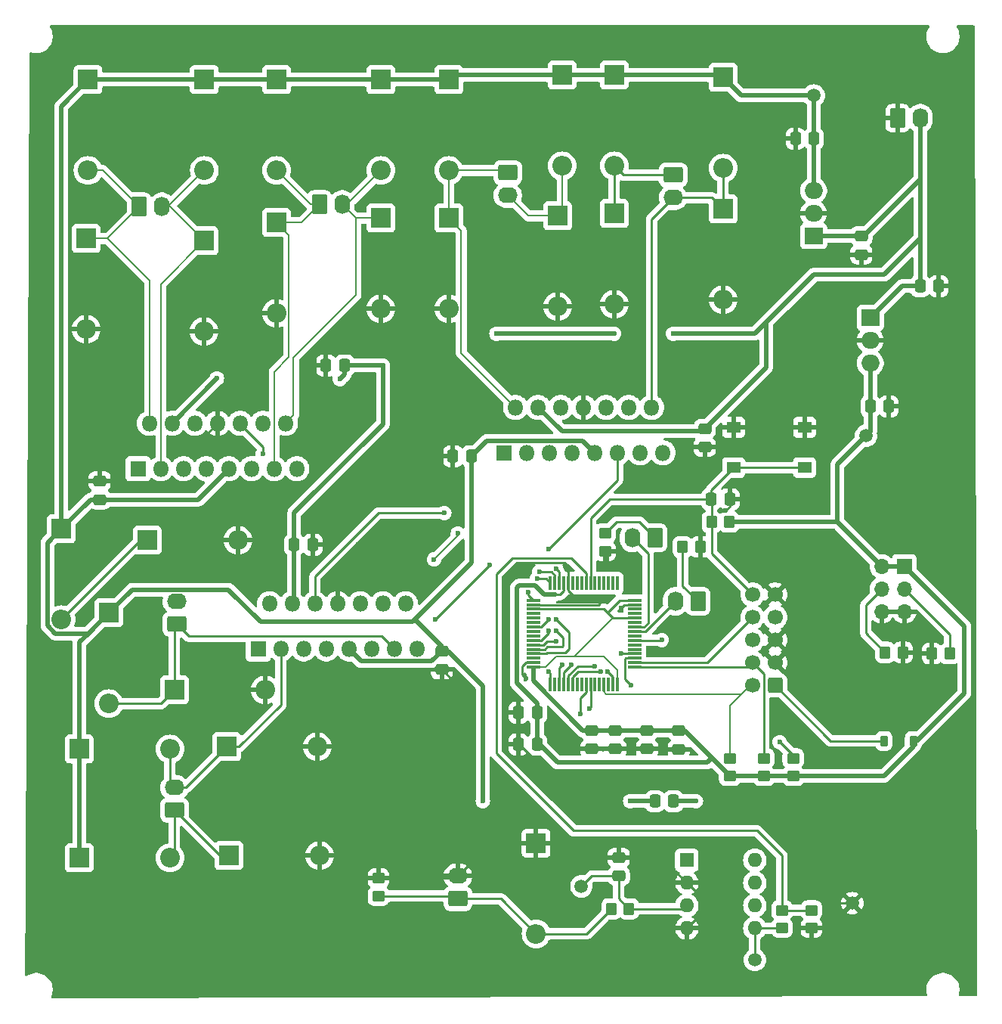
<source format=gbr>
%TF.GenerationSoftware,KiCad,Pcbnew,8.0.8*%
%TF.CreationDate,2025-04-07T19:10:48-05:00*%
%TF.ProjectId,Senior_Design_PCB_ethanl7_nrkim2,53656e69-6f72-45f4-9465-7369676e5f50,rev?*%
%TF.SameCoordinates,Original*%
%TF.FileFunction,Copper,L1,Top*%
%TF.FilePolarity,Positive*%
%FSLAX46Y46*%
G04 Gerber Fmt 4.6, Leading zero omitted, Abs format (unit mm)*
G04 Created by KiCad (PCBNEW 8.0.8) date 2025-04-07 19:10:48*
%MOMM*%
%LPD*%
G01*
G04 APERTURE LIST*
G04 Aperture macros list*
%AMRoundRect*
0 Rectangle with rounded corners*
0 $1 Rounding radius*
0 $2 $3 $4 $5 $6 $7 $8 $9 X,Y pos of 4 corners*
0 Add a 4 corners polygon primitive as box body*
4,1,4,$2,$3,$4,$5,$6,$7,$8,$9,$2,$3,0*
0 Add four circle primitives for the rounded corners*
1,1,$1+$1,$2,$3*
1,1,$1+$1,$4,$5*
1,1,$1+$1,$6,$7*
1,1,$1+$1,$8,$9*
0 Add four rect primitives between the rounded corners*
20,1,$1+$1,$2,$3,$4,$5,0*
20,1,$1+$1,$4,$5,$6,$7,0*
20,1,$1+$1,$6,$7,$8,$9,0*
20,1,$1+$1,$8,$9,$2,$3,0*%
G04 Aperture macros list end*
%TA.AperFunction,SMDPad,CuDef*%
%ADD10RoundRect,0.225000X0.225000X0.375000X-0.225000X0.375000X-0.225000X-0.375000X0.225000X-0.375000X0*%
%TD*%
%TA.AperFunction,ComponentPad*%
%ADD11R,2.200000X2.200000*%
%TD*%
%TA.AperFunction,ComponentPad*%
%ADD12O,2.200000X2.200000*%
%TD*%
%TA.AperFunction,ComponentPad*%
%ADD13R,1.800000X1.800000*%
%TD*%
%TA.AperFunction,ComponentPad*%
%ADD14O,1.800000X1.800000*%
%TD*%
%TA.AperFunction,SMDPad,CuDef*%
%ADD15C,1.500000*%
%TD*%
%TA.AperFunction,SMDPad,CuDef*%
%ADD16RoundRect,0.250000X-0.450000X0.350000X-0.450000X-0.350000X0.450000X-0.350000X0.450000X0.350000X0*%
%TD*%
%TA.AperFunction,ComponentPad*%
%ADD17RoundRect,0.250000X0.620000X0.845000X-0.620000X0.845000X-0.620000X-0.845000X0.620000X-0.845000X0*%
%TD*%
%TA.AperFunction,ComponentPad*%
%ADD18O,1.740000X2.190000*%
%TD*%
%TA.AperFunction,SMDPad,CuDef*%
%ADD19RoundRect,0.250000X-0.337500X-0.475000X0.337500X-0.475000X0.337500X0.475000X-0.337500X0.475000X0*%
%TD*%
%TA.AperFunction,SMDPad,CuDef*%
%ADD20RoundRect,0.250000X0.450000X-0.350000X0.450000X0.350000X-0.450000X0.350000X-0.450000X-0.350000X0*%
%TD*%
%TA.AperFunction,SMDPad,CuDef*%
%ADD21RoundRect,0.250000X-0.475000X0.337500X-0.475000X-0.337500X0.475000X-0.337500X0.475000X0.337500X0*%
%TD*%
%TA.AperFunction,ComponentPad*%
%ADD22R,1.600000X1.600000*%
%TD*%
%TA.AperFunction,ComponentPad*%
%ADD23O,1.600000X1.600000*%
%TD*%
%TA.AperFunction,ComponentPad*%
%ADD24R,2.000000X1.905000*%
%TD*%
%TA.AperFunction,ComponentPad*%
%ADD25O,2.000000X1.905000*%
%TD*%
%TA.AperFunction,ComponentPad*%
%ADD26RoundRect,0.250000X-0.620000X-0.845000X0.620000X-0.845000X0.620000X0.845000X-0.620000X0.845000X0*%
%TD*%
%TA.AperFunction,ComponentPad*%
%ADD27RoundRect,0.250000X-0.845000X0.620000X-0.845000X-0.620000X0.845000X-0.620000X0.845000X0.620000X0*%
%TD*%
%TA.AperFunction,ComponentPad*%
%ADD28O,2.190000X1.740000*%
%TD*%
%TA.AperFunction,SMDPad,CuDef*%
%ADD29RoundRect,0.250000X0.337500X0.475000X-0.337500X0.475000X-0.337500X-0.475000X0.337500X-0.475000X0*%
%TD*%
%TA.AperFunction,ComponentPad*%
%ADD30RoundRect,0.250000X0.845000X-0.620000X0.845000X0.620000X-0.845000X0.620000X-0.845000X-0.620000X0*%
%TD*%
%TA.AperFunction,SMDPad,CuDef*%
%ADD31RoundRect,0.250000X0.350000X0.450000X-0.350000X0.450000X-0.350000X-0.450000X0.350000X-0.450000X0*%
%TD*%
%TA.AperFunction,SMDPad,CuDef*%
%ADD32RoundRect,0.250000X-0.350000X-0.450000X0.350000X-0.450000X0.350000X0.450000X-0.350000X0.450000X0*%
%TD*%
%TA.AperFunction,SMDPad,CuDef*%
%ADD33R,1.550000X1.300000*%
%TD*%
%TA.AperFunction,SMDPad,CuDef*%
%ADD34RoundRect,0.075000X-0.075000X0.700000X-0.075000X-0.700000X0.075000X-0.700000X0.075000X0.700000X0*%
%TD*%
%TA.AperFunction,SMDPad,CuDef*%
%ADD35RoundRect,0.075000X-0.700000X0.075000X-0.700000X-0.075000X0.700000X-0.075000X0.700000X0.075000X0*%
%TD*%
%TA.AperFunction,SMDPad,CuDef*%
%ADD36RoundRect,0.250000X0.475000X-0.337500X0.475000X0.337500X-0.475000X0.337500X-0.475000X-0.337500X0*%
%TD*%
%TA.AperFunction,ComponentPad*%
%ADD37R,1.700000X1.700000*%
%TD*%
%TA.AperFunction,ComponentPad*%
%ADD38O,1.700000X1.700000*%
%TD*%
%TA.AperFunction,ComponentPad*%
%ADD39RoundRect,0.250000X0.600000X0.600000X-0.600000X0.600000X-0.600000X-0.600000X0.600000X-0.600000X0*%
%TD*%
%TA.AperFunction,ComponentPad*%
%ADD40C,1.700000*%
%TD*%
%TA.AperFunction,ViaPad*%
%ADD41C,0.600000*%
%TD*%
%TA.AperFunction,Conductor*%
%ADD42C,0.508000*%
%TD*%
%TA.AperFunction,Conductor*%
%ADD43C,0.254000*%
%TD*%
%TA.AperFunction,Conductor*%
%ADD44C,0.200000*%
%TD*%
G04 APERTURE END LIST*
D10*
%TO.P,D4,1,K*%
%TO.N,+3.3V*%
X199119361Y-114415469D03*
%TO.P,D4,2,A*%
%TO.N,Net-(D4-A)*%
X195819361Y-114415469D03*
%TD*%
D11*
%TO.P,D12,1,K*%
%TO.N,Net-(D11-A)*%
X177800000Y-54864000D03*
D12*
%TO.P,D12,2,A*%
%TO.N,GND*%
X177800000Y-65024000D03*
%TD*%
D11*
%TO.P,D13,1,K*%
%TO.N,+5V*%
X105664000Y-127508000D03*
D12*
%TO.P,D13,2,A*%
%TO.N,Net-(D13-A)*%
X115824000Y-127508000D03*
%TD*%
D13*
%TO.P,U5,1,SENSE_A*%
%TO.N,unconnected-(U5-SENSE_A-Pad1)*%
X112251361Y-83935469D03*
D14*
%TO.P,U5,2,OUT1*%
%TO.N,Net-(D21-A)*%
X113521361Y-78855469D03*
%TO.P,U5,3,OUT2*%
%TO.N,Net-(D23-A)*%
X114791361Y-83935469D03*
%TO.P,U5,4,Vs*%
%TO.N,+9V*%
X116061361Y-78855469D03*
%TO.P,U5,5,IN1*%
%TO.N,/M5P*%
X117331361Y-83935469D03*
%TO.P,U5,6,EnA*%
%TO.N,/M5En*%
X118601361Y-78855469D03*
%TO.P,U5,7,IN2*%
%TO.N,/M5N*%
X119871361Y-83935469D03*
%TO.P,U5,8,GND*%
%TO.N,GND*%
X121141361Y-78855469D03*
%TO.P,U5,9,Vss*%
%TO.N,+5V*%
X122411361Y-83935469D03*
%TO.P,U5,10,IN3*%
%TO.N,/M6P*%
X123681361Y-78855469D03*
%TO.P,U5,11,EnB*%
%TO.N,/M6En*%
X124951361Y-83935469D03*
%TO.P,U5,12,IN4*%
%TO.N,/M6N*%
X126221361Y-78855469D03*
%TO.P,U5,13,OUT3*%
%TO.N,Net-(D25-A)*%
X127491361Y-83935469D03*
%TO.P,U5,14,OUT4*%
%TO.N,Net-(D27-A)*%
X128761361Y-78855469D03*
%TO.P,U5,15,SENSE_B*%
%TO.N,unconnected-(U5-SENSE_B-Pad15)*%
X130031361Y-83935469D03*
%TD*%
D11*
%TO.P,D11,1,K*%
%TO.N,+5V*%
X177800000Y-40132000D03*
D12*
%TO.P,D11,2,A*%
%TO.N,Net-(D11-A)*%
X177800000Y-50292000D03*
%TD*%
D11*
%TO.P,D15,1,K*%
%TO.N,+5V*%
X105664000Y-115316000D03*
D12*
%TO.P,D15,2,A*%
%TO.N,Net-(D15-A)*%
X115824000Y-115316000D03*
%TD*%
D11*
%TO.P,D8,1,K*%
%TO.N,+5V*%
X159766000Y-39878000D03*
D12*
%TO.P,D8,2,A*%
%TO.N,Net-(D6-K)*%
X159766000Y-50038000D03*
%TD*%
D13*
%TO.P,U3,1,SENSE_A*%
%TO.N,unconnected-(U3-SENSE_A-Pad1)*%
X153272361Y-82157469D03*
D14*
%TO.P,U3,2,OUT1*%
%TO.N,Net-(D5-K)*%
X154542361Y-77077469D03*
%TO.P,U3,3,OUT2*%
%TO.N,Net-(D6-K)*%
X155812361Y-82157469D03*
%TO.P,U3,4,Vs*%
%TO.N,+9V*%
X157082361Y-77077469D03*
%TO.P,U3,5,IN1*%
%TO.N,/M1P*%
X158352361Y-82157469D03*
%TO.P,U3,6,EnA*%
%TO.N,/M1En*%
X159622361Y-77077469D03*
%TO.P,U3,7,IN2*%
%TO.N,/M1N*%
X160892361Y-82157469D03*
%TO.P,U3,8,GND*%
%TO.N,GND*%
X162162361Y-77077469D03*
%TO.P,U3,9,Vss*%
%TO.N,+5V*%
X163432361Y-82157469D03*
%TO.P,U3,10,IN3*%
%TO.N,/M2P*%
X164702361Y-77077469D03*
%TO.P,U3,11,EnB*%
%TO.N,/M2En*%
X165972361Y-82157469D03*
%TO.P,U3,12,IN4*%
%TO.N,/M2N*%
X167242361Y-77077469D03*
%TO.P,U3,13,OUT3*%
%TO.N,Net-(D10-K)*%
X168512361Y-82157469D03*
%TO.P,U3,14,OUT4*%
%TO.N,Net-(D11-A)*%
X169782361Y-77077469D03*
%TO.P,U3,15,SENSE_B*%
%TO.N,unconnected-(U3-SENSE_B-Pad15)*%
X171052361Y-82157469D03*
%TD*%
D15*
%TO.P,TP2,1,1*%
%TO.N,Net-(R11-Pad1)*%
X181356000Y-138938000D03*
%TD*%
D16*
%TO.P,R1,1*%
%TO.N,Net-(D1-K)*%
X164575361Y-91190469D03*
%TO.P,R1,2*%
%TO.N,GND*%
X164575361Y-93190469D03*
%TD*%
D17*
%TO.P,D1,1,K*%
%TO.N,Net-(D1-K)*%
X170163361Y-91682469D03*
D18*
%TO.P,D1,2,A*%
%TO.N,Net-(D1-A)*%
X167623361Y-91682469D03*
%TD*%
D16*
%TO.P,R8,1*%
%TO.N,/JTCK{slash}SWCLK*%
X182355361Y-116352469D03*
%TO.P,R8,2*%
%TO.N,+3.3V*%
X182355361Y-118352469D03*
%TD*%
D11*
%TO.P,D19,1,K*%
%TO.N,+5V*%
X103632000Y-90678000D03*
D12*
%TO.P,D19,2,A*%
%TO.N,Net-(D19-A)*%
X103632000Y-100838000D03*
%TD*%
D11*
%TO.P,D28,1,K*%
%TO.N,Net-(D27-A)*%
X139446000Y-55880000D03*
D12*
%TO.P,D28,2,A*%
%TO.N,GND*%
X139446000Y-66040000D03*
%TD*%
D19*
%TO.P,C16,1*%
%TO.N,+9V*%
X129734361Y-92444469D03*
%TO.P,C16,2*%
%TO.N,GND*%
X131809361Y-92444469D03*
%TD*%
D11*
%TO.P,D9,1,K*%
%TO.N,+5V*%
X165608000Y-39878000D03*
D12*
%TO.P,D9,2,A*%
%TO.N,Net-(D10-K)*%
X165608000Y-50038000D03*
%TD*%
D15*
%TO.P,TP3,1,1*%
%TO.N,Net-(U2-+)*%
X161925000Y-130683000D03*
%TD*%
D19*
%TO.P,C13,1*%
%TO.N,GND*%
X147535861Y-82538469D03*
%TO.P,C13,2*%
%TO.N,+5V*%
X149610861Y-82538469D03*
%TD*%
D20*
%TO.P,R11,1*%
%TO.N,Net-(R11-Pad1)*%
X184404000Y-135366000D03*
%TO.P,R11,2*%
%TO.N,/Amp_Sig*%
X184404000Y-133366000D03*
%TD*%
D16*
%TO.P,R3,1*%
%TO.N,GND*%
X139192000Y-129794000D03*
%TO.P,R3,2*%
%TO.N,Net-(D3-A)*%
X139192000Y-131794000D03*
%TD*%
D11*
%TO.P,D26,1,K*%
%TO.N,Net-(D25-A)*%
X127762000Y-56388000D03*
D12*
%TO.P,D26,2,A*%
%TO.N,GND*%
X127762000Y-66548000D03*
%TD*%
D21*
%TO.P,C14,1*%
%TO.N,+9V*%
X175751361Y-79447469D03*
%TO.P,C14,2*%
%TO.N,GND*%
X175751361Y-81522469D03*
%TD*%
D15*
%TO.P,TP1,1,1*%
%TO.N,GND*%
X192278000Y-132588000D03*
%TD*%
D21*
%TO.P,C7,1*%
%TO.N,+3.3V*%
X172830361Y-113272469D03*
%TO.P,C7,2*%
%TO.N,GND*%
X172830361Y-115347469D03*
%TD*%
D22*
%TO.P,U2,1,GAIN*%
%TO.N,unconnected-(U2-GAIN-Pad1)*%
X173736000Y-127762000D03*
D23*
%TO.P,U2,2,-*%
%TO.N,GND*%
X173736000Y-130302000D03*
%TO.P,U2,3,+*%
%TO.N,Net-(U2-+)*%
X173736000Y-132842000D03*
%TO.P,U2,4,GND*%
%TO.N,GND*%
X173736000Y-135382000D03*
%TO.P,U2,5*%
%TO.N,Net-(R11-Pad1)*%
X181356000Y-135382000D03*
%TO.P,U2,6,V+*%
%TO.N,Net-(U2-V+)*%
X181356000Y-132842000D03*
%TO.P,U2,7,BYPASS*%
%TO.N,unconnected-(U2-BYPASS-Pad7)*%
X181356000Y-130302000D03*
%TO.P,U2,8,GAIN*%
%TO.N,unconnected-(U2-GAIN-Pad8)*%
X181356000Y-127762000D03*
%TD*%
D11*
%TO.P,D5,1,K*%
%TO.N,Net-(D5-K)*%
X147066000Y-55880000D03*
D12*
%TO.P,D5,2,A*%
%TO.N,GND*%
X147066000Y-66040000D03*
%TD*%
D24*
%TO.P,U1,1,IN*%
%TO.N,+9V*%
X187943361Y-57900469D03*
D25*
%TO.P,U1,2,GND*%
%TO.N,GND*%
X187943361Y-55360469D03*
%TO.P,U1,3,OUT*%
%TO.N,+5V*%
X187943361Y-52820469D03*
%TD*%
D13*
%TO.P,U4,1,SENSE_A*%
%TO.N,unconnected-(U4-SENSE_A-Pad1)*%
X125713361Y-104128469D03*
D14*
%TO.P,U4,2,OUT1*%
%TO.N,Net-(D13-A)*%
X126983361Y-99048469D03*
%TO.P,U4,3,OUT2*%
%TO.N,Net-(D15-A)*%
X128253361Y-104128469D03*
%TO.P,U4,4,Vs*%
%TO.N,+9V*%
X129523361Y-99048469D03*
%TO.P,U4,5,IN1*%
%TO.N,/M3P*%
X130793361Y-104128469D03*
%TO.P,U4,6,EnA*%
%TO.N,/M3En*%
X132063361Y-99048469D03*
%TO.P,U4,7,IN2*%
%TO.N,/M3N*%
X133333361Y-104128469D03*
%TO.P,U4,8,GND*%
%TO.N,GND*%
X134603361Y-99048469D03*
%TO.P,U4,9,Vss*%
%TO.N,+5V*%
X135873361Y-104128469D03*
%TO.P,U4,10,IN3*%
%TO.N,/M4P*%
X137143361Y-99048469D03*
%TO.P,U4,11,EnB*%
%TO.N,/M4En*%
X138413361Y-104128469D03*
%TO.P,U4,12,IN4*%
%TO.N,/M4N*%
X139683361Y-99048469D03*
%TO.P,U4,13,OUT3*%
%TO.N,Net-(D17-A)*%
X140953361Y-104128469D03*
%TO.P,U4,14,OUT4*%
%TO.N,Net-(D19-A)*%
X142223361Y-99048469D03*
%TO.P,U4,15,SENSE_B*%
%TO.N,unconnected-(U4-SENSE_B-Pad15)*%
X143493361Y-104128469D03*
%TD*%
D26*
%TO.P,J10,1,Pin_1*%
%TO.N,Net-(D25-A)*%
X132588000Y-54356000D03*
D18*
%TO.P,J10,2,Pin_2*%
%TO.N,Net-(D27-A)*%
X135128000Y-54356000D03*
%TD*%
D11*
%TO.P,D23,1,K*%
%TO.N,+5V*%
X119675000Y-40386000D03*
D12*
%TO.P,D23,2,A*%
%TO.N,Net-(D23-A)*%
X119675000Y-50546000D03*
%TD*%
D27*
%TO.P,J5,1,Pin_1*%
%TO.N,Net-(D5-K)*%
X153670000Y-50800000D03*
D28*
%TO.P,J5,2,Pin_2*%
%TO.N,Net-(D6-K)*%
X153670000Y-53340000D03*
%TD*%
D29*
%TO.P,C10,1*%
%TO.N,+3.3V*%
X156955361Y-114796469D03*
%TO.P,C10,2*%
%TO.N,GND*%
X154880361Y-114796469D03*
%TD*%
D21*
%TO.P,C17,1*%
%TO.N,GND*%
X107950000Y-85322500D03*
%TO.P,C17,2*%
%TO.N,+5V*%
X107950000Y-87397500D03*
%TD*%
D24*
%TO.P,U7,1,VI*%
%TO.N,+9V*%
X194293361Y-67044469D03*
D25*
%TO.P,U7,2,GND*%
%TO.N,GND*%
X194293361Y-69584469D03*
%TO.P,U7,3,VO*%
%TO.N,+3.3V*%
X194293361Y-72124469D03*
%TD*%
D17*
%TO.P,D2,1,K*%
%TO.N,Net-(D2-K)*%
X174989361Y-98794469D03*
D18*
%TO.P,D2,2,A*%
%TO.N,Net-(D2-A)*%
X172449361Y-98794469D03*
%TD*%
D11*
%TO.P,D3,1,K*%
%TO.N,GND*%
X156845000Y-125857000D03*
D12*
%TO.P,D3,2,A*%
%TO.N,Net-(D3-A)*%
X156845000Y-136017000D03*
%TD*%
D11*
%TO.P,D18,1,K*%
%TO.N,Net-(D17-A)*%
X116332000Y-108700469D03*
D12*
%TO.P,D18,2,A*%
%TO.N,GND*%
X126492000Y-108700469D03*
%TD*%
D11*
%TO.P,D25,1,K*%
%TO.N,+5V*%
X127762000Y-40386000D03*
D12*
%TO.P,D25,2,A*%
%TO.N,Net-(D25-A)*%
X127762000Y-50546000D03*
%TD*%
D15*
%TO.P,TP4,1,1*%
%TO.N,+5V*%
X187960000Y-42164000D03*
%TD*%
D29*
%TO.P,C2,1*%
%TO.N,+5V*%
X187981500Y-46990000D03*
%TO.P,C2,2*%
%TO.N,GND*%
X185906500Y-46990000D03*
%TD*%
D30*
%TO.P,J7,1,Pin_1*%
%TO.N,Net-(D13-A)*%
X116332000Y-122174000D03*
D28*
%TO.P,J7,2,Pin_2*%
%TO.N,Net-(D15-A)*%
X116332000Y-119634000D03*
%TD*%
D11*
%TO.P,D20,1,K*%
%TO.N,Net-(D19-A)*%
X113284000Y-91948000D03*
D12*
%TO.P,D20,2,A*%
%TO.N,GND*%
X123444000Y-91948000D03*
%TD*%
D11*
%TO.P,D14,1,K*%
%TO.N,Net-(D13-A)*%
X122428000Y-127254000D03*
D12*
%TO.P,D14,2,A*%
%TO.N,GND*%
X132588000Y-127254000D03*
%TD*%
D20*
%TO.P,R12,1*%
%TO.N,GND*%
X187706000Y-135366000D03*
%TO.P,R12,2*%
%TO.N,/Amp_Sig*%
X187706000Y-133366000D03*
%TD*%
D21*
%TO.P,C6,1*%
%TO.N,GND*%
X166116000Y-127465000D03*
%TO.P,C6,2*%
%TO.N,Net-(U2-+)*%
X166116000Y-129540000D03*
%TD*%
D11*
%TO.P,D6,1,K*%
%TO.N,Net-(D6-K)*%
X159258000Y-55626000D03*
D12*
%TO.P,D6,2,A*%
%TO.N,GND*%
X159258000Y-65786000D03*
%TD*%
D31*
%TO.P,R5,1*%
%TO.N,+3.3V*%
X178502361Y-89904469D03*
%TO.P,R5,2*%
%TO.N,/NRST*%
X176502361Y-89904469D03*
%TD*%
D19*
%TO.P,C4,1*%
%TO.N,+3.3V*%
X194288500Y-76962000D03*
%TO.P,C4,2*%
%TO.N,GND*%
X196363500Y-76962000D03*
%TD*%
D16*
%TO.P,R9,1*%
%TO.N,/JTMS{slash}SWDIO*%
X178545361Y-116352469D03*
%TO.P,R9,2*%
%TO.N,+3.3V*%
X178545361Y-118352469D03*
%TD*%
D11*
%TO.P,D7,1,K*%
%TO.N,+5V*%
X147066000Y-40386000D03*
D12*
%TO.P,D7,2,A*%
%TO.N,Net-(D5-K)*%
X147066000Y-50546000D03*
%TD*%
D11*
%TO.P,D27,1,K*%
%TO.N,+5V*%
X139446000Y-40386000D03*
D12*
%TO.P,D27,2,A*%
%TO.N,Net-(D27-A)*%
X139446000Y-50546000D03*
%TD*%
D30*
%TO.P,J8,1,Pin_1*%
%TO.N,Net-(D17-A)*%
X116586000Y-101346000D03*
D28*
%TO.P,J8,2,Pin_2*%
%TO.N,Net-(D19-A)*%
X116586000Y-98806000D03*
%TD*%
D29*
%TO.P,C18,1*%
%TO.N,+9V*%
X135386861Y-72378469D03*
%TO.P,C18,2*%
%TO.N,GND*%
X133311861Y-72378469D03*
%TD*%
D11*
%TO.P,D16,1,K*%
%TO.N,Net-(D15-A)*%
X122174000Y-115062000D03*
D12*
%TO.P,D16,2,A*%
%TO.N,GND*%
X132334000Y-115062000D03*
%TD*%
D32*
%TO.P,R6,1*%
%TO.N,GND*%
X201167361Y-104636469D03*
%TO.P,R6,2*%
%TO.N,Net-(J3-Pin_3)*%
X203167361Y-104636469D03*
%TD*%
D11*
%TO.P,D21,1,K*%
%TO.N,+5V*%
X106639000Y-40386000D03*
D12*
%TO.P,D21,2,A*%
%TO.N,Net-(D21-A)*%
X106639000Y-50546000D03*
%TD*%
D26*
%TO.P,J2,1,Pin_1*%
%TO.N,GND*%
X197358000Y-44704000D03*
D18*
%TO.P,J2,2,Pin_2*%
%TO.N,+9V*%
X199898000Y-44704000D03*
%TD*%
D33*
%TO.P,SW1,1,1*%
%TO.N,GND*%
X178977361Y-79308469D03*
X186927361Y-79308469D03*
%TO.P,SW1,2,2*%
%TO.N,/NRST*%
X178977361Y-83808469D03*
X186927361Y-83808469D03*
%TD*%
D29*
%TO.P,C19,1*%
%TO.N,Net-(U2-V+)*%
X172233500Y-121158000D03*
%TO.P,C19,2*%
%TO.N,+5V*%
X170158500Y-121158000D03*
%TD*%
D32*
%TO.P,R4,1*%
%TO.N,Net-(D3-A)*%
X165259000Y-133223000D03*
%TO.P,R4,2*%
%TO.N,Net-(U2-+)*%
X167259000Y-133223000D03*
%TD*%
D29*
%TO.P,C11,1*%
%TO.N,+3.3V*%
X156955361Y-111240469D03*
%TO.P,C11,2*%
%TO.N,GND*%
X154880361Y-111240469D03*
%TD*%
D34*
%TO.P,U6,1,VBAT*%
%TO.N,unconnected-(U6-VBAT-Pad1)*%
X165952361Y-96735469D03*
%TO.P,U6,2,PC13*%
%TO.N,unconnected-(U6-PC13-Pad2)*%
X165452361Y-96735469D03*
%TO.P,U6,3,PC14*%
%TO.N,unconnected-(U6-PC14-Pad3)*%
X164952361Y-96735469D03*
%TO.P,U6,4,PC15*%
%TO.N,unconnected-(U6-PC15-Pad4)*%
X164452361Y-96735469D03*
%TO.P,U6,5,PH0*%
%TO.N,unconnected-(U6-PH0-Pad5)*%
X163952361Y-96735469D03*
%TO.P,U6,6,PH1*%
%TO.N,unconnected-(U6-PH1-Pad6)*%
X163452361Y-96735469D03*
%TO.P,U6,7,NRST*%
%TO.N,/NRST*%
X162952361Y-96735469D03*
%TO.P,U6,8,PC0*%
%TO.N,/Amp_Sig*%
X162452361Y-96735469D03*
%TO.P,U6,9,PC1*%
%TO.N,unconnected-(U6-PC1-Pad9)*%
X161952361Y-96735469D03*
%TO.P,U6,10,PC2*%
%TO.N,unconnected-(U6-PC2-Pad10)*%
X161452361Y-96735469D03*
%TO.P,U6,11,PC3*%
%TO.N,unconnected-(U6-PC3-Pad11)*%
X160952361Y-96735469D03*
%TO.P,U6,12,VSSA*%
%TO.N,GND*%
X160452361Y-96735469D03*
%TO.P,U6,13,VDDA*%
%TO.N,+3.3V*%
X159952361Y-96735469D03*
%TO.P,U6,14,PA0*%
%TO.N,/M1En*%
X159452361Y-96735469D03*
%TO.P,U6,15,PA1*%
%TO.N,/M2En*%
X158952361Y-96735469D03*
%TO.P,U6,16,PA2*%
%TO.N,/M3En*%
X158452361Y-96735469D03*
D35*
%TO.P,U6,17,PA3*%
%TO.N,/M4En*%
X156527361Y-98660469D03*
%TO.P,U6,18,VSS*%
%TO.N,GND*%
X156527361Y-99160469D03*
%TO.P,U6,19,VDD*%
%TO.N,+3.3V*%
X156527361Y-99660469D03*
%TO.P,U6,20,PA4*%
%TO.N,unconnected-(U6-PA4-Pad20)*%
X156527361Y-100160469D03*
%TO.P,U6,21,PA5*%
%TO.N,unconnected-(U6-PA5-Pad21)*%
X156527361Y-100660469D03*
%TO.P,U6,22,PA6*%
%TO.N,unconnected-(U6-PA6-Pad22)*%
X156527361Y-101160469D03*
%TO.P,U6,23,PA7*%
%TO.N,/M5En*%
X156527361Y-101660469D03*
%TO.P,U6,24,PC4*%
%TO.N,unconnected-(U6-PC4-Pad24)*%
X156527361Y-102160469D03*
%TO.P,U6,25,PC5*%
%TO.N,unconnected-(U6-PC5-Pad25)*%
X156527361Y-102660469D03*
%TO.P,U6,26,PB0*%
%TO.N,/M6En*%
X156527361Y-103160469D03*
%TO.P,U6,27,PB1*%
%TO.N,/M5P*%
X156527361Y-103660469D03*
%TO.P,U6,28,PB2*%
%TO.N,/M5N*%
X156527361Y-104160469D03*
%TO.P,U6,29,PB10*%
%TO.N,/M6P*%
X156527361Y-104660469D03*
%TO.P,U6,30,VCAP*%
%TO.N,unconnected-(U6-VCAP-Pad30)*%
X156527361Y-105160469D03*
%TO.P,U6,31,VSS*%
%TO.N,GND*%
X156527361Y-105660469D03*
%TO.P,U6,32,VDD*%
%TO.N,+3.3V*%
X156527361Y-106160469D03*
D34*
%TO.P,U6,33,PB12*%
%TO.N,/M6N*%
X158452361Y-108085469D03*
%TO.P,U6,34,PB13*%
%TO.N,unconnected-(U6-PB13-Pad34)*%
X158952361Y-108085469D03*
%TO.P,U6,35,PB14*%
%TO.N,/M1P*%
X159452361Y-108085469D03*
%TO.P,U6,36,PB15*%
%TO.N,/M1N*%
X159952361Y-108085469D03*
%TO.P,U6,37,PC6*%
%TO.N,/M2P*%
X160452361Y-108085469D03*
%TO.P,U6,38,PC7*%
%TO.N,/M2N*%
X160952361Y-108085469D03*
%TO.P,U6,39,PC9*%
%TO.N,unconnected-(U6-PC9-Pad39)*%
X161452361Y-108085469D03*
%TO.P,U6,40,PA8*%
%TO.N,unconnected-(U6-PA8-Pad40)*%
X161952361Y-108085469D03*
%TO.P,U6,41,PA9*%
%TO.N,/M3P*%
X162452361Y-108085469D03*
%TO.P,U6,42,PA10*%
%TO.N,/M3N*%
X162952361Y-108085469D03*
%TO.P,U6,43,PA11*%
%TO.N,unconnected-(U6-PA11-Pad43)*%
X163452361Y-108085469D03*
%TO.P,U6,44,PA12*%
%TO.N,unconnected-(U6-PA12-Pad44)*%
X163952361Y-108085469D03*
%TO.P,U6,45,PA13*%
%TO.N,/JTMS{slash}SWDIO*%
X164452361Y-108085469D03*
%TO.P,U6,46,VCAP*%
%TO.N,unconnected-(U6-VCAP-Pad46)*%
X164952361Y-108085469D03*
%TO.P,U6,47,VSS*%
%TO.N,GND*%
X165452361Y-108085469D03*
%TO.P,U6,48,VDD*%
%TO.N,+3.3V*%
X165952361Y-108085469D03*
D35*
%TO.P,U6,49,PA14*%
%TO.N,/JTCK{slash}SWCLK*%
X167877361Y-106160469D03*
%TO.P,U6,50,PA15*%
%TO.N,/JTDI*%
X167877361Y-105660469D03*
%TO.P,U6,51,PC10*%
%TO.N,/M4P*%
X167877361Y-105160469D03*
%TO.P,U6,52,PC11*%
%TO.N,/M4N*%
X167877361Y-104660469D03*
%TO.P,U6,53,PC12*%
%TO.N,unconnected-(U6-PC12-Pad53)*%
X167877361Y-104160469D03*
%TO.P,U6,54,PD2*%
%TO.N,unconnected-(U6-PD2-Pad54)*%
X167877361Y-103660469D03*
%TO.P,U6,55,PB3*%
%TO.N,/JTDO{slash}TRACESWO*%
X167877361Y-103160469D03*
%TO.P,U6,56,PB4*%
%TO.N,unconnected-(U6-PB4-Pad56)*%
X167877361Y-102660469D03*
%TO.P,U6,57,PB5*%
%TO.N,Net-(D2-A)*%
X167877361Y-102160469D03*
%TO.P,U6,58,PB6*%
%TO.N,Net-(D1-A)*%
X167877361Y-101660469D03*
%TO.P,U6,59,PB7*%
%TO.N,unconnected-(U6-PB7-Pad59)*%
X167877361Y-101160469D03*
%TO.P,U6,60,BOOT0*%
%TO.N,+3.3V*%
X167877361Y-100660469D03*
%TO.P,U6,61,PB8*%
%TO.N,unconnected-(U6-PB8-Pad61)*%
X167877361Y-100160469D03*
%TO.P,U6,62,PB9*%
%TO.N,unconnected-(U6-PB9-Pad62)*%
X167877361Y-99660469D03*
%TO.P,U6,63,VSS*%
%TO.N,GND*%
X167877361Y-99160469D03*
%TO.P,U6,64,VDD*%
%TO.N,+3.3V*%
X167877361Y-98660469D03*
%TD*%
D27*
%TO.P,J6,1,Pin_1*%
%TO.N,Net-(D10-K)*%
X172192000Y-51054000D03*
D28*
%TO.P,J6,2,Pin_2*%
%TO.N,Net-(D11-A)*%
X172192000Y-53594000D03*
%TD*%
D21*
%TO.P,C9,1*%
%TO.N,+3.3V*%
X165718361Y-113229469D03*
%TO.P,C9,2*%
%TO.N,GND*%
X165718361Y-115304469D03*
%TD*%
D26*
%TO.P,J9,1,Pin_1*%
%TO.N,Net-(D21-A)*%
X112377000Y-54610000D03*
D18*
%TO.P,J9,2,Pin_2*%
%TO.N,Net-(D23-A)*%
X114917000Y-54610000D03*
%TD*%
D11*
%TO.P,D22,1,K*%
%TO.N,Net-(D21-A)*%
X106444000Y-58166000D03*
D12*
%TO.P,D22,2,A*%
%TO.N,GND*%
X106444000Y-68326000D03*
%TD*%
D36*
%TO.P,C15,1*%
%TO.N,GND*%
X146287361Y-106435969D03*
%TO.P,C15,2*%
%TO.N,+5V*%
X146287361Y-104360969D03*
%TD*%
D16*
%TO.P,R10,1*%
%TO.N,/JTDO{slash}TRACESWO*%
X185657361Y-116352469D03*
%TO.P,R10,2*%
%TO.N,+3.3V*%
X185657361Y-118352469D03*
%TD*%
D19*
%TO.P,C3,1*%
%TO.N,+9V*%
X199876500Y-63500000D03*
%TO.P,C3,2*%
%TO.N,GND*%
X201951500Y-63500000D03*
%TD*%
D11*
%TO.P,D10,1,K*%
%TO.N,Net-(D10-K)*%
X165608000Y-55372000D03*
D12*
%TO.P,D10,2,A*%
%TO.N,GND*%
X165608000Y-65532000D03*
%TD*%
D32*
%TO.P,R2,1*%
%TO.N,Net-(D2-K)*%
X173243361Y-92698469D03*
%TO.P,R2,2*%
%TO.N,GND*%
X175243361Y-92698469D03*
%TD*%
D37*
%TO.P,J3,1,Pin_1*%
%TO.N,+3.3V*%
X198103361Y-94857469D03*
D38*
%TO.P,J3,2,Pin_2*%
X195563361Y-94857469D03*
%TO.P,J3,3,Pin_3*%
%TO.N,Net-(J3-Pin_3)*%
X198103361Y-97397469D03*
%TO.P,J3,4,Pin_4*%
%TO.N,Net-(J3-Pin_4)*%
X195563361Y-97397469D03*
%TO.P,J3,5,Pin_5*%
%TO.N,GND*%
X198103361Y-99937469D03*
%TO.P,J3,6,Pin_6*%
X195563361Y-99937469D03*
%TD*%
D11*
%TO.P,D17,1,K*%
%TO.N,+5V*%
X108966000Y-100076000D03*
D12*
%TO.P,D17,2,A*%
%TO.N,Net-(D17-A)*%
X108966000Y-110236000D03*
%TD*%
D21*
%TO.P,C1,1*%
%TO.N,+9V*%
X193294000Y-57890500D03*
%TO.P,C1,2*%
%TO.N,GND*%
X193294000Y-59965500D03*
%TD*%
%TO.P,C8,1*%
%TO.N,+3.3V*%
X169274361Y-113229469D03*
%TO.P,C8,2*%
%TO.N,GND*%
X169274361Y-115304469D03*
%TD*%
D15*
%TO.P,TP5,1,1*%
%TO.N,+3.3V*%
X193802000Y-80264000D03*
%TD*%
D21*
%TO.P,C5,1*%
%TO.N,+3.3V*%
X163051361Y-113250969D03*
%TO.P,C5,2*%
%TO.N,GND*%
X163051361Y-115325969D03*
%TD*%
D32*
%TO.P,R7,1*%
%TO.N,Net-(J3-Pin_4)*%
X195960361Y-104509469D03*
%TO.P,R7,2*%
%TO.N,GND*%
X197960361Y-104509469D03*
%TD*%
D11*
%TO.P,D24,1,K*%
%TO.N,Net-(D23-A)*%
X119634000Y-58420000D03*
D12*
%TO.P,D24,2,A*%
%TO.N,GND*%
X119634000Y-68580000D03*
%TD*%
D39*
%TO.P,J4,1,VTref*%
%TO.N,Net-(D4-A)*%
X183625361Y-108192469D03*
D40*
%TO.P,J4,2,SWDIO/TMS*%
%TO.N,/JTMS{slash}SWDIO*%
X181085361Y-108192469D03*
%TO.P,J4,3,GND*%
%TO.N,GND*%
X183625361Y-105652469D03*
%TO.P,J4,4,SWCLK/TCK*%
%TO.N,/JTCK{slash}SWCLK*%
X181085361Y-105652469D03*
%TO.P,J4,5,GND*%
%TO.N,GND*%
X183625361Y-103112469D03*
%TO.P,J4,6,SWO/TDO*%
%TO.N,/JTDO{slash}TRACESWO*%
X181085361Y-103112469D03*
%TO.P,J4,7,KEY*%
%TO.N,unconnected-(J4-KEY-Pad7)*%
X183625361Y-100572469D03*
%TO.P,J4,8,NC/TDI*%
%TO.N,/JTDI*%
X181085361Y-100572469D03*
%TO.P,J4,9,GNDDetect*%
%TO.N,GND*%
X183625361Y-98032469D03*
%TO.P,J4,10,~{RESET}*%
%TO.N,/NRST*%
X181085361Y-98032469D03*
%TD*%
D30*
%TO.P,J1,1,Pin_1*%
%TO.N,Net-(D3-A)*%
X148082000Y-132080000D03*
D28*
%TO.P,J1,2,Pin_2*%
%TO.N,GND*%
X148082000Y-129540000D03*
%TD*%
D19*
%TO.P,C12,1*%
%TO.N,/NRST*%
X176470361Y-87364469D03*
%TO.P,C12,2*%
%TO.N,GND*%
X178545361Y-87364469D03*
%TD*%
D41*
%TO.N,GND*%
X133604000Y-92456000D03*
X136906000Y-92456000D03*
%TO.N,Net-(U2-V+)*%
X174752000Y-121158000D03*
%TO.N,+5V*%
X150876000Y-121158000D03*
X167386000Y-121158000D03*
%TO.N,/M6N*%
X145417116Y-94104883D03*
X148082000Y-91186000D03*
%TO.N,GND*%
X109965361Y-81268469D03*
X148319361Y-107430469D03*
X167623361Y-115304469D03*
X164829361Y-94730469D03*
X166353361Y-99556469D03*
X164867364Y-106668469D03*
X178054000Y-88646000D03*
X156701361Y-116574469D03*
X116078000Y-81268469D03*
X175260000Y-90932000D03*
X164694361Y-98286469D03*
X155685361Y-107430469D03*
%TO.N,+9V*%
X134857361Y-73902469D03*
X139683361Y-72378469D03*
X121077861Y-73838969D03*
X165591361Y-68822469D03*
X172195361Y-68822469D03*
X152400000Y-68822469D03*
%TO.N,/JTDO{slash}TRACESWO*%
X184133361Y-114542469D03*
X170925361Y-103112469D03*
%TO.N,/M2En*%
X158225361Y-92952469D03*
X157209361Y-95492469D03*
%TO.N,/M1N*%
X160765006Y-105898468D03*
%TO.N,/M1P*%
X159749361Y-105906469D03*
%TO.N,/M1En*%
X159087513Y-95138317D03*
%TO.N,/M2P*%
X163440361Y-106041469D03*
%TO.N,/M2N*%
X164067361Y-106668469D03*
%TO.N,/M3P*%
X161781361Y-111424469D03*
%TO.N,/M4P*%
X167488361Y-108192469D03*
%TO.N,/M4En*%
X155939361Y-97778469D03*
X151621361Y-94730469D03*
X145525361Y-100826469D03*
%TO.N,/M3N*%
X162797361Y-110797469D03*
%TO.N,/M4N*%
X166353361Y-104636469D03*
%TO.N,/M3En*%
X156955361Y-96254469D03*
X146558000Y-88888469D03*
%TO.N,/M6N*%
X158225361Y-106668469D03*
%TO.N,/M5En*%
X158225361Y-100826469D03*
%TO.N,/M5N*%
X159122361Y-102096469D03*
%TO.N,/M6En*%
X158225361Y-102096469D03*
%TO.N,/M6P*%
X126221361Y-82284469D03*
X159122361Y-100826469D03*
%TO.N,/M5P*%
X159122361Y-103247469D03*
%TD*%
D42*
%TO.N,+9V*%
X199876500Y-58187500D02*
X199898000Y-58166000D01*
X199876500Y-63500000D02*
X199876500Y-58187500D01*
X195834000Y-62230000D02*
X199898000Y-58166000D01*
X199898000Y-58166000D02*
X199898000Y-51562000D01*
D43*
%TO.N,GND*%
X134603361Y-96028639D02*
X134603361Y-99048469D01*
X136906000Y-93726000D02*
X134603361Y-96028639D01*
X136906000Y-92456000D02*
X136906000Y-93726000D01*
X131820892Y-92456000D02*
X131809361Y-92444469D01*
X133604000Y-92456000D02*
X131820892Y-92456000D01*
D42*
%TO.N,Net-(U2-V+)*%
X174752000Y-121158000D02*
X172233500Y-121158000D01*
%TO.N,+5V*%
X167386000Y-121158000D02*
X170158500Y-121158000D01*
X150876000Y-108224608D02*
X150876000Y-121158000D01*
X147012361Y-104360969D02*
X150876000Y-108224608D01*
X146287361Y-104360969D02*
X147012361Y-104360969D01*
D43*
%TO.N,/Amp_Sig*%
X162452361Y-95655469D02*
X162452361Y-96735469D01*
X154161361Y-93968469D02*
X160765361Y-93968469D01*
X152383361Y-115812469D02*
X152383361Y-95746469D01*
X160765361Y-93968469D02*
X162452361Y-95655469D01*
X181610000Y-124460000D02*
X161030892Y-124460000D01*
X161030892Y-124460000D02*
X152383361Y-115812469D01*
X184404000Y-127254000D02*
X181610000Y-124460000D01*
X152383361Y-95746469D02*
X154161361Y-93968469D01*
X184404000Y-133366000D02*
X184404000Y-127254000D01*
%TO.N,GND*%
X189992000Y-131318000D02*
X189992000Y-132588000D01*
X161538892Y-123698000D02*
X182372000Y-123698000D01*
X153399361Y-95746469D02*
X153399361Y-115558469D01*
X153399361Y-115558469D02*
X161538892Y-123698000D01*
X160003361Y-94422469D02*
X154723361Y-94422469D01*
X160452361Y-94871469D02*
X160003361Y-94422469D01*
X182372000Y-123698000D02*
X189992000Y-131318000D01*
X160452361Y-96735469D02*
X160452361Y-94871469D01*
X154723361Y-94422469D02*
X153399361Y-95746469D01*
X189214000Y-135366000D02*
X189992000Y-136144000D01*
X187706000Y-135366000D02*
X189214000Y-135366000D01*
X189992000Y-136144000D02*
X189992000Y-140208000D01*
X189992000Y-132588000D02*
X189992000Y-136144000D01*
%TO.N,/Amp_Sig*%
X184404000Y-133366000D02*
X187706000Y-133366000D01*
%TO.N,Net-(R11-Pad1)*%
X184404000Y-135366000D02*
X181372000Y-135366000D01*
X181372000Y-135366000D02*
X181356000Y-135382000D01*
D42*
%TO.N,+5V*%
X142973830Y-101092000D02*
X143239361Y-100826469D01*
X125984000Y-101092000D02*
X142973830Y-101092000D01*
X122374000Y-97482000D02*
X125984000Y-101092000D01*
X111560000Y-97482000D02*
X122374000Y-97482000D01*
X108966000Y-100076000D02*
X111560000Y-97482000D01*
D43*
%TO.N,Net-(D17-A)*%
X139502361Y-102677469D02*
X140953361Y-104128469D01*
X117917469Y-102677469D02*
X139502361Y-102677469D01*
X116586000Y-101346000D02*
X117917469Y-102677469D01*
%TO.N,Net-(D15-A)*%
X128253361Y-110336639D02*
X128253361Y-104128469D01*
X123528000Y-115062000D02*
X128253361Y-110336639D01*
X122174000Y-115062000D02*
X123528000Y-115062000D01*
%TO.N,Net-(D13-A)*%
X121412000Y-127254000D02*
X116332000Y-122174000D01*
X122428000Y-127254000D02*
X121412000Y-127254000D01*
X116332000Y-127000000D02*
X115824000Y-127508000D01*
X116332000Y-122174000D02*
X116332000Y-127000000D01*
%TO.N,Net-(D15-A)*%
X117602000Y-119634000D02*
X122174000Y-115062000D01*
X116332000Y-119634000D02*
X117602000Y-119634000D01*
X115824000Y-119126000D02*
X116332000Y-119634000D01*
X115824000Y-115316000D02*
X115824000Y-119126000D01*
%TO.N,Net-(D17-A)*%
X116332000Y-101600000D02*
X116586000Y-101346000D01*
X116332000Y-108700469D02*
X116332000Y-101600000D01*
X114796469Y-110236000D02*
X116332000Y-108700469D01*
X108966000Y-110236000D02*
X114796469Y-110236000D01*
D42*
%TO.N,+5V*%
X105664000Y-115316000D02*
X105664000Y-127508000D01*
X105664000Y-103378000D02*
X106650000Y-102392000D01*
X105664000Y-115316000D02*
X105664000Y-103378000D01*
X102078000Y-101481688D02*
X102988312Y-102392000D01*
X102988312Y-102392000D02*
X106650000Y-102392000D01*
X102078000Y-92232000D02*
X102078000Y-101481688D01*
X106650000Y-102392000D02*
X108966000Y-100076000D01*
X103632000Y-90678000D02*
X102078000Y-92232000D01*
D43*
%TO.N,Net-(D19-A)*%
X112522000Y-91948000D02*
X113284000Y-91948000D01*
X103632000Y-100838000D02*
X112522000Y-91948000D01*
D42*
%TO.N,+5V*%
X118949330Y-87397500D02*
X107950000Y-87397500D01*
X122411361Y-83935469D02*
X118949330Y-87397500D01*
X106912500Y-87397500D02*
X107950000Y-87397500D01*
X103632000Y-90678000D02*
X106912500Y-87397500D01*
X103632000Y-43393000D02*
X103632000Y-90678000D01*
X106639000Y-40386000D02*
X103632000Y-43393000D01*
D44*
%TO.N,/M6N*%
X148082000Y-91440000D02*
X148082000Y-91186000D01*
X145417117Y-94104883D02*
X148082000Y-91440000D01*
X145417116Y-94104883D02*
X145417117Y-94104883D01*
D43*
%TO.N,/M3En*%
X132063361Y-96000469D02*
X132063361Y-99048469D01*
X146558000Y-88888469D02*
X139175361Y-88888469D01*
X139175361Y-88888469D02*
X132063361Y-96000469D01*
%TO.N,GND*%
X118728361Y-81268469D02*
X121141361Y-78855469D01*
X116078000Y-81268469D02*
X118728361Y-81268469D01*
D44*
X107950000Y-83283830D02*
X109965361Y-81268469D01*
X107950000Y-85322500D02*
X107950000Y-83283830D01*
D42*
%TO.N,+5V*%
X119675000Y-40386000D02*
X127762000Y-40386000D01*
X106639000Y-40386000D02*
X119675000Y-40386000D01*
X147066000Y-40386000D02*
X127762000Y-40386000D01*
D44*
%TO.N,Net-(D21-A)*%
X113521361Y-62866361D02*
X108821000Y-58166000D01*
X113521361Y-78855469D02*
X113521361Y-62866361D01*
%TO.N,Net-(D23-A)*%
X114791361Y-63262639D02*
X119634000Y-58420000D01*
X114791361Y-83935469D02*
X114791361Y-63262639D01*
%TO.N,Net-(D25-A)*%
X129162000Y-71440314D02*
X127491361Y-73110953D01*
X127491361Y-73110953D02*
X127491361Y-83935469D01*
X129162000Y-57788000D02*
X129162000Y-71440314D01*
X127762000Y-56388000D02*
X129162000Y-57788000D01*
%TO.N,Net-(D27-A)*%
X136652000Y-64516000D02*
X136652000Y-55880000D01*
X129661361Y-71506639D02*
X136652000Y-64516000D01*
X129661361Y-77955469D02*
X129661361Y-71506639D01*
X128761361Y-78855469D02*
X129661361Y-77955469D01*
%TO.N,Net-(D21-A)*%
X106444000Y-58166000D02*
X108821000Y-58166000D01*
X108821000Y-58166000D02*
X112377000Y-54610000D01*
X108313000Y-50546000D02*
X112377000Y-54610000D01*
X106639000Y-50546000D02*
X108313000Y-50546000D01*
%TO.N,Net-(D23-A)*%
X115824000Y-54610000D02*
X114917000Y-54610000D01*
X119634000Y-58420000D02*
X115824000Y-54610000D01*
X115611000Y-54610000D02*
X114917000Y-54610000D01*
X119675000Y-50546000D02*
X115611000Y-54610000D01*
%TO.N,Net-(D25-A)*%
X130556000Y-56388000D02*
X132588000Y-54356000D01*
X127762000Y-56388000D02*
X130556000Y-56388000D01*
X131572000Y-54356000D02*
X132588000Y-54356000D01*
X127762000Y-50546000D02*
X131572000Y-54356000D01*
%TO.N,Net-(D27-A)*%
X136652000Y-55880000D02*
X135128000Y-54356000D01*
X139446000Y-55880000D02*
X136652000Y-55880000D01*
X135636000Y-54356000D02*
X135128000Y-54356000D01*
X139446000Y-50546000D02*
X135636000Y-54356000D01*
D42*
%TO.N,+5V*%
X147574000Y-39878000D02*
X147066000Y-40386000D01*
X159766000Y-39878000D02*
X147574000Y-39878000D01*
D44*
%TO.N,Net-(D5-K)*%
X148466000Y-71001108D02*
X154542361Y-77077469D01*
X148466000Y-57280000D02*
X148466000Y-71001108D01*
X147066000Y-55880000D02*
X148466000Y-57280000D01*
D42*
%TO.N,+9V*%
X165591361Y-68822469D02*
X152400000Y-68822469D01*
D44*
%TO.N,Net-(D5-K)*%
X147066000Y-55880000D02*
X147066000Y-50546000D01*
X153416000Y-50546000D02*
X153670000Y-50800000D01*
X147066000Y-50546000D02*
X153416000Y-50546000D01*
%TO.N,Net-(D6-K)*%
X155956000Y-55626000D02*
X153670000Y-53340000D01*
X159258000Y-55626000D02*
X155956000Y-55626000D01*
X159766000Y-55118000D02*
X159258000Y-55626000D01*
X159766000Y-50038000D02*
X159766000Y-55118000D01*
D42*
%TO.N,+9V*%
X199898000Y-44704000D02*
X199898000Y-51562000D01*
%TO.N,+5V*%
X179832000Y-42164000D02*
X177800000Y-40132000D01*
X187960000Y-42164000D02*
X179832000Y-42164000D01*
X177546000Y-39878000D02*
X177800000Y-40132000D01*
X165608000Y-39878000D02*
X177546000Y-39878000D01*
D43*
%TO.N,Net-(D11-A)*%
X176530000Y-53594000D02*
X177800000Y-54864000D01*
X172192000Y-53594000D02*
X176530000Y-53594000D01*
X177800000Y-54864000D02*
X177800000Y-50292000D01*
D42*
%TO.N,+5V*%
X165608000Y-39878000D02*
X159766000Y-39878000D01*
D43*
%TO.N,Net-(D10-K)*%
X165608000Y-55372000D02*
X165608000Y-50038000D01*
X166624000Y-51054000D02*
X165608000Y-50038000D01*
X172192000Y-51054000D02*
X166624000Y-51054000D01*
%TO.N,Net-(D11-A)*%
X169782361Y-56003639D02*
X169782361Y-77077469D01*
X172192000Y-53594000D02*
X169782361Y-56003639D01*
%TO.N,GND*%
X147828000Y-129794000D02*
X148082000Y-129540000D01*
X178816000Y-142240000D02*
X175260000Y-138684000D01*
X174836000Y-134282000D02*
X174863000Y-134255000D01*
X175260000Y-131826000D02*
X175260000Y-134255000D01*
X139192000Y-129794000D02*
X147828000Y-129794000D01*
X175260000Y-138684000D02*
X175260000Y-134255000D01*
X161649500Y-125857000D02*
X156845000Y-125857000D01*
X174836000Y-134282000D02*
X173736000Y-135382000D01*
X169274361Y-115304469D02*
X167623361Y-115304469D01*
X187960000Y-142240000D02*
X178816000Y-142240000D01*
X155250361Y-106995469D02*
X155685361Y-107430469D01*
X164829361Y-94730469D02*
X164829361Y-93444469D01*
X160452361Y-97581061D02*
X161157769Y-98286469D01*
X178545361Y-87364469D02*
X178545361Y-88154639D01*
X167877361Y-99160469D02*
X166749361Y-99160469D01*
X165452361Y-108085469D02*
X165452361Y-107239877D01*
X178545361Y-88154639D02*
X178054000Y-88646000D01*
X163820361Y-99160469D02*
X164694361Y-98286469D01*
X156527361Y-105660469D02*
X155677361Y-105660469D01*
X164829361Y-93444469D02*
X164575361Y-93190469D01*
X165452361Y-107239877D02*
X164880953Y-106668469D01*
X166116000Y-127465000D02*
X170899000Y-127465000D01*
X147281861Y-107430469D02*
X146287361Y-106435969D01*
X151765000Y-125857000D02*
X148082000Y-129540000D01*
X166749361Y-99160469D02*
X166353361Y-99556469D01*
X155250361Y-106087469D02*
X155250361Y-106995469D01*
X154923361Y-114796469D02*
X154880361Y-114796469D01*
X155677361Y-105660469D02*
X155250361Y-106087469D01*
X192278000Y-132588000D02*
X189992000Y-132588000D01*
X189992000Y-140208000D02*
X187960000Y-142240000D01*
X170899000Y-127465000D02*
X173736000Y-130302000D01*
X164880953Y-106668469D02*
X164867364Y-106668469D01*
X161649500Y-125857000D02*
X163257500Y-127465000D01*
X156845000Y-125857000D02*
X151765000Y-125857000D01*
X163257500Y-127465000D02*
X166116000Y-127465000D01*
X173736000Y-130302000D02*
X175260000Y-131826000D01*
X156527361Y-99160469D02*
X163820361Y-99160469D01*
X174863000Y-134255000D02*
X175260000Y-134255000D01*
X160452361Y-96735469D02*
X160452361Y-97581061D01*
X175260000Y-90932000D02*
X175260000Y-92681830D01*
X175260000Y-92681830D02*
X175243361Y-92698469D01*
X148319361Y-107430469D02*
X147281861Y-107430469D01*
X156701361Y-116574469D02*
X154923361Y-114796469D01*
X161157769Y-98286469D02*
X164694361Y-98286469D01*
D42*
%TO.N,+9V*%
X193536222Y-57890500D02*
X199881361Y-51545361D01*
X199881361Y-51545361D02*
X199881361Y-51557139D01*
X175751361Y-79447469D02*
X175454361Y-79744469D01*
X187960000Y-62230000D02*
X195834000Y-62230000D01*
X135386861Y-73372969D02*
X134857361Y-73902469D01*
X129734361Y-92444469D02*
X129734361Y-88888469D01*
X182609361Y-67552469D02*
X182609361Y-72589469D01*
X193294000Y-57890500D02*
X187953330Y-57890500D01*
X181339361Y-68822469D02*
X182609361Y-67552469D01*
X172195361Y-68822469D02*
X181339361Y-68822469D01*
X139683361Y-72378469D02*
X135386861Y-72378469D01*
X199876500Y-63500000D02*
X197837830Y-63500000D01*
X182609361Y-72589469D02*
X175751361Y-79447469D01*
X159749361Y-79744469D02*
X157082361Y-77077469D01*
X129734361Y-92444469D02*
X129734361Y-98837469D01*
X129734361Y-88888469D02*
X139683361Y-78939469D01*
X193294000Y-57890500D02*
X193536222Y-57890500D01*
X129734361Y-98837469D02*
X129523361Y-99048469D01*
X199898000Y-51562000D02*
X199881361Y-51545361D01*
X135386861Y-72378469D02*
X135386861Y-73372969D01*
X175454361Y-79744469D02*
X159749361Y-79744469D01*
X197837830Y-63500000D02*
X194293361Y-67044469D01*
X184641361Y-65520469D02*
X182609361Y-67552469D01*
X139683361Y-78939469D02*
X139683361Y-72378469D01*
X184669531Y-65520469D02*
X187960000Y-62230000D01*
X116061361Y-78855469D02*
X121077861Y-73838969D01*
X187953330Y-57890500D02*
X187943361Y-57900469D01*
X184641361Y-65520469D02*
X184669531Y-65520469D01*
%TO.N,+5V*%
X187943361Y-47028139D02*
X187981500Y-46990000D01*
X146287361Y-104360969D02*
X146287361Y-103874469D01*
X149610861Y-82538469D02*
X151345861Y-80803469D01*
X151345861Y-80803469D02*
X162078361Y-80803469D01*
X162078361Y-80803469D02*
X163432361Y-82157469D01*
X143239361Y-100826469D02*
X149589361Y-94476469D01*
X187981500Y-42185500D02*
X187960000Y-42164000D01*
X149589361Y-84316469D02*
X149610861Y-84294969D01*
X146287361Y-103874469D02*
X143239361Y-100826469D01*
X187981500Y-46990000D02*
X187981500Y-42185500D01*
X137227361Y-105482469D02*
X135873361Y-104128469D01*
X146287361Y-104360969D02*
X145165861Y-105482469D01*
X149589361Y-94476469D02*
X149589361Y-84316469D01*
X187943361Y-52820469D02*
X187943361Y-47028139D01*
X149610861Y-84294969D02*
X149610861Y-82538469D01*
X145165861Y-105482469D02*
X137227361Y-105482469D01*
%TO.N,+3.3V*%
X194293361Y-72124469D02*
X194293361Y-76957139D01*
D43*
X166233361Y-98660469D02*
X167877361Y-98660469D01*
D44*
X156527361Y-106160469D02*
X156527361Y-106264469D01*
D43*
X167877361Y-100660469D02*
X165425361Y-100660469D01*
X159500953Y-98032469D02*
X159952361Y-97581061D01*
D42*
X178545361Y-118352469D02*
X182355361Y-118352469D01*
D44*
X164421361Y-104990469D02*
X161095361Y-104990469D01*
D43*
X158987361Y-98032469D02*
X159500953Y-98032469D01*
D42*
X199119361Y-115050469D02*
X199119361Y-114415469D01*
X157209361Y-114796469D02*
X156955361Y-114796469D01*
D44*
X165952361Y-107278059D02*
X165952361Y-108085469D01*
D42*
X156955361Y-114796469D02*
X156955361Y-111240469D01*
D44*
X165952361Y-106521469D02*
X164421361Y-104990469D01*
D43*
X164425361Y-99660469D02*
X164829361Y-100064469D01*
D42*
X194293361Y-76957139D02*
X194288500Y-76962000D01*
X172830361Y-113272469D02*
X173465361Y-113272469D01*
D43*
X164829361Y-100064469D02*
X166233361Y-98660469D01*
D44*
X161095361Y-104990469D02*
X165425361Y-100660469D01*
D42*
X199119361Y-114415469D02*
X199500361Y-114415469D01*
D44*
X159054832Y-104990469D02*
X161095361Y-104990469D01*
X156527361Y-106160469D02*
X157884832Y-106160469D01*
D42*
X194288500Y-79777500D02*
X193802000Y-80264000D01*
X157717361Y-98032469D02*
X156701361Y-97016469D01*
X194288500Y-76962000D02*
X194288500Y-79777500D01*
X154669361Y-107938469D02*
X156955361Y-110224469D01*
X154669361Y-97270469D02*
X154669361Y-107938469D01*
X173465361Y-113272469D02*
X176513361Y-116320469D01*
X191689861Y-90983969D02*
X195563361Y-94857469D01*
X190610361Y-83455639D02*
X190610361Y-89904469D01*
D44*
X165952361Y-108085469D02*
X165952361Y-106521469D01*
D43*
X156527361Y-99660469D02*
X164425361Y-99660469D01*
D42*
X195817361Y-118352469D02*
X199119361Y-115050469D01*
X163051361Y-113250969D02*
X162092663Y-113250969D01*
X156955361Y-110224469D02*
X156955361Y-111240469D01*
X176513361Y-116320469D02*
X178545361Y-118352469D01*
X158987361Y-98032469D02*
X157717361Y-98032469D01*
X178502361Y-89904469D02*
X190610361Y-89904469D01*
X176005361Y-116828469D02*
X159241361Y-116828469D01*
X165718361Y-113229469D02*
X166607361Y-113229469D01*
X198103361Y-94857469D02*
X204770861Y-101524969D01*
X156527361Y-107685667D02*
X156527361Y-106264469D01*
X156701361Y-97016469D02*
X154923361Y-97016469D01*
X185657361Y-118352469D02*
X195817361Y-118352469D01*
X165718361Y-113229469D02*
X163072861Y-113229469D01*
X204834361Y-109081469D02*
X204834361Y-101588469D01*
D43*
X159952361Y-97581061D02*
X159952361Y-96735469D01*
X165425361Y-100660469D02*
X164829361Y-100064469D01*
D42*
X204834361Y-101588469D02*
X204770861Y-101524969D01*
X154923361Y-97016469D02*
X154669361Y-97270469D01*
X166607361Y-113229469D02*
X169274361Y-113229469D01*
X190610361Y-89904469D02*
X191689861Y-90983969D01*
X162092663Y-113250969D02*
X156527361Y-107685667D01*
X199500361Y-114415469D02*
X204834361Y-109081469D01*
X163072861Y-113229469D02*
X163051361Y-113250969D01*
X176513361Y-116320469D02*
X176005361Y-116828469D01*
D44*
X157884832Y-106160469D02*
X159054832Y-104990469D01*
D42*
X159241361Y-116828469D02*
X157209361Y-114796469D01*
X193802000Y-80264000D02*
X190610361Y-83455639D01*
X172787361Y-113229469D02*
X172830361Y-113272469D01*
X195563361Y-94857469D02*
X198103361Y-94857469D01*
X169274361Y-113229469D02*
X172787361Y-113229469D01*
X182355361Y-118352469D02*
X185657361Y-118352469D01*
D43*
%TO.N,Net-(U2-+)*%
X161925000Y-130683000D02*
X163068000Y-129540000D01*
X163068000Y-129540000D02*
X166116000Y-129540000D01*
X167259000Y-133223000D02*
X173355000Y-133223000D01*
X173355000Y-133223000D02*
X173736000Y-132842000D01*
X166116000Y-132080000D02*
X167259000Y-133223000D01*
X166116000Y-129540000D02*
X166116000Y-132080000D01*
%TO.N,/NRST*%
X176470361Y-87364469D02*
X176470361Y-86315469D01*
X176470361Y-87364469D02*
X165083361Y-87364469D01*
X162952361Y-89495469D02*
X162952361Y-96735469D01*
X176502361Y-87396469D02*
X176470361Y-87364469D01*
X176502361Y-89904469D02*
X176502361Y-93449469D01*
X176502361Y-93449469D02*
X181085361Y-98032469D01*
X178977361Y-83808469D02*
X186927361Y-83808469D01*
X176470361Y-86315469D02*
X178977361Y-83808469D01*
X165083361Y-87364469D02*
X162952361Y-89495469D01*
X176502361Y-89904469D02*
X176502361Y-87396469D01*
%TO.N,Net-(D1-A)*%
X169401361Y-93460469D02*
X167623361Y-91682469D01*
X167877361Y-101660469D02*
X168941309Y-101660469D01*
X169401361Y-101200417D02*
X169401361Y-93460469D01*
X168941309Y-101660469D02*
X169401361Y-101200417D01*
%TO.N,Net-(D1-K)*%
X164575361Y-91190469D02*
X165861361Y-89904469D01*
X165861361Y-89904469D02*
X168385361Y-89904469D01*
X168385361Y-89904469D02*
X170163361Y-91682469D01*
%TO.N,Net-(D2-A)*%
X169083361Y-102160469D02*
X167877361Y-102160469D01*
X172449361Y-98794469D02*
X169083361Y-102160469D01*
%TO.N,Net-(D2-K)*%
X173243361Y-92698469D02*
X173243361Y-97048469D01*
X173243361Y-97048469D02*
X174989361Y-98794469D01*
%TO.N,Net-(D3-A)*%
X139192000Y-131794000D02*
X147796000Y-131794000D01*
X152908000Y-132080000D02*
X156845000Y-136017000D01*
X148082000Y-132080000D02*
X152908000Y-132080000D01*
X147796000Y-131794000D02*
X148082000Y-132080000D01*
X162465000Y-136017000D02*
X165259000Y-133223000D01*
X156845000Y-136017000D02*
X162465000Y-136017000D01*
%TO.N,Net-(D4-A)*%
X195819361Y-114415469D02*
X189848361Y-114415469D01*
X189848361Y-114415469D02*
X183625361Y-108192469D01*
%TO.N,Net-(J3-Pin_3)*%
X203167361Y-102461469D02*
X203167361Y-104636469D01*
X198103361Y-97397469D02*
X203167361Y-102461469D01*
%TO.N,Net-(J3-Pin_4)*%
X195563361Y-97397469D02*
X193785361Y-99175469D01*
X193785361Y-102334469D02*
X195960361Y-104509469D01*
X193785361Y-99175469D02*
X193785361Y-102334469D01*
%TO.N,/JTCK{slash}SWCLK*%
X182355361Y-106922469D02*
X182355361Y-116352469D01*
X181085361Y-105652469D02*
X180577361Y-106160469D01*
X180577361Y-106160469D02*
X167877361Y-106160469D01*
X181085361Y-105652469D02*
X182355361Y-106922469D01*
%TO.N,/JTDO{slash}TRACESWO*%
X170877361Y-103160469D02*
X167877361Y-103160469D01*
X170925361Y-103112469D02*
X170877361Y-103160469D01*
X185657361Y-116066469D02*
X184133361Y-114542469D01*
X185657361Y-116352469D02*
X185657361Y-116066469D01*
%TO.N,/JTDI*%
X175997361Y-105660469D02*
X167877361Y-105660469D01*
X181085361Y-100572469D02*
X175997361Y-105660469D01*
D44*
%TO.N,/JTMS{slash}SWDIO*%
X178545361Y-110478469D02*
X179863361Y-109160469D01*
X180831361Y-108192469D02*
X179863361Y-109160469D01*
X178545361Y-116352469D02*
X178545361Y-110478469D01*
X164452361Y-108892879D02*
X164452361Y-108085469D01*
X179863361Y-109160469D02*
X164719951Y-109160469D01*
X181085361Y-108192469D02*
X180831361Y-108192469D01*
X164719951Y-109160469D02*
X164452361Y-108892879D01*
D43*
%TO.N,/M2En*%
X158952361Y-95889877D02*
X158952361Y-96735469D01*
X158554953Y-95492469D02*
X158952361Y-95889877D01*
X158987361Y-92190469D02*
X158225361Y-92952469D01*
X157209361Y-95492469D02*
X158554953Y-95492469D01*
X165972361Y-82157469D02*
X165972361Y-85205469D01*
X165972361Y-85205469D02*
X158987361Y-92190469D01*
%TO.N,/M1N*%
X159952361Y-106711113D02*
X160765006Y-105898468D01*
X159952361Y-108085469D02*
X159952361Y-106711113D01*
%TO.N,/M1P*%
X159452361Y-108085469D02*
X159452361Y-106203469D01*
X159452361Y-106203469D02*
X159749361Y-105906469D01*
%TO.N,/M1En*%
X159452361Y-95503165D02*
X159087513Y-95138317D01*
X159452361Y-96735469D02*
X159452361Y-95503165D01*
%TO.N,/M2P*%
X161508717Y-106041469D02*
X163440361Y-106041469D01*
X160452361Y-107097825D02*
X161508717Y-106041469D01*
X160452361Y-108085469D02*
X160452361Y-107097825D01*
%TO.N,/M2N*%
X160952361Y-107239877D02*
X161523769Y-106668469D01*
X160952361Y-108085469D02*
X160952361Y-107239877D01*
X161523769Y-106668469D02*
X164067361Y-106668469D01*
%TO.N,/M3P*%
X162452361Y-108931061D02*
X161781361Y-109602061D01*
X161781361Y-109602061D02*
X161781361Y-111424469D01*
X162452361Y-108085469D02*
X162452361Y-108931061D01*
%TO.N,/M4P*%
X166845361Y-105160469D02*
X167877361Y-105160469D01*
X166775361Y-105230469D02*
X166845361Y-105160469D01*
X167488361Y-108192469D02*
X166775361Y-107479469D01*
X166775361Y-107479469D02*
X166775361Y-105230469D01*
%TO.N,/M4En*%
X145525361Y-100826469D02*
X151621361Y-94730469D01*
X155939361Y-97778469D02*
X155939361Y-98072469D01*
X155939361Y-98072469D02*
X156527361Y-98660469D01*
%TO.N,/M3N*%
X162952361Y-110642469D02*
X162797361Y-110797469D01*
X162952361Y-108085469D02*
X162952361Y-110642469D01*
%TO.N,/M4N*%
X166377361Y-104660469D02*
X166353361Y-104636469D01*
X167877361Y-104660469D02*
X166377361Y-104660469D01*
%TO.N,/M3En*%
X156955361Y-96254469D02*
X157971361Y-96254469D01*
X157971361Y-96254469D02*
X158452361Y-96735469D01*
%TO.N,/M6N*%
X158452361Y-106895469D02*
X158225361Y-106668469D01*
X158452361Y-108085469D02*
X158452361Y-106895469D01*
%TO.N,/M5En*%
X156527361Y-101660469D02*
X157391361Y-101660469D01*
X157391361Y-101660469D02*
X158225361Y-100826469D01*
%TO.N,/M5N*%
X119871361Y-83935469D02*
X119871361Y-84062469D01*
X159884361Y-102858469D02*
X159122361Y-102096469D01*
X159884361Y-103739469D02*
X159749361Y-103874469D01*
X156527361Y-104160469D02*
X157805308Y-104160469D01*
X159122361Y-102096469D02*
X159107309Y-102111521D01*
X159884361Y-102858469D02*
X159884361Y-103739469D01*
X157805308Y-104160469D02*
X158091308Y-103874469D01*
X158091308Y-103874469D02*
X159749361Y-103874469D01*
%TO.N,/M6En*%
X158225361Y-102308061D02*
X158225361Y-102096469D01*
X157372953Y-103160469D02*
X158225361Y-102308061D01*
X156527361Y-103160469D02*
X157372953Y-103160469D01*
%TO.N,/M6P*%
X157439361Y-104660469D02*
X157463361Y-104636469D01*
X160076361Y-104563469D02*
X160511361Y-104128469D01*
X126221361Y-81522469D02*
X126221361Y-82284469D01*
X157463361Y-104636469D02*
X157971361Y-104636469D01*
X157971361Y-104636469D02*
X158044361Y-104563469D01*
X160511361Y-102215469D02*
X159122361Y-100826469D01*
X123935361Y-79236469D02*
X126221361Y-81522469D01*
X158044361Y-104563469D02*
X160076361Y-104563469D01*
X160511361Y-104128469D02*
X160511361Y-102215469D01*
X123681361Y-78982469D02*
X123935361Y-79236469D01*
X123681361Y-78855469D02*
X123681361Y-78982469D01*
X156527361Y-104660469D02*
X157439361Y-104660469D01*
%TO.N,/M5P*%
X156527361Y-103660469D02*
X157663255Y-103660469D01*
X158076255Y-103247469D02*
X159122361Y-103247469D01*
X157663255Y-103660469D02*
X158076255Y-103247469D01*
%TO.N,Net-(R11-Pad1)*%
X181356000Y-135382000D02*
X181356000Y-138938000D01*
%TD*%
%TA.AperFunction,Conductor*%
%TO.N,GND*%
G36*
X190310454Y-90686971D02*
G01*
X190331428Y-90703874D01*
X191097588Y-91470034D01*
X192654308Y-93026754D01*
X194180702Y-94553147D01*
X194214728Y-94615459D01*
X194217177Y-94652647D01*
X194201373Y-94843369D01*
X194200205Y-94857469D01*
X194215528Y-95042391D01*
X194218798Y-95081844D01*
X194274063Y-95300081D01*
X194274064Y-95300082D01*
X194274065Y-95300085D01*
X194347275Y-95466988D01*
X194364502Y-95506262D01*
X194487636Y-95694734D01*
X194487640Y-95694739D01*
X194640123Y-95860377D01*
X194669377Y-95883146D01*
X194817785Y-95998658D01*
X194851041Y-96016655D01*
X194901432Y-96066669D01*
X194916784Y-96135985D01*
X194892223Y-96202598D01*
X194851041Y-96238282D01*
X194817787Y-96256279D01*
X194817785Y-96256280D01*
X194640123Y-96394560D01*
X194487640Y-96560198D01*
X194487636Y-96560203D01*
X194364502Y-96748675D01*
X194274064Y-96954855D01*
X194274063Y-96954856D01*
X194218798Y-97173093D01*
X194218797Y-97173099D01*
X194218797Y-97173101D01*
X194210884Y-97268601D01*
X194200205Y-97397469D01*
X194218797Y-97621840D01*
X194245971Y-97729148D01*
X194243303Y-97800094D01*
X194212922Y-97849173D01*
X193380253Y-98681844D01*
X193291734Y-98770363D01*
X193291733Y-98770365D01*
X193222188Y-98874446D01*
X193174285Y-98990094D01*
X193174283Y-98990099D01*
X193149861Y-99112875D01*
X193149861Y-102397062D01*
X193174283Y-102519838D01*
X193174285Y-102519843D01*
X193212652Y-102612469D01*
X193222188Y-102635491D01*
X193291736Y-102739577D01*
X193291738Y-102739579D01*
X194814956Y-104262797D01*
X194848982Y-104325109D01*
X194851861Y-104351892D01*
X194851861Y-105010013D01*
X194862473Y-105113894D01*
X194918246Y-105282207D01*
X195011331Y-105433121D01*
X195011336Y-105433127D01*
X195136702Y-105558493D01*
X195136708Y-105558498D01*
X195136709Y-105558499D01*
X195287623Y-105651584D01*
X195455935Y-105707356D01*
X195559816Y-105717969D01*
X196360905Y-105717968D01*
X196464787Y-105707356D01*
X196633099Y-105651584D01*
X196784013Y-105558499D01*
X196825393Y-105517119D01*
X196871620Y-105470893D01*
X196933932Y-105436867D01*
X197004747Y-105441932D01*
X197049810Y-105470893D01*
X197137015Y-105558098D01*
X197137021Y-105558103D01*
X197287835Y-105651126D01*
X197456039Y-105706862D01*
X197456042Y-105706863D01*
X197559844Y-105717468D01*
X197559844Y-105717469D01*
X197706361Y-105717469D01*
X198214361Y-105717469D01*
X198360878Y-105717469D01*
X198360877Y-105717468D01*
X198464679Y-105706863D01*
X198464682Y-105706862D01*
X198632886Y-105651126D01*
X198783700Y-105558103D01*
X198783706Y-105558098D01*
X198908990Y-105432814D01*
X198908995Y-105432808D01*
X199002018Y-105281994D01*
X199050068Y-105136985D01*
X200059361Y-105136985D01*
X200069966Y-105240787D01*
X200069967Y-105240790D01*
X200125703Y-105408994D01*
X200218726Y-105559808D01*
X200218731Y-105559814D01*
X200344015Y-105685098D01*
X200344021Y-105685103D01*
X200494835Y-105778126D01*
X200663039Y-105833862D01*
X200663042Y-105833863D01*
X200766844Y-105844468D01*
X200766844Y-105844469D01*
X200913361Y-105844469D01*
X200913361Y-104890469D01*
X200059361Y-104890469D01*
X200059361Y-105136985D01*
X199050068Y-105136985D01*
X199057754Y-105113790D01*
X199057755Y-105113787D01*
X199068360Y-105009985D01*
X199068361Y-105009985D01*
X199068361Y-104763469D01*
X198214361Y-104763469D01*
X198214361Y-105717469D01*
X197706361Y-105717469D01*
X197706361Y-104255469D01*
X198214361Y-104255469D01*
X199068361Y-104255469D01*
X199068361Y-104135952D01*
X200059361Y-104135952D01*
X200059361Y-104382469D01*
X200913361Y-104382469D01*
X200913361Y-103428469D01*
X200766844Y-103428469D01*
X200663042Y-103439074D01*
X200663039Y-103439075D01*
X200494835Y-103494811D01*
X200344021Y-103587834D01*
X200344015Y-103587839D01*
X200218731Y-103713123D01*
X200218726Y-103713129D01*
X200125703Y-103863943D01*
X200069967Y-104032147D01*
X200069966Y-104032150D01*
X200059361Y-104135952D01*
X199068361Y-104135952D01*
X199068361Y-104008952D01*
X199057755Y-103905150D01*
X199057754Y-103905147D01*
X199002018Y-103736943D01*
X198908995Y-103586129D01*
X198908990Y-103586123D01*
X198783706Y-103460839D01*
X198783700Y-103460834D01*
X198632886Y-103367811D01*
X198464682Y-103312075D01*
X198464679Y-103312074D01*
X198360877Y-103301469D01*
X198214361Y-103301469D01*
X198214361Y-104255469D01*
X197706361Y-104255469D01*
X197706361Y-103301469D01*
X197559844Y-103301469D01*
X197456042Y-103312074D01*
X197456039Y-103312075D01*
X197287835Y-103367811D01*
X197137021Y-103460834D01*
X197137015Y-103460839D01*
X197049810Y-103548045D01*
X196987498Y-103582071D01*
X196916683Y-103577006D01*
X196871620Y-103548045D01*
X196784019Y-103460444D01*
X196784013Y-103460439D01*
X196776032Y-103455516D01*
X196633099Y-103367354D01*
X196524456Y-103331354D01*
X196464788Y-103311582D01*
X196464781Y-103311581D01*
X196360914Y-103300969D01*
X196360906Y-103300969D01*
X195702784Y-103300969D01*
X195634663Y-103280967D01*
X195613689Y-103264064D01*
X194457766Y-102108141D01*
X194423740Y-102045829D01*
X194420861Y-102019046D01*
X194420861Y-101024367D01*
X194440863Y-100956246D01*
X194494519Y-100909753D01*
X194564793Y-100899649D01*
X194629373Y-100929143D01*
X194639570Y-100939038D01*
X194640459Y-100940004D01*
X194818059Y-101078236D01*
X194818060Y-101078237D01*
X195015989Y-101185351D01*
X195015991Y-101185352D01*
X195228844Y-101258424D01*
X195228853Y-101258426D01*
X195309361Y-101271860D01*
X195309361Y-100368171D01*
X195370368Y-100403394D01*
X195497535Y-100437469D01*
X195629187Y-100437469D01*
X195756354Y-100403394D01*
X195817361Y-100368171D01*
X195817361Y-101271859D01*
X195897868Y-101258426D01*
X195897877Y-101258424D01*
X196110730Y-101185352D01*
X196110732Y-101185351D01*
X196308661Y-101078237D01*
X196308662Y-101078236D01*
X196486263Y-100940003D01*
X196638688Y-100774424D01*
X196727878Y-100637910D01*
X196781882Y-100591821D01*
X196852229Y-100582246D01*
X196916587Y-100612223D01*
X196938844Y-100637910D01*
X197028033Y-100774424D01*
X197180458Y-100940003D01*
X197358059Y-101078236D01*
X197358060Y-101078237D01*
X197555989Y-101185351D01*
X197555991Y-101185352D01*
X197768844Y-101258424D01*
X197768853Y-101258426D01*
X197849361Y-101271860D01*
X197849361Y-100368171D01*
X197910368Y-100403394D01*
X198037535Y-100437469D01*
X198169187Y-100437469D01*
X198296354Y-100403394D01*
X198357361Y-100368171D01*
X198357361Y-101271859D01*
X198437868Y-101258426D01*
X198437877Y-101258424D01*
X198650730Y-101185352D01*
X198650732Y-101185351D01*
X198848661Y-101078237D01*
X198848662Y-101078236D01*
X199026263Y-100940003D01*
X199178686Y-100774427D01*
X199301780Y-100586017D01*
X199392181Y-100379925D01*
X199392184Y-100379918D01*
X199439905Y-100191469D01*
X198534064Y-100191469D01*
X198569286Y-100130462D01*
X198603361Y-100003295D01*
X198603361Y-99871643D01*
X198569286Y-99744476D01*
X198534064Y-99683469D01*
X199438438Y-99683469D01*
X199506559Y-99703471D01*
X199527533Y-99720374D01*
X202494956Y-102687797D01*
X202528982Y-102750109D01*
X202531861Y-102776892D01*
X202531861Y-103401062D01*
X202511859Y-103469183D01*
X202472008Y-103508303D01*
X202343708Y-103587439D01*
X202343702Y-103587444D01*
X202256102Y-103675045D01*
X202193790Y-103709071D01*
X202122975Y-103704006D01*
X202077912Y-103675045D01*
X201990706Y-103587839D01*
X201990700Y-103587834D01*
X201839886Y-103494811D01*
X201671682Y-103439075D01*
X201671679Y-103439074D01*
X201567877Y-103428469D01*
X201421361Y-103428469D01*
X201421361Y-105844469D01*
X201567878Y-105844469D01*
X201567877Y-105844468D01*
X201671679Y-105833863D01*
X201671682Y-105833862D01*
X201839886Y-105778126D01*
X201990700Y-105685103D01*
X201990706Y-105685098D01*
X202077912Y-105597893D01*
X202140224Y-105563867D01*
X202211039Y-105568932D01*
X202256102Y-105597893D01*
X202343702Y-105685493D01*
X202343708Y-105685498D01*
X202343709Y-105685499D01*
X202494623Y-105778584D01*
X202662935Y-105834356D01*
X202766816Y-105844969D01*
X203567905Y-105844968D01*
X203671787Y-105834356D01*
X203840099Y-105778584D01*
X203879715Y-105754148D01*
X203948192Y-105735411D01*
X204015931Y-105756670D01*
X204061423Y-105811176D01*
X204071861Y-105861389D01*
X204071861Y-108713440D01*
X204051859Y-108781561D01*
X204034956Y-108802535D01*
X199560134Y-113277356D01*
X199497822Y-113311382D01*
X199458234Y-113313609D01*
X199393234Y-113306969D01*
X199393233Y-113306969D01*
X198845489Y-113306969D01*
X198845481Y-113306969D01*
X198745027Y-113317232D01*
X198582260Y-113371167D01*
X198436320Y-113461184D01*
X198436314Y-113461189D01*
X198315081Y-113582422D01*
X198315076Y-113582428D01*
X198225059Y-113728368D01*
X198171124Y-113891135D01*
X198160861Y-113991588D01*
X198160861Y-114839345D01*
X198163237Y-114862609D01*
X198150260Y-114932409D01*
X198126984Y-114964506D01*
X195538428Y-117553064D01*
X195476116Y-117587089D01*
X195449333Y-117589969D01*
X186814433Y-117589969D01*
X186746312Y-117569967D01*
X186711292Y-117534294D01*
X186710941Y-117534572D01*
X186708356Y-117531303D01*
X186707193Y-117530118D01*
X186706391Y-117528817D01*
X186706389Y-117528815D01*
X186706385Y-117528810D01*
X186619139Y-117441564D01*
X186585113Y-117379252D01*
X186590178Y-117308437D01*
X186619139Y-117263374D01*
X186706385Y-117176127D01*
X186706391Y-117176121D01*
X186799476Y-117025207D01*
X186855248Y-116856895D01*
X186865861Y-116753014D01*
X186865860Y-115951925D01*
X186855248Y-115848043D01*
X186799476Y-115679731D01*
X186706391Y-115528817D01*
X186706390Y-115528816D01*
X186706385Y-115528810D01*
X186581019Y-115403444D01*
X186581013Y-115403439D01*
X186537262Y-115376453D01*
X186430099Y-115310354D01*
X186321269Y-115274292D01*
X186261788Y-115254582D01*
X186261781Y-115254581D01*
X186157914Y-115243969D01*
X186157906Y-115243969D01*
X185785784Y-115243969D01*
X185717663Y-115223967D01*
X185696689Y-115207064D01*
X184967345Y-114477720D01*
X184933319Y-114415408D01*
X184931232Y-114402731D01*
X184931117Y-114401708D01*
X184926578Y-114361422D01*
X184866404Y-114189454D01*
X184866402Y-114189451D01*
X184866402Y-114189450D01*
X184769473Y-114035189D01*
X184769472Y-114035187D01*
X184640642Y-113906357D01*
X184640640Y-113906356D01*
X184486379Y-113809427D01*
X184486376Y-113809426D01*
X184314411Y-113749253D01*
X184314410Y-113749252D01*
X184314408Y-113749252D01*
X184133361Y-113728853D01*
X183952314Y-113749252D01*
X183952311Y-113749252D01*
X183952310Y-113749253D01*
X183780345Y-113809426D01*
X183780342Y-113809427D01*
X183626081Y-113906356D01*
X183626079Y-113906357D01*
X183497249Y-114035187D01*
X183497248Y-114035189D01*
X183400319Y-114189450D01*
X183400318Y-114189453D01*
X183340146Y-114361417D01*
X183340144Y-114361422D01*
X183319745Y-114542469D01*
X183340144Y-114723516D01*
X183340144Y-114723518D01*
X183340145Y-114723519D01*
X183400318Y-114895484D01*
X183400319Y-114895487D01*
X183497248Y-115049748D01*
X183497249Y-115049750D01*
X183626079Y-115178580D01*
X183626081Y-115178581D01*
X183780342Y-115275510D01*
X183780343Y-115275510D01*
X183780346Y-115275512D01*
X183952314Y-115335686D01*
X183993623Y-115340340D01*
X184059076Y-115367842D01*
X184068612Y-115376453D01*
X184425249Y-115733090D01*
X184459275Y-115795402D01*
X184459354Y-115841117D01*
X184460173Y-115841201D01*
X184448861Y-115951915D01*
X184448861Y-116753013D01*
X184459473Y-116856894D01*
X184515246Y-117025207D01*
X184608331Y-117176121D01*
X184608336Y-117176127D01*
X184695583Y-117263374D01*
X184729609Y-117325686D01*
X184724544Y-117396501D01*
X184695583Y-117441564D01*
X184608336Y-117528810D01*
X184608332Y-117528815D01*
X184607529Y-117530118D01*
X184606745Y-117530822D01*
X184603781Y-117534572D01*
X184603140Y-117534065D01*
X184554742Y-117577595D01*
X184500289Y-117589969D01*
X183512433Y-117589969D01*
X183444312Y-117569967D01*
X183409292Y-117534294D01*
X183408941Y-117534572D01*
X183406356Y-117531303D01*
X183405193Y-117530118D01*
X183404391Y-117528817D01*
X183404389Y-117528815D01*
X183404385Y-117528810D01*
X183317139Y-117441564D01*
X183283113Y-117379252D01*
X183288178Y-117308437D01*
X183317139Y-117263374D01*
X183404385Y-117176127D01*
X183404391Y-117176121D01*
X183497476Y-117025207D01*
X183553248Y-116856895D01*
X183563861Y-116753014D01*
X183563860Y-115951925D01*
X183553248Y-115848043D01*
X183497476Y-115679731D01*
X183404391Y-115528817D01*
X183404390Y-115528816D01*
X183404385Y-115528810D01*
X183279019Y-115403444D01*
X183279013Y-115403439D01*
X183235262Y-115376453D01*
X183128099Y-115310354D01*
X183128096Y-115310353D01*
X183077227Y-115293496D01*
X183018856Y-115253081D01*
X182991601Y-115187525D01*
X182990861Y-115173892D01*
X182990861Y-109676968D01*
X183010863Y-109608847D01*
X183064519Y-109562354D01*
X183116861Y-109550968D01*
X184032937Y-109550968D01*
X184101058Y-109570970D01*
X184122032Y-109587873D01*
X189443253Y-114909094D01*
X189547339Y-114978642D01*
X189662992Y-115026547D01*
X189785770Y-115050969D01*
X189910952Y-115050969D01*
X194822909Y-115050969D01*
X194891030Y-115070971D01*
X194930147Y-115110819D01*
X194999938Y-115223967D01*
X195015076Y-115248509D01*
X195015081Y-115248515D01*
X195136314Y-115369748D01*
X195136320Y-115369753D01*
X195136321Y-115369754D01*
X195282260Y-115459771D01*
X195445025Y-115513705D01*
X195465117Y-115515757D01*
X195545481Y-115523969D01*
X195545489Y-115523969D01*
X196093241Y-115523969D01*
X196166297Y-115516504D01*
X196193697Y-115513705D01*
X196356462Y-115459771D01*
X196502401Y-115369754D01*
X196623646Y-115248509D01*
X196713663Y-115102570D01*
X196767597Y-114939805D01*
X196772125Y-114895484D01*
X196777861Y-114839349D01*
X196777861Y-113991588D01*
X196768006Y-113895140D01*
X196767597Y-113891133D01*
X196713663Y-113728368D01*
X196623646Y-113582429D01*
X196623645Y-113582428D01*
X196623640Y-113582422D01*
X196502407Y-113461189D01*
X196502401Y-113461184D01*
X196489943Y-113453500D01*
X196356462Y-113371167D01*
X196193697Y-113317233D01*
X196193694Y-113317232D01*
X196093241Y-113306969D01*
X196093233Y-113306969D01*
X195545489Y-113306969D01*
X195545481Y-113306969D01*
X195445027Y-113317232D01*
X195282260Y-113371167D01*
X195136320Y-113461184D01*
X195136314Y-113461189D01*
X195015081Y-113582422D01*
X195015076Y-113582428D01*
X194985850Y-113629811D01*
X194930147Y-113720118D01*
X194877364Y-113767594D01*
X194822909Y-113779969D01*
X190163784Y-113779969D01*
X190095663Y-113759967D01*
X190074689Y-113743064D01*
X185020765Y-108689140D01*
X184986739Y-108626828D01*
X184983860Y-108600045D01*
X184983860Y-107541924D01*
X184973248Y-107438043D01*
X184951396Y-107372098D01*
X184917476Y-107269731D01*
X184824391Y-107118817D01*
X184824390Y-107118816D01*
X184824385Y-107118810D01*
X184699019Y-106993444D01*
X184699013Y-106993439D01*
X184620431Y-106944969D01*
X184548099Y-106900354D01*
X184478872Y-106877415D01*
X184420502Y-106837002D01*
X184399022Y-106785339D01*
X183750309Y-106136626D01*
X183818354Y-106118394D01*
X183932368Y-106052568D01*
X184025460Y-105959476D01*
X184091286Y-105845462D01*
X184109518Y-105777417D01*
X184748437Y-106416336D01*
X184748438Y-106416335D01*
X184823780Y-106301020D01*
X184914181Y-106094925D01*
X184914184Y-106094918D01*
X184969428Y-105876761D01*
X184988014Y-105652469D01*
X184969428Y-105428176D01*
X184914184Y-105210019D01*
X184914181Y-105210012D01*
X184823783Y-105003925D01*
X184823778Y-105003917D01*
X184748437Y-104888601D01*
X184109518Y-105527520D01*
X184091286Y-105459476D01*
X184025460Y-105345462D01*
X183932368Y-105252370D01*
X183818354Y-105186544D01*
X183750308Y-105168310D01*
X184391050Y-104527569D01*
X184391049Y-104527568D01*
X184370667Y-104511704D01*
X184370660Y-104511699D01*
X184336626Y-104493281D01*
X184286237Y-104443267D01*
X184270885Y-104373950D01*
X184295447Y-104307338D01*
X184336630Y-104271653D01*
X184370660Y-104253237D01*
X184370663Y-104253235D01*
X184391050Y-104237367D01*
X183750309Y-103596626D01*
X183818354Y-103578394D01*
X183932368Y-103512568D01*
X184025460Y-103419476D01*
X184091286Y-103305462D01*
X184109518Y-103237417D01*
X184748437Y-103876336D01*
X184748438Y-103876335D01*
X184823780Y-103761020D01*
X184914181Y-103554925D01*
X184914184Y-103554918D01*
X184969428Y-103336761D01*
X184988014Y-103112469D01*
X184969428Y-102888176D01*
X184914184Y-102670019D01*
X184914181Y-102670012D01*
X184823783Y-102463925D01*
X184823778Y-102463917D01*
X184748437Y-102348601D01*
X184109518Y-102987520D01*
X184091286Y-102919476D01*
X184025460Y-102805462D01*
X183932368Y-102712370D01*
X183818354Y-102646544D01*
X183750308Y-102628310D01*
X184391050Y-101987569D01*
X184391049Y-101987568D01*
X184370667Y-101971704D01*
X184370655Y-101971696D01*
X184337153Y-101953566D01*
X184286763Y-101903553D01*
X184271411Y-101834236D01*
X184295972Y-101767623D01*
X184337151Y-101731941D01*
X184370937Y-101713658D01*
X184548601Y-101575375D01*
X184701083Y-101409737D01*
X184824221Y-101221260D01*
X184914657Y-101015085D01*
X184969925Y-100796837D01*
X184988517Y-100572469D01*
X184969925Y-100348101D01*
X184942170Y-100238498D01*
X184914658Y-100129856D01*
X184914657Y-100129855D01*
X184914657Y-100129853D01*
X184824221Y-99923678D01*
X184814734Y-99909157D01*
X184701085Y-99735203D01*
X184701081Y-99735198D01*
X184548598Y-99569560D01*
X184444366Y-99488433D01*
X184370937Y-99431280D01*
X184337153Y-99412997D01*
X184286763Y-99362985D01*
X184271411Y-99293668D01*
X184295971Y-99227055D01*
X184337154Y-99191370D01*
X184370660Y-99173237D01*
X184370663Y-99173235D01*
X184391050Y-99157367D01*
X183750309Y-98516626D01*
X183818354Y-98498394D01*
X183932368Y-98432568D01*
X184025460Y-98339476D01*
X184091286Y-98225462D01*
X184109518Y-98157417D01*
X184748437Y-98796336D01*
X184748438Y-98796335D01*
X184823780Y-98681020D01*
X184914181Y-98474925D01*
X184914184Y-98474918D01*
X184969428Y-98256761D01*
X184988014Y-98032469D01*
X184969428Y-97808176D01*
X184914184Y-97590019D01*
X184914181Y-97590012D01*
X184823783Y-97383925D01*
X184823778Y-97383917D01*
X184748437Y-97268601D01*
X184109518Y-97907520D01*
X184091286Y-97839476D01*
X184025460Y-97725462D01*
X183932368Y-97632370D01*
X183818354Y-97566544D01*
X183750308Y-97548310D01*
X184391050Y-96907569D01*
X184391049Y-96907568D01*
X184370667Y-96891704D01*
X184370660Y-96891699D01*
X184172732Y-96784587D01*
X184172730Y-96784585D01*
X183959877Y-96711513D01*
X183959870Y-96711511D01*
X183737884Y-96674469D01*
X183512838Y-96674469D01*
X183290851Y-96711511D01*
X183290844Y-96711513D01*
X183077991Y-96784585D01*
X183077989Y-96784587D01*
X182880061Y-96891699D01*
X182859671Y-96907568D01*
X182859671Y-96907570D01*
X183500412Y-97548311D01*
X183432368Y-97566544D01*
X183318354Y-97632370D01*
X183225262Y-97725462D01*
X183159436Y-97839476D01*
X183141202Y-97907521D01*
X182502282Y-97268601D01*
X182502281Y-97268601D01*
X182461141Y-97331571D01*
X182407137Y-97377659D01*
X182336789Y-97387234D01*
X182272432Y-97357256D01*
X182250183Y-97331580D01*
X182161083Y-97195201D01*
X182008601Y-97029563D01*
X182008600Y-97029562D01*
X182008598Y-97029560D01*
X181911891Y-96954290D01*
X181830937Y-96891280D01*
X181632935Y-96784127D01*
X181632933Y-96784126D01*
X181632932Y-96784125D01*
X181420000Y-96711026D01*
X181419991Y-96711024D01*
X181375837Y-96703656D01*
X181197930Y-96673969D01*
X180972792Y-96673969D01*
X180824923Y-96698643D01*
X180750718Y-96711026D01*
X180749835Y-96711250D01*
X180749462Y-96711235D01*
X180745585Y-96711883D01*
X180745451Y-96711084D01*
X180678889Y-96708575D01*
X180629822Y-96678197D01*
X177174766Y-93223141D01*
X177140740Y-93160829D01*
X177137861Y-93134046D01*
X177137861Y-91139875D01*
X177157863Y-91071754D01*
X177197711Y-91032636D01*
X177326013Y-90953499D01*
X177351203Y-90928309D01*
X177413266Y-90866247D01*
X177475578Y-90832221D01*
X177546393Y-90837286D01*
X177591456Y-90866247D01*
X177678702Y-90953493D01*
X177678708Y-90953498D01*
X177678709Y-90953499D01*
X177829623Y-91046584D01*
X177997935Y-91102356D01*
X178101816Y-91112969D01*
X178902905Y-91112968D01*
X179006787Y-91102356D01*
X179175099Y-91046584D01*
X179326013Y-90953499D01*
X179451391Y-90828121D01*
X179513873Y-90726821D01*
X179566659Y-90679344D01*
X179621114Y-90666969D01*
X190242333Y-90666969D01*
X190310454Y-90686971D01*
G37*
%TD.AperFunction*%
%TA.AperFunction,Conductor*%
G36*
X158210548Y-110460693D02*
G01*
X158251319Y-110487963D01*
X161606598Y-113843242D01*
X161731484Y-113926688D01*
X161829606Y-113967331D01*
X161870250Y-113984166D01*
X161870255Y-113984168D01*
X161883655Y-113986833D01*
X161946565Y-114019739D01*
X161966315Y-114044263D01*
X161977327Y-114062116D01*
X161977336Y-114062127D01*
X162102706Y-114187497D01*
X162105811Y-114189952D01*
X162107388Y-114192179D01*
X162107898Y-114192689D01*
X162107810Y-114192776D01*
X162146842Y-114247891D01*
X162150034Y-114318816D01*
X162114375Y-114380208D01*
X162105815Y-114387626D01*
X162103015Y-114389839D01*
X161977731Y-114515123D01*
X161977726Y-114515129D01*
X161884703Y-114665943D01*
X161828967Y-114834147D01*
X161828966Y-114834150D01*
X161818361Y-114937952D01*
X161818361Y-115071969D01*
X164284362Y-115071969D01*
X164306516Y-115049815D01*
X164368828Y-115015789D01*
X164439643Y-115020854D01*
X164484706Y-115049815D01*
X164485360Y-115050469D01*
X166951361Y-115050469D01*
X166951361Y-114916452D01*
X166940755Y-114812650D01*
X166940754Y-114812647D01*
X166885018Y-114644443D01*
X166791995Y-114493629D01*
X166791990Y-114493623D01*
X166666705Y-114368338D01*
X166663912Y-114366130D01*
X166662492Y-114364125D01*
X166661511Y-114363144D01*
X166661678Y-114362976D01*
X166622880Y-114308191D01*
X166619686Y-114237267D01*
X166655344Y-114175874D01*
X166663915Y-114168447D01*
X166667000Y-114166006D01*
X166667013Y-114165999D01*
X166792391Y-114040621D01*
X166792393Y-114040616D01*
X166793022Y-114039823D01*
X166793597Y-114039415D01*
X166797581Y-114035432D01*
X166798261Y-114036112D01*
X166850961Y-113998792D01*
X166891861Y-113991969D01*
X168100861Y-113991969D01*
X168168982Y-114011971D01*
X168195006Y-114035566D01*
X168195141Y-114035432D01*
X168197899Y-114038190D01*
X168199700Y-114039823D01*
X168200334Y-114040625D01*
X168325706Y-114165997D01*
X168328811Y-114168452D01*
X168330388Y-114170679D01*
X168330898Y-114171189D01*
X168330810Y-114171276D01*
X168369842Y-114226391D01*
X168373034Y-114297316D01*
X168337375Y-114358708D01*
X168328815Y-114366126D01*
X168326015Y-114368339D01*
X168200731Y-114493623D01*
X168200726Y-114493629D01*
X168107703Y-114644443D01*
X168051967Y-114812647D01*
X168051966Y-114812650D01*
X168041361Y-114916452D01*
X168041361Y-115050469D01*
X170507361Y-115050469D01*
X170507361Y-114916452D01*
X170496755Y-114812650D01*
X170496754Y-114812647D01*
X170441018Y-114644443D01*
X170347995Y-114493629D01*
X170347990Y-114493623D01*
X170222705Y-114368338D01*
X170219912Y-114366130D01*
X170218492Y-114364125D01*
X170217511Y-114363144D01*
X170217678Y-114362976D01*
X170178880Y-114308191D01*
X170175686Y-114237267D01*
X170211344Y-114175874D01*
X170219915Y-114168447D01*
X170223000Y-114166006D01*
X170223013Y-114165999D01*
X170348391Y-114040621D01*
X170348393Y-114040616D01*
X170349022Y-114039823D01*
X170349597Y-114039415D01*
X170353581Y-114035432D01*
X170354261Y-114036112D01*
X170406961Y-113998792D01*
X170447861Y-113991969D01*
X171629476Y-113991969D01*
X171697597Y-114011971D01*
X171736716Y-114051821D01*
X171756329Y-114083618D01*
X171756336Y-114083627D01*
X171881706Y-114208997D01*
X171884811Y-114211452D01*
X171886388Y-114213679D01*
X171886898Y-114214189D01*
X171886810Y-114214276D01*
X171925842Y-114269391D01*
X171929034Y-114340316D01*
X171893375Y-114401708D01*
X171884815Y-114409126D01*
X171882015Y-114411339D01*
X171756731Y-114536623D01*
X171756726Y-114536629D01*
X171663703Y-114687443D01*
X171607967Y-114855647D01*
X171607966Y-114855650D01*
X171597361Y-114959452D01*
X171597361Y-115093469D01*
X174077297Y-115093469D01*
X174108906Y-115076208D01*
X174179722Y-115081271D01*
X174224787Y-115110233D01*
X174965428Y-115850874D01*
X174999454Y-115913186D01*
X174994389Y-115984001D01*
X174951842Y-116040837D01*
X174885322Y-116065648D01*
X174876333Y-116065969D01*
X174152132Y-116065969D01*
X174084011Y-116045967D01*
X174037518Y-115992311D01*
X174027414Y-115922037D01*
X174032527Y-115900337D01*
X174052754Y-115839294D01*
X174052755Y-115839287D01*
X174063360Y-115735485D01*
X174063361Y-115735485D01*
X174063361Y-115601469D01*
X171597361Y-115601469D01*
X171597361Y-115735485D01*
X171607966Y-115839287D01*
X171607967Y-115839294D01*
X171628195Y-115900337D01*
X171630635Y-115971291D01*
X171594326Y-116032301D01*
X171530797Y-116063997D01*
X171508590Y-116065969D01*
X170581883Y-116065969D01*
X170513762Y-116045967D01*
X170467269Y-115992311D01*
X170457165Y-115922037D01*
X170462278Y-115900336D01*
X170496754Y-115796290D01*
X170496755Y-115796287D01*
X170507360Y-115692485D01*
X170507361Y-115692485D01*
X170507361Y-115558469D01*
X168041361Y-115558469D01*
X168041361Y-115692485D01*
X168051966Y-115796287D01*
X168051967Y-115796290D01*
X168086444Y-115900336D01*
X168088884Y-115971291D01*
X168052576Y-116032301D01*
X167989047Y-116063996D01*
X167966839Y-116065969D01*
X167025883Y-116065969D01*
X166957762Y-116045967D01*
X166911269Y-115992311D01*
X166901165Y-115922037D01*
X166906278Y-115900336D01*
X166940754Y-115796290D01*
X166940755Y-115796287D01*
X166951360Y-115692485D01*
X166951361Y-115692485D01*
X166951361Y-115558469D01*
X164485360Y-115558469D01*
X164463206Y-115580623D01*
X164400894Y-115614649D01*
X164330079Y-115609584D01*
X164285016Y-115580623D01*
X164284362Y-115579969D01*
X161818361Y-115579969D01*
X161818361Y-115713985D01*
X161828966Y-115817787D01*
X161828968Y-115817799D01*
X161856319Y-115900336D01*
X161858760Y-115971290D01*
X161822452Y-116032301D01*
X161758923Y-116063996D01*
X161736715Y-116065969D01*
X159609389Y-116065969D01*
X159541268Y-116045967D01*
X159520294Y-116029064D01*
X158088265Y-114597035D01*
X158054239Y-114534723D01*
X158051360Y-114507940D01*
X158051360Y-114270924D01*
X158040748Y-114167043D01*
X158002568Y-114051822D01*
X157984976Y-113998731D01*
X157891891Y-113847817D01*
X157891888Y-113847814D01*
X157891885Y-113847810D01*
X157766513Y-113722438D01*
X157765706Y-113721800D01*
X157765296Y-113721221D01*
X157761324Y-113717249D01*
X157762002Y-113716570D01*
X157724680Y-113663857D01*
X157717861Y-113622968D01*
X157717861Y-112413969D01*
X157737863Y-112345848D01*
X157761458Y-112319823D01*
X157761324Y-112319689D01*
X157764082Y-112316930D01*
X157765715Y-112315130D01*
X157766508Y-112314501D01*
X157766513Y-112314499D01*
X157891891Y-112189121D01*
X157984976Y-112038207D01*
X158040748Y-111869895D01*
X158051361Y-111766014D01*
X158051360Y-110714925D01*
X158051325Y-110714587D01*
X158041297Y-110616422D01*
X158040748Y-110611043D01*
X158040746Y-110611038D01*
X158039308Y-110604315D01*
X158042182Y-110603699D01*
X158040166Y-110545787D01*
X158076449Y-110484761D01*
X158139965Y-110453040D01*
X158210548Y-110460693D01*
G37*
%TD.AperFunction*%
%TA.AperFunction,Conductor*%
G36*
X155606073Y-106775384D02*
G01*
X155675037Y-106803950D01*
X155675038Y-106803950D01*
X155682667Y-106807110D01*
X155681771Y-106809273D01*
X155732091Y-106839942D01*
X155763116Y-106903801D01*
X155764861Y-106924701D01*
X155764861Y-107651441D01*
X155744859Y-107719562D01*
X155691203Y-107766055D01*
X155620929Y-107776159D01*
X155556349Y-107746665D01*
X155549766Y-107740536D01*
X155468766Y-107659536D01*
X155434740Y-107597224D01*
X155431861Y-107570441D01*
X155431861Y-106891795D01*
X155451863Y-106823674D01*
X155505519Y-106777181D01*
X155575793Y-106767077D01*
X155606073Y-106775384D01*
G37*
%TD.AperFunction*%
%TA.AperFunction,Conductor*%
G36*
X183159436Y-103305462D02*
G01*
X183225262Y-103419476D01*
X183318354Y-103512568D01*
X183432368Y-103578394D01*
X183500412Y-103596626D01*
X182859671Y-104237367D01*
X182880055Y-104253232D01*
X182880057Y-104253234D01*
X182914094Y-104271654D01*
X182964484Y-104321668D01*
X182979836Y-104390985D01*
X182955275Y-104457598D01*
X182914096Y-104493280D01*
X182880063Y-104511698D01*
X182859671Y-104527568D01*
X182859671Y-104527570D01*
X183500412Y-105168311D01*
X183432368Y-105186544D01*
X183318354Y-105252370D01*
X183225262Y-105345462D01*
X183159436Y-105459476D01*
X183141203Y-105527521D01*
X182502283Y-104888601D01*
X182502281Y-104888601D01*
X182461141Y-104951571D01*
X182407137Y-104997659D01*
X182336789Y-105007234D01*
X182272432Y-104977256D01*
X182250183Y-104951580D01*
X182161083Y-104815201D01*
X182008601Y-104649563D01*
X182008600Y-104649562D01*
X182008598Y-104649560D01*
X181926743Y-104585850D01*
X181830937Y-104511280D01*
X181797680Y-104493282D01*
X181747290Y-104443271D01*
X181731937Y-104373954D01*
X181756497Y-104307341D01*
X181797681Y-104271655D01*
X181797685Y-104271653D01*
X181830937Y-104253658D01*
X182008601Y-104115375D01*
X182161083Y-103949737D01*
X182250177Y-103813367D01*
X182304180Y-103767279D01*
X182374528Y-103757704D01*
X182438885Y-103787681D01*
X182461143Y-103813367D01*
X182502283Y-103876335D01*
X183141202Y-103237415D01*
X183159436Y-103305462D01*
G37*
%TD.AperFunction*%
%TA.AperFunction,Conductor*%
G36*
X175364122Y-88019971D02*
G01*
X175410615Y-88073627D01*
X175415602Y-88086327D01*
X175440746Y-88162207D01*
X175511794Y-88277393D01*
X175533831Y-88313121D01*
X175533836Y-88313127D01*
X175659202Y-88438493D01*
X175659208Y-88438498D01*
X175659209Y-88438499D01*
X175731171Y-88482886D01*
X175807008Y-88529663D01*
X175854486Y-88582450D01*
X175866861Y-88636904D01*
X175866861Y-88669062D01*
X175846859Y-88737183D01*
X175807008Y-88776303D01*
X175678708Y-88855439D01*
X175678702Y-88855444D01*
X175553336Y-88980810D01*
X175553331Y-88980816D01*
X175460246Y-89131731D01*
X175404474Y-89300041D01*
X175404473Y-89300048D01*
X175393861Y-89403915D01*
X175393861Y-90405013D01*
X175404473Y-90508894D01*
X175460246Y-90677207D01*
X175553331Y-90828121D01*
X175553336Y-90828127D01*
X175678702Y-90953493D01*
X175678708Y-90953498D01*
X175678709Y-90953499D01*
X175807009Y-91032635D01*
X175854486Y-91085420D01*
X175866861Y-91139875D01*
X175866861Y-91373722D01*
X175846859Y-91441843D01*
X175793203Y-91488336D01*
X175728055Y-91499070D01*
X175643869Y-91490469D01*
X175497361Y-91490469D01*
X175497361Y-93906469D01*
X175643878Y-93906469D01*
X175643877Y-93906468D01*
X175747679Y-93895863D01*
X175747688Y-93895861D01*
X175900998Y-93845059D01*
X175971953Y-93842618D01*
X176029727Y-93875568D01*
X179734921Y-97580762D01*
X179768947Y-97643074D01*
X179767971Y-97700786D01*
X179740798Y-97808096D01*
X179740797Y-97808101D01*
X179722205Y-98032469D01*
X179740740Y-98256153D01*
X179740798Y-98256844D01*
X179796063Y-98475081D01*
X179796064Y-98475082D01*
X179796065Y-98475085D01*
X179869958Y-98643546D01*
X179886502Y-98681262D01*
X180009636Y-98869734D01*
X180009640Y-98869739D01*
X180162123Y-99035377D01*
X180180131Y-99049393D01*
X180339785Y-99173658D01*
X180372514Y-99191370D01*
X180373041Y-99191655D01*
X180423432Y-99241669D01*
X180438784Y-99310985D01*
X180414223Y-99377598D01*
X180373041Y-99413282D01*
X180339787Y-99431279D01*
X180339785Y-99431280D01*
X180162123Y-99569560D01*
X180009640Y-99735198D01*
X180009636Y-99735203D01*
X179886502Y-99923675D01*
X179796064Y-100129855D01*
X179796063Y-100129856D01*
X179740798Y-100348093D01*
X179740797Y-100348099D01*
X179740797Y-100348101D01*
X179737544Y-100387356D01*
X179722205Y-100572469D01*
X179740797Y-100796840D01*
X179767971Y-100904149D01*
X179765303Y-100975095D01*
X179734921Y-101024174D01*
X175771033Y-104988064D01*
X175708721Y-105022089D01*
X175681938Y-105024969D01*
X169271458Y-105024969D01*
X169203337Y-105004967D01*
X169156844Y-104951311D01*
X169146536Y-104882523D01*
X169149442Y-104860448D01*
X169160861Y-104773713D01*
X169160861Y-104547225D01*
X169145842Y-104433145D01*
X169145840Y-104433141D01*
X169145021Y-104426916D01*
X169145021Y-104394022D01*
X169145840Y-104387796D01*
X169145842Y-104387793D01*
X169160861Y-104273713D01*
X169160861Y-104047225D01*
X169146536Y-103938415D01*
X169157476Y-103868266D01*
X169204604Y-103815168D01*
X169271458Y-103795969D01*
X170457199Y-103795969D01*
X170524234Y-103815281D01*
X170572346Y-103845512D01*
X170744314Y-103905686D01*
X170925361Y-103926085D01*
X171106408Y-103905686D01*
X171278376Y-103845512D01*
X171432642Y-103748580D01*
X171561472Y-103619750D01*
X171658404Y-103465484D01*
X171718578Y-103293516D01*
X171738977Y-103112469D01*
X171718578Y-102931422D01*
X171658404Y-102759454D01*
X171658402Y-102759451D01*
X171658402Y-102759450D01*
X171561473Y-102605189D01*
X171561472Y-102605187D01*
X171432642Y-102476357D01*
X171432640Y-102476356D01*
X171278379Y-102379427D01*
X171278376Y-102379426D01*
X171106411Y-102319253D01*
X171106410Y-102319252D01*
X171106408Y-102319252D01*
X170925361Y-102298853D01*
X170744314Y-102319252D01*
X170744311Y-102319252D01*
X170744310Y-102319253D01*
X170572345Y-102379426D01*
X170572342Y-102379427D01*
X170418081Y-102476356D01*
X170418079Y-102476357D01*
X170406373Y-102488064D01*
X170344061Y-102522090D01*
X170317278Y-102524969D01*
X169921784Y-102524969D01*
X169853663Y-102504967D01*
X169807170Y-102451311D01*
X169797066Y-102381037D01*
X169826560Y-102316457D01*
X169832689Y-102309874D01*
X170321752Y-101820811D01*
X171809289Y-100333272D01*
X171871599Y-100299249D01*
X171937315Y-100302535D01*
X172126561Y-100364026D01*
X172340871Y-100397969D01*
X172340874Y-100397969D01*
X172557848Y-100397969D01*
X172557851Y-100397969D01*
X172772161Y-100364026D01*
X172978521Y-100296975D01*
X173171853Y-100198468D01*
X173347394Y-100070930D01*
X173480207Y-99938116D01*
X173542517Y-99904093D01*
X173613333Y-99909157D01*
X173670169Y-99951704D01*
X173676542Y-99961066D01*
X173770331Y-100113121D01*
X173770336Y-100113127D01*
X173895702Y-100238493D01*
X173895708Y-100238498D01*
X173895709Y-100238499D01*
X174046623Y-100331584D01*
X174214935Y-100387356D01*
X174318816Y-100397969D01*
X175659905Y-100397968D01*
X175763787Y-100387356D01*
X175932099Y-100331584D01*
X176083013Y-100238499D01*
X176208391Y-100113121D01*
X176301476Y-99962207D01*
X176357248Y-99793895D01*
X176367861Y-99690014D01*
X176367860Y-97898925D01*
X176357248Y-97795043D01*
X176301476Y-97626731D01*
X176208391Y-97475817D01*
X176208390Y-97475816D01*
X176208385Y-97475810D01*
X176083019Y-97350444D01*
X176083013Y-97350439D01*
X176052423Y-97331571D01*
X175932099Y-97257354D01*
X175834194Y-97224912D01*
X175763788Y-97201582D01*
X175763781Y-97201581D01*
X175659914Y-97190969D01*
X174336784Y-97190969D01*
X174268663Y-97170967D01*
X174247689Y-97154064D01*
X173915766Y-96822141D01*
X173881740Y-96759829D01*
X173878861Y-96733046D01*
X173878861Y-93933875D01*
X173898863Y-93865754D01*
X173938711Y-93826636D01*
X174067013Y-93747499D01*
X174098233Y-93716279D01*
X174154620Y-93659893D01*
X174216932Y-93625867D01*
X174287747Y-93630932D01*
X174332810Y-93659893D01*
X174420015Y-93747098D01*
X174420021Y-93747103D01*
X174570835Y-93840126D01*
X174739039Y-93895862D01*
X174739042Y-93895863D01*
X174842844Y-93906468D01*
X174842844Y-93906469D01*
X174989361Y-93906469D01*
X174989361Y-91490469D01*
X174842844Y-91490469D01*
X174739042Y-91501074D01*
X174739039Y-91501075D01*
X174570835Y-91556811D01*
X174420021Y-91649834D01*
X174420015Y-91649839D01*
X174332810Y-91737045D01*
X174270498Y-91771071D01*
X174199683Y-91766006D01*
X174154620Y-91737045D01*
X174067019Y-91649444D01*
X174067013Y-91649439D01*
X173972304Y-91591022D01*
X173916099Y-91556354D01*
X173769842Y-91507890D01*
X173747788Y-91500582D01*
X173747781Y-91500581D01*
X173643914Y-91489969D01*
X172842816Y-91489969D01*
X172738935Y-91500581D01*
X172570622Y-91556354D01*
X172419708Y-91649439D01*
X172419702Y-91649444D01*
X172294336Y-91774810D01*
X172294331Y-91774816D01*
X172201246Y-91925731D01*
X172145474Y-92094041D01*
X172145473Y-92094048D01*
X172134861Y-92197915D01*
X172134861Y-93199013D01*
X172145473Y-93302894D01*
X172201246Y-93471207D01*
X172294331Y-93622121D01*
X172294336Y-93622127D01*
X172419702Y-93747493D01*
X172419708Y-93747498D01*
X172419709Y-93747499D01*
X172548009Y-93826635D01*
X172595486Y-93879420D01*
X172607861Y-93933875D01*
X172607861Y-97064969D01*
X172587859Y-97133090D01*
X172534203Y-97179583D01*
X172481861Y-97190969D01*
X172340871Y-97190969D01*
X172126561Y-97224912D01*
X172126558Y-97224912D01*
X172126557Y-97224913D01*
X171920202Y-97291962D01*
X171726865Y-97390472D01*
X171551325Y-97518010D01*
X171551322Y-97518012D01*
X171397904Y-97671430D01*
X171397902Y-97671433D01*
X171270364Y-97846973D01*
X171171854Y-98040310D01*
X171104909Y-98246345D01*
X171104804Y-98246669D01*
X171070861Y-98460979D01*
X171070861Y-99127959D01*
X171078032Y-99173235D01*
X171080818Y-99190826D01*
X171071718Y-99261237D01*
X171045464Y-99299631D01*
X170571382Y-99773715D01*
X170251957Y-100093140D01*
X170189644Y-100127165D01*
X170118829Y-100122101D01*
X170061993Y-100079554D01*
X170037182Y-100013034D01*
X170036861Y-100004045D01*
X170036861Y-93411968D01*
X170056863Y-93343847D01*
X170110519Y-93297354D01*
X170162861Y-93285968D01*
X170833905Y-93285968D01*
X170937787Y-93275356D01*
X171106099Y-93219584D01*
X171257013Y-93126499D01*
X171382391Y-93001121D01*
X171475476Y-92850207D01*
X171531248Y-92681895D01*
X171541861Y-92578014D01*
X171541860Y-90786925D01*
X171531248Y-90683043D01*
X171475476Y-90514731D01*
X171382391Y-90363817D01*
X171382390Y-90363816D01*
X171382385Y-90363810D01*
X171257019Y-90238444D01*
X171257013Y-90238439D01*
X171106099Y-90145354D01*
X171021943Y-90117468D01*
X170937788Y-90089582D01*
X170937781Y-90089581D01*
X170833914Y-90078969D01*
X169510784Y-90078969D01*
X169442663Y-90058967D01*
X169421689Y-90042064D01*
X168790471Y-89410846D01*
X168790469Y-89410844D01*
X168686383Y-89341296D01*
X168663438Y-89331792D01*
X168570735Y-89293393D01*
X168570730Y-89293391D01*
X168447954Y-89268969D01*
X168447952Y-89268969D01*
X165798770Y-89268969D01*
X165798767Y-89268969D01*
X165675991Y-89293391D01*
X165675986Y-89293393D01*
X165560338Y-89341296D01*
X165478845Y-89395747D01*
X165478843Y-89395750D01*
X165456250Y-89410846D01*
X164822030Y-90045065D01*
X164759718Y-90079090D01*
X164732935Y-90081969D01*
X164074816Y-90081969D01*
X163970935Y-90092581D01*
X163852261Y-90131906D01*
X163802623Y-90148354D01*
X163802621Y-90148354D01*
X163802621Y-90148355D01*
X163780006Y-90162304D01*
X163711526Y-90181040D01*
X163643788Y-90159780D01*
X163598297Y-90105272D01*
X163587861Y-90055062D01*
X163587861Y-89810892D01*
X163607863Y-89742771D01*
X163624766Y-89721797D01*
X165309689Y-88036874D01*
X165372001Y-88002848D01*
X165398784Y-87999969D01*
X175296001Y-87999969D01*
X175364122Y-88019971D01*
G37*
%TD.AperFunction*%
%TA.AperFunction,Conductor*%
G36*
X182438586Y-101248138D02*
G01*
X182460841Y-101273822D01*
X182468276Y-101285201D01*
X182549636Y-101409734D01*
X182549640Y-101409739D01*
X182619447Y-101485568D01*
X182685008Y-101556786D01*
X182702123Y-101575377D01*
X182724245Y-101592595D01*
X182879785Y-101713658D01*
X182913566Y-101731939D01*
X182963957Y-101781951D01*
X182979310Y-101851268D01*
X182954750Y-101917881D01*
X182913569Y-101953566D01*
X182880061Y-101971699D01*
X182859671Y-101987568D01*
X182859671Y-101987570D01*
X183500412Y-102628311D01*
X183432368Y-102646544D01*
X183318354Y-102712370D01*
X183225262Y-102805462D01*
X183159436Y-102919476D01*
X183141202Y-102987521D01*
X182502282Y-102348601D01*
X182502281Y-102348601D01*
X182461141Y-102411571D01*
X182407137Y-102457659D01*
X182336789Y-102467234D01*
X182272432Y-102437256D01*
X182250183Y-102411580D01*
X182161083Y-102275201D01*
X182008601Y-102109563D01*
X182008600Y-102109562D01*
X182008598Y-102109560D01*
X181892306Y-102019046D01*
X181830937Y-101971280D01*
X181797680Y-101953282D01*
X181747290Y-101903271D01*
X181731937Y-101833954D01*
X181756497Y-101767341D01*
X181797681Y-101731655D01*
X181830937Y-101713658D01*
X182008601Y-101575375D01*
X182161083Y-101409737D01*
X182249879Y-101273823D01*
X182303881Y-101227737D01*
X182374229Y-101218161D01*
X182438586Y-101248138D01*
G37*
%TD.AperFunction*%
%TA.AperFunction,Conductor*%
G36*
X158099621Y-40660502D02*
G01*
X158146114Y-40714158D01*
X158157500Y-40766500D01*
X158157500Y-41026649D01*
X158164009Y-41087196D01*
X158164011Y-41087204D01*
X158215110Y-41224202D01*
X158215112Y-41224207D01*
X158302738Y-41341261D01*
X158419792Y-41428887D01*
X158419794Y-41428888D01*
X158419796Y-41428889D01*
X158478875Y-41450924D01*
X158556795Y-41479988D01*
X158556803Y-41479990D01*
X158617350Y-41486499D01*
X158617355Y-41486499D01*
X158617362Y-41486500D01*
X158617368Y-41486500D01*
X160914632Y-41486500D01*
X160914638Y-41486500D01*
X160914645Y-41486499D01*
X160914649Y-41486499D01*
X160975196Y-41479990D01*
X160975199Y-41479989D01*
X160975201Y-41479989D01*
X161112204Y-41428889D01*
X161148792Y-41401500D01*
X161229261Y-41341261D01*
X161316887Y-41224207D01*
X161316887Y-41224206D01*
X161316889Y-41224204D01*
X161367989Y-41087201D01*
X161369845Y-41069944D01*
X161374499Y-41026649D01*
X161374500Y-41026632D01*
X161374500Y-40766500D01*
X161394502Y-40698379D01*
X161448158Y-40651886D01*
X161500500Y-40640500D01*
X163873500Y-40640500D01*
X163941621Y-40660502D01*
X163988114Y-40714158D01*
X163999500Y-40766500D01*
X163999500Y-41026649D01*
X164006009Y-41087196D01*
X164006011Y-41087204D01*
X164057110Y-41224202D01*
X164057112Y-41224207D01*
X164144738Y-41341261D01*
X164261792Y-41428887D01*
X164261794Y-41428888D01*
X164261796Y-41428889D01*
X164320875Y-41450924D01*
X164398795Y-41479988D01*
X164398803Y-41479990D01*
X164459350Y-41486499D01*
X164459355Y-41486499D01*
X164459362Y-41486500D01*
X164459368Y-41486500D01*
X166756632Y-41486500D01*
X166756638Y-41486500D01*
X166756645Y-41486499D01*
X166756649Y-41486499D01*
X166817196Y-41479990D01*
X166817199Y-41479989D01*
X166817201Y-41479989D01*
X166954204Y-41428889D01*
X166990792Y-41401500D01*
X167071261Y-41341261D01*
X167158887Y-41224207D01*
X167158887Y-41224206D01*
X167158889Y-41224204D01*
X167209989Y-41087201D01*
X167211845Y-41069944D01*
X167216499Y-41026649D01*
X167216500Y-41026632D01*
X167216500Y-40766500D01*
X167236502Y-40698379D01*
X167290158Y-40651886D01*
X167342500Y-40640500D01*
X176065500Y-40640500D01*
X176133621Y-40660502D01*
X176180114Y-40714158D01*
X176191500Y-40766500D01*
X176191500Y-41280649D01*
X176198009Y-41341196D01*
X176198011Y-41341204D01*
X176249110Y-41478202D01*
X176249112Y-41478207D01*
X176336738Y-41595261D01*
X176453792Y-41682887D01*
X176453794Y-41682888D01*
X176453796Y-41682889D01*
X176512875Y-41704924D01*
X176590795Y-41733988D01*
X176590803Y-41733990D01*
X176651350Y-41740499D01*
X176651355Y-41740499D01*
X176651362Y-41740500D01*
X178277972Y-41740500D01*
X178346093Y-41760502D01*
X178367067Y-41777405D01*
X179345930Y-42756269D01*
X179345934Y-42756272D01*
X179404872Y-42795653D01*
X179404873Y-42795653D01*
X179404874Y-42795654D01*
X179470821Y-42839718D01*
X179609587Y-42897197D01*
X179756900Y-42926500D01*
X186891972Y-42926500D01*
X186960093Y-42946502D01*
X186987507Y-42972825D01*
X186988709Y-42971817D01*
X186992248Y-42976034D01*
X186992251Y-42976038D01*
X187116713Y-43100500D01*
X187147963Y-43131750D01*
X187147966Y-43131752D01*
X187165267Y-43143866D01*
X187209598Y-43199321D01*
X187219000Y-43247081D01*
X187219000Y-45816499D01*
X187198998Y-45884620D01*
X187175402Y-45910645D01*
X187175537Y-45910780D01*
X187172795Y-45913521D01*
X187171155Y-45915331D01*
X187170347Y-45915969D01*
X187044971Y-46041345D01*
X187042511Y-46044457D01*
X187040281Y-46046035D01*
X187039780Y-46046537D01*
X187039694Y-46046451D01*
X186984568Y-46085483D01*
X186913643Y-46088671D01*
X186852254Y-46053008D01*
X186844837Y-46044446D01*
X186842632Y-46041657D01*
X186717345Y-45916370D01*
X186717339Y-45916365D01*
X186566525Y-45823342D01*
X186398321Y-45767606D01*
X186398318Y-45767605D01*
X186294516Y-45757000D01*
X186160500Y-45757000D01*
X186160500Y-48223000D01*
X186294517Y-48223000D01*
X186294516Y-48222999D01*
X186398318Y-48212394D01*
X186398321Y-48212393D01*
X186566525Y-48156657D01*
X186717339Y-48063634D01*
X186717345Y-48063629D01*
X186842624Y-47938350D01*
X186844832Y-47935558D01*
X186846837Y-47934137D01*
X186847825Y-47933150D01*
X186847993Y-47933318D01*
X186902768Y-47894522D01*
X186973693Y-47891323D01*
X187035088Y-47926976D01*
X187042515Y-47935547D01*
X187044970Y-47938652D01*
X187143957Y-48037639D01*
X187177981Y-48099949D01*
X187180861Y-48126733D01*
X187180861Y-51469850D01*
X187160859Y-51537971D01*
X187128922Y-51571786D01*
X186944080Y-51706081D01*
X186781476Y-51868685D01*
X186781474Y-51868688D01*
X186646301Y-52054737D01*
X186541902Y-52259632D01*
X186541899Y-52259638D01*
X186541899Y-52259640D01*
X186532509Y-52288539D01*
X186470835Y-52478348D01*
X186457404Y-52563154D01*
X186434861Y-52705486D01*
X186434861Y-52935452D01*
X186451000Y-53037352D01*
X186470835Y-53162589D01*
X186493703Y-53232967D01*
X186541899Y-53381298D01*
X186541900Y-53381301D01*
X186541902Y-53381305D01*
X186611448Y-53517797D01*
X186646301Y-53586200D01*
X186781472Y-53772247D01*
X186781474Y-53772249D01*
X186781476Y-53772252D01*
X186944077Y-53934853D01*
X186944080Y-53934855D01*
X186944083Y-53934858D01*
X187018386Y-53988842D01*
X187061740Y-54045064D01*
X187067815Y-54115800D01*
X187034684Y-54178592D01*
X187018387Y-54192714D01*
X186944402Y-54246467D01*
X186781858Y-54409011D01*
X186781856Y-54409014D01*
X186646732Y-54594996D01*
X186542364Y-54799830D01*
X186542361Y-54799836D01*
X186471325Y-55018462D01*
X186457386Y-55106469D01*
X187454923Y-55106469D01*
X187430843Y-55148177D01*
X187393361Y-55288060D01*
X187393361Y-55432878D01*
X187430843Y-55572761D01*
X187454923Y-55614469D01*
X186457386Y-55614469D01*
X186471325Y-55702475D01*
X186542361Y-55921101D01*
X186542364Y-55921107D01*
X186646732Y-56125941D01*
X186772164Y-56298584D01*
X186796023Y-56365452D01*
X186779942Y-56434604D01*
X186729028Y-56484084D01*
X186714262Y-56490700D01*
X186697156Y-56497080D01*
X186697153Y-56497081D01*
X186580099Y-56584707D01*
X186492473Y-56701761D01*
X186492471Y-56701766D01*
X186441372Y-56838764D01*
X186441370Y-56838772D01*
X186434861Y-56899319D01*
X186434861Y-58901618D01*
X186441370Y-58962165D01*
X186441372Y-58962173D01*
X186492471Y-59099171D01*
X186492473Y-59099176D01*
X186580099Y-59216230D01*
X186697153Y-59303856D01*
X186697155Y-59303857D01*
X186697157Y-59303858D01*
X186756236Y-59325893D01*
X186834156Y-59354957D01*
X186834164Y-59354959D01*
X186894711Y-59361468D01*
X186894716Y-59361468D01*
X186894723Y-59361469D01*
X186894729Y-59361469D01*
X188991993Y-59361469D01*
X188991999Y-59361469D01*
X188992006Y-59361468D01*
X188992010Y-59361468D01*
X189052557Y-59354959D01*
X189052560Y-59354958D01*
X189052562Y-59354958D01*
X189189565Y-59303858D01*
X189306622Y-59216230D01*
X189394250Y-59099173D01*
X189445350Y-58962170D01*
X189449872Y-58920115D01*
X189451860Y-58901618D01*
X189451861Y-58901601D01*
X189451861Y-58779000D01*
X189471863Y-58710879D01*
X189525519Y-58664386D01*
X189577861Y-58653000D01*
X192120500Y-58653000D01*
X192188621Y-58673002D01*
X192214645Y-58696597D01*
X192214780Y-58696463D01*
X192217538Y-58699221D01*
X192219339Y-58700854D01*
X192219973Y-58701656D01*
X192345345Y-58827028D01*
X192348450Y-58829483D01*
X192350027Y-58831710D01*
X192350537Y-58832220D01*
X192350449Y-58832307D01*
X192389481Y-58887422D01*
X192392673Y-58958347D01*
X192357014Y-59019739D01*
X192348454Y-59027157D01*
X192345654Y-59029370D01*
X192220370Y-59154654D01*
X192220365Y-59154660D01*
X192127342Y-59305474D01*
X192071606Y-59473678D01*
X192071605Y-59473681D01*
X192061000Y-59577483D01*
X192061000Y-59711500D01*
X194527000Y-59711500D01*
X194527000Y-59577483D01*
X194516394Y-59473681D01*
X194516393Y-59473678D01*
X194460657Y-59305474D01*
X194367634Y-59154660D01*
X194367629Y-59154654D01*
X194242344Y-59029369D01*
X194239551Y-59027161D01*
X194238131Y-59025156D01*
X194237150Y-59024175D01*
X194237317Y-59024007D01*
X194198519Y-58969222D01*
X194195325Y-58898298D01*
X194230983Y-58836905D01*
X194239554Y-58829478D01*
X194242639Y-58827037D01*
X194242652Y-58827030D01*
X194368030Y-58701652D01*
X194461115Y-58550738D01*
X194516887Y-58382426D01*
X194521785Y-58334480D01*
X194527500Y-58278552D01*
X194527500Y-58278546D01*
X194527499Y-58029749D01*
X194547501Y-57961629D01*
X194564399Y-57940659D01*
X198920407Y-53584652D01*
X198982717Y-53550628D01*
X199053533Y-53555693D01*
X199110368Y-53598240D01*
X199135179Y-53664760D01*
X199135500Y-53673749D01*
X199135500Y-57797972D01*
X199115498Y-57866093D01*
X199098595Y-57887067D01*
X195555067Y-61430595D01*
X195492755Y-61464621D01*
X195465972Y-61467500D01*
X187884896Y-61467500D01*
X187737585Y-61496803D01*
X187737584Y-61496804D01*
X187598820Y-61554282D01*
X187473934Y-61637727D01*
X187473930Y-61637730D01*
X184248965Y-64862695D01*
X184229873Y-64878365D01*
X184155296Y-64928196D01*
X184155293Y-64928198D01*
X181060428Y-68023064D01*
X180998116Y-68057090D01*
X180971333Y-68059969D01*
X172485599Y-68059969D01*
X172443984Y-68052898D01*
X172423179Y-68045618D01*
X172376408Y-68029252D01*
X172195361Y-68008853D01*
X172014314Y-68029252D01*
X172014311Y-68029252D01*
X172014310Y-68029253D01*
X171842345Y-68089426D01*
X171842342Y-68089427D01*
X171688081Y-68186356D01*
X171688079Y-68186357D01*
X171559249Y-68315187D01*
X171559248Y-68315189D01*
X171462319Y-68469450D01*
X171462318Y-68469453D01*
X171405205Y-68632675D01*
X171402144Y-68641422D01*
X171381745Y-68822469D01*
X171402144Y-69003516D01*
X171402144Y-69003518D01*
X171402145Y-69003519D01*
X171462318Y-69175484D01*
X171462319Y-69175487D01*
X171559248Y-69329748D01*
X171559249Y-69329750D01*
X171688079Y-69458580D01*
X171688081Y-69458581D01*
X171842342Y-69555510D01*
X171842343Y-69555510D01*
X171842346Y-69555512D01*
X172014314Y-69615686D01*
X172195361Y-69636085D01*
X172376408Y-69615686D01*
X172443984Y-69592039D01*
X172485599Y-69584969D01*
X181414461Y-69584969D01*
X181561774Y-69555666D01*
X181561780Y-69555663D01*
X181561785Y-69555662D01*
X181672642Y-69509743D01*
X181743232Y-69502153D01*
X181806719Y-69533932D01*
X181842947Y-69594989D01*
X181846861Y-69626151D01*
X181846861Y-72221440D01*
X181826859Y-72289561D01*
X181809956Y-72310535D01*
X175805926Y-78314564D01*
X175743614Y-78348590D01*
X175716831Y-78351469D01*
X175225816Y-78351469D01*
X175121935Y-78362081D01*
X174953622Y-78417854D01*
X174802708Y-78510939D01*
X174802702Y-78510944D01*
X174677336Y-78636310D01*
X174677331Y-78636316D01*
X174598652Y-78763875D01*
X174584246Y-78787231D01*
X174548335Y-78895602D01*
X174507923Y-78953973D01*
X174442367Y-78981229D01*
X174428732Y-78981969D01*
X160117389Y-78981969D01*
X160049268Y-78961967D01*
X160028294Y-78945064D01*
X159766578Y-78683348D01*
X159732552Y-78621036D01*
X159737617Y-78550221D01*
X159780164Y-78493385D01*
X159834929Y-78469973D01*
X159969312Y-78447549D01*
X160190088Y-78371756D01*
X160395378Y-78260659D01*
X160579581Y-78117287D01*
X160579925Y-78116914D01*
X160737675Y-77945552D01*
X160787176Y-77869785D01*
X160841179Y-77823696D01*
X160911527Y-77814121D01*
X160975884Y-77844098D01*
X160998142Y-77869785D01*
X161047442Y-77945245D01*
X161205474Y-78116914D01*
X161205479Y-78116919D01*
X161389611Y-78260235D01*
X161594835Y-78371296D01*
X161594838Y-78371298D01*
X161815528Y-78447061D01*
X161815537Y-78447063D01*
X161908360Y-78462552D01*
X161908361Y-78462552D01*
X161908361Y-77508171D01*
X161969368Y-77543394D01*
X162096535Y-77577469D01*
X162228187Y-77577469D01*
X162355354Y-77543394D01*
X162416361Y-77508171D01*
X162416361Y-78462552D01*
X162509184Y-78447063D01*
X162509193Y-78447061D01*
X162729883Y-78371298D01*
X162729886Y-78371296D01*
X162935110Y-78260235D01*
X163119242Y-78116919D01*
X163119247Y-78116914D01*
X163277277Y-77945246D01*
X163326578Y-77869785D01*
X163380581Y-77823696D01*
X163450929Y-77814120D01*
X163515286Y-77844096D01*
X163537545Y-77869784D01*
X163587046Y-77945552D01*
X163745135Y-78117282D01*
X163745139Y-78117286D01*
X163787773Y-78150469D01*
X163929344Y-78260659D01*
X164134634Y-78371756D01*
X164355410Y-78447549D01*
X164585649Y-78485969D01*
X164585653Y-78485969D01*
X164819069Y-78485969D01*
X164819073Y-78485969D01*
X165049312Y-78447549D01*
X165270088Y-78371756D01*
X165475378Y-78260659D01*
X165659581Y-78117287D01*
X165659925Y-78116914D01*
X165817675Y-77945552D01*
X165866878Y-77870241D01*
X165920881Y-77824152D01*
X165991229Y-77814577D01*
X166055586Y-77844554D01*
X166077844Y-77870241D01*
X166127046Y-77945552D01*
X166285135Y-78117282D01*
X166285139Y-78117286D01*
X166327773Y-78150469D01*
X166469344Y-78260659D01*
X166674634Y-78371756D01*
X166895410Y-78447549D01*
X167125649Y-78485969D01*
X167125653Y-78485969D01*
X167359069Y-78485969D01*
X167359073Y-78485969D01*
X167589312Y-78447549D01*
X167810088Y-78371756D01*
X168015378Y-78260659D01*
X168199581Y-78117287D01*
X168199925Y-78116914D01*
X168357675Y-77945552D01*
X168406878Y-77870241D01*
X168460881Y-77824152D01*
X168531229Y-77814577D01*
X168595586Y-77844554D01*
X168617844Y-77870241D01*
X168667046Y-77945552D01*
X168825135Y-78117282D01*
X168825139Y-78117286D01*
X168867773Y-78150469D01*
X169009344Y-78260659D01*
X169214634Y-78371756D01*
X169435410Y-78447549D01*
X169665649Y-78485969D01*
X169665653Y-78485969D01*
X169899069Y-78485969D01*
X169899073Y-78485969D01*
X170129312Y-78447549D01*
X170350088Y-78371756D01*
X170555378Y-78260659D01*
X170739581Y-78117287D01*
X170739925Y-78116914D01*
X170897675Y-77945552D01*
X170923533Y-77905973D01*
X171025345Y-77750138D01*
X171119110Y-77536376D01*
X171176412Y-77310095D01*
X171195688Y-77077469D01*
X171176412Y-76844843D01*
X171119110Y-76618562D01*
X171025345Y-76404800D01*
X170983542Y-76340816D01*
X170897675Y-76209385D01*
X170739586Y-76037655D01*
X170739582Y-76037651D01*
X170647479Y-75965965D01*
X170555378Y-75894279D01*
X170555371Y-75894275D01*
X170483891Y-75855591D01*
X170433501Y-75805577D01*
X170417861Y-75744778D01*
X170417861Y-64770000D01*
X176207289Y-64770000D01*
X177311562Y-64770000D01*
X177287482Y-64811708D01*
X177250000Y-64951591D01*
X177250000Y-65096409D01*
X177287482Y-65236292D01*
X177311562Y-65278000D01*
X176207289Y-65278000D01*
X176265971Y-65522434D01*
X176362830Y-65756272D01*
X176495077Y-65972079D01*
X176659457Y-66164542D01*
X176851920Y-66328922D01*
X177067727Y-66461169D01*
X177301565Y-66558028D01*
X177546000Y-66616710D01*
X177546000Y-65512438D01*
X177587708Y-65536518D01*
X177727591Y-65574000D01*
X177872409Y-65574000D01*
X178012292Y-65536518D01*
X178054000Y-65512438D01*
X178054000Y-66616709D01*
X178298434Y-66558028D01*
X178532272Y-66461169D01*
X178748079Y-66328922D01*
X178940542Y-66164542D01*
X179104922Y-65972079D01*
X179237169Y-65756272D01*
X179334028Y-65522434D01*
X179392711Y-65278000D01*
X178288438Y-65278000D01*
X178312518Y-65236292D01*
X178350000Y-65096409D01*
X178350000Y-64951591D01*
X178312518Y-64811708D01*
X178288438Y-64770000D01*
X179392711Y-64770000D01*
X179334028Y-64525565D01*
X179237169Y-64291727D01*
X179104922Y-64075920D01*
X178940542Y-63883457D01*
X178748079Y-63719077D01*
X178532272Y-63586830D01*
X178298434Y-63489971D01*
X178054000Y-63431288D01*
X178054000Y-64535561D01*
X178012292Y-64511482D01*
X177872409Y-64474000D01*
X177727591Y-64474000D01*
X177587708Y-64511482D01*
X177546000Y-64535561D01*
X177546000Y-63431288D01*
X177301565Y-63489971D01*
X177067727Y-63586830D01*
X176851920Y-63719077D01*
X176659457Y-63883457D01*
X176495077Y-64075920D01*
X176362830Y-64291727D01*
X176265971Y-64525565D01*
X176207289Y-64770000D01*
X170417861Y-64770000D01*
X170417861Y-60353516D01*
X192061000Y-60353516D01*
X192071605Y-60457318D01*
X192071606Y-60457321D01*
X192127342Y-60625525D01*
X192220365Y-60776339D01*
X192220370Y-60776345D01*
X192345654Y-60901629D01*
X192345660Y-60901634D01*
X192496474Y-60994657D01*
X192664678Y-61050393D01*
X192664681Y-61050394D01*
X192768483Y-61060999D01*
X192768483Y-61061000D01*
X193040000Y-61061000D01*
X193548000Y-61061000D01*
X193819517Y-61061000D01*
X193819516Y-61060999D01*
X193923318Y-61050394D01*
X193923321Y-61050393D01*
X194091525Y-60994657D01*
X194242339Y-60901634D01*
X194242345Y-60901629D01*
X194367629Y-60776345D01*
X194367634Y-60776339D01*
X194460657Y-60625525D01*
X194516393Y-60457321D01*
X194516394Y-60457318D01*
X194526999Y-60353516D01*
X194527000Y-60353516D01*
X194527000Y-60219500D01*
X193548000Y-60219500D01*
X193548000Y-61061000D01*
X193040000Y-61061000D01*
X193040000Y-60219500D01*
X192061000Y-60219500D01*
X192061000Y-60353516D01*
X170417861Y-60353516D01*
X170417861Y-56319061D01*
X170437863Y-56250940D01*
X170454761Y-56229971D01*
X171686837Y-54997894D01*
X171749147Y-54963871D01*
X171795640Y-54962542D01*
X171858510Y-54972500D01*
X171858512Y-54972500D01*
X172525487Y-54972500D01*
X172525490Y-54972500D01*
X172739800Y-54938557D01*
X172946160Y-54871506D01*
X173139492Y-54772999D01*
X173315033Y-54645461D01*
X173468461Y-54492033D01*
X173595999Y-54316492D01*
X173602793Y-54303158D01*
X173605271Y-54298296D01*
X173654019Y-54246682D01*
X173717537Y-54229500D01*
X176065500Y-54229500D01*
X176133621Y-54249502D01*
X176180114Y-54303158D01*
X176191500Y-54355500D01*
X176191500Y-56012649D01*
X176198009Y-56073196D01*
X176198011Y-56073204D01*
X176249110Y-56210202D01*
X176249112Y-56210207D01*
X176336738Y-56327261D01*
X176453792Y-56414887D01*
X176453794Y-56414888D01*
X176453796Y-56414889D01*
X176512875Y-56436924D01*
X176590795Y-56465988D01*
X176590803Y-56465990D01*
X176651350Y-56472499D01*
X176651355Y-56472499D01*
X176651362Y-56472500D01*
X176651368Y-56472500D01*
X178948632Y-56472500D01*
X178948638Y-56472500D01*
X178948645Y-56472499D01*
X178948649Y-56472499D01*
X179009196Y-56465990D01*
X179009199Y-56465989D01*
X179009201Y-56465989D01*
X179146204Y-56414889D01*
X179263261Y-56327261D01*
X179332701Y-56234500D01*
X179350887Y-56210207D01*
X179350887Y-56210206D01*
X179350889Y-56210204D01*
X179401989Y-56073201D01*
X179404051Y-56054029D01*
X179408499Y-56012649D01*
X179408500Y-56012632D01*
X179408500Y-53715367D01*
X179408499Y-53715350D01*
X179401990Y-53654803D01*
X179401988Y-53654795D01*
X179350889Y-53517797D01*
X179350887Y-53517792D01*
X179263261Y-53400738D01*
X179146207Y-53313112D01*
X179146202Y-53313110D01*
X179009204Y-53262011D01*
X179009196Y-53262009D01*
X178948649Y-53255500D01*
X178948638Y-53255500D01*
X178561500Y-53255500D01*
X178493379Y-53235498D01*
X178446886Y-53181842D01*
X178435500Y-53129500D01*
X178435500Y-51853986D01*
X178455502Y-51785865D01*
X178509158Y-51739372D01*
X178513283Y-51737577D01*
X178521161Y-51734313D01*
X178532502Y-51729616D01*
X178748376Y-51597328D01*
X178940898Y-51432898D01*
X179105328Y-51240376D01*
X179237616Y-51024502D01*
X179334505Y-50790591D01*
X179393609Y-50544403D01*
X179413474Y-50292000D01*
X179393609Y-50039597D01*
X179334505Y-49793409D01*
X179237616Y-49559498D01*
X179105328Y-49343624D01*
X178940898Y-49151102D01*
X178748376Y-48986672D01*
X178532502Y-48854384D01*
X178298591Y-48757495D01*
X178298589Y-48757494D01*
X178130177Y-48717062D01*
X178052403Y-48698391D01*
X177800000Y-48678526D01*
X177547597Y-48698391D01*
X177301410Y-48757494D01*
X177067499Y-48854383D01*
X176851625Y-48986671D01*
X176659102Y-49151102D01*
X176494671Y-49343625D01*
X176362383Y-49559499D01*
X176265494Y-49793410D01*
X176220946Y-49978970D01*
X176206391Y-50039597D01*
X176186526Y-50292000D01*
X176206391Y-50544403D01*
X176225062Y-50622177D01*
X176265494Y-50790589D01*
X176265495Y-50790591D01*
X176362384Y-51024502D01*
X176494672Y-51240376D01*
X176659102Y-51432898D01*
X176851624Y-51597328D01*
X177067498Y-51729616D01*
X177067503Y-51729618D01*
X177086717Y-51737577D01*
X177141998Y-51782124D01*
X177164420Y-51849487D01*
X177164500Y-51853986D01*
X177164500Y-53025577D01*
X177144498Y-53093698D01*
X177090842Y-53140191D01*
X177020568Y-53150295D01*
X176955988Y-53120801D01*
X176949405Y-53114672D01*
X176935110Y-53100377D01*
X176935108Y-53100375D01*
X176831022Y-53030827D01*
X176818347Y-53025577D01*
X176715374Y-52982924D01*
X176715369Y-52982922D01*
X176592593Y-52958500D01*
X176592591Y-52958500D01*
X173717537Y-52958500D01*
X173649416Y-52938498D01*
X173605271Y-52889704D01*
X173596001Y-52871512D01*
X173595998Y-52871507D01*
X173557766Y-52818885D01*
X173468461Y-52695967D01*
X173468458Y-52695964D01*
X173468456Y-52695961D01*
X173335649Y-52563154D01*
X173301623Y-52500842D01*
X173306688Y-52430027D01*
X173349235Y-52373191D01*
X173358597Y-52366818D01*
X173359735Y-52366115D01*
X173359738Y-52366115D01*
X173510652Y-52273030D01*
X173636030Y-52147652D01*
X173729115Y-51996738D01*
X173784887Y-51828426D01*
X173795500Y-51724545D01*
X173795499Y-50383456D01*
X173784887Y-50279574D01*
X173729115Y-50111262D01*
X173636030Y-49960348D01*
X173636029Y-49960347D01*
X173636024Y-49960341D01*
X173510658Y-49834975D01*
X173510652Y-49834970D01*
X173475842Y-49813499D01*
X173359738Y-49741885D01*
X173275582Y-49713999D01*
X173191427Y-49686113D01*
X173191420Y-49686112D01*
X173087553Y-49675500D01*
X171296455Y-49675500D01*
X171192574Y-49686112D01*
X171024261Y-49741885D01*
X170873347Y-49834970D01*
X170873341Y-49834975D01*
X170747975Y-49960341D01*
X170747970Y-49960347D01*
X170687069Y-50059083D01*
X170654885Y-50111262D01*
X170599113Y-50279574D01*
X170596483Y-50305308D01*
X170569663Y-50371041D01*
X170511559Y-50411840D01*
X170471137Y-50418500D01*
X167327833Y-50418500D01*
X167259712Y-50398498D01*
X167213219Y-50344842D01*
X167202221Y-50282617D01*
X167221474Y-50038000D01*
X167201609Y-49785597D01*
X167142505Y-49539409D01*
X167045616Y-49305498D01*
X166913328Y-49089624D01*
X166748898Y-48897102D01*
X166556376Y-48732672D01*
X166340502Y-48600384D01*
X166106591Y-48503495D01*
X166106589Y-48503494D01*
X165938177Y-48463062D01*
X165860403Y-48444391D01*
X165608000Y-48424526D01*
X165355597Y-48444391D01*
X165109410Y-48503494D01*
X164875499Y-48600383D01*
X164659625Y-48732671D01*
X164467102Y-48897102D01*
X164302671Y-49089625D01*
X164170383Y-49305499D01*
X164073494Y-49539410D01*
X164033417Y-49706347D01*
X164014391Y-49785597D01*
X163994526Y-50038000D01*
X164014391Y-50290403D01*
X164015158Y-50293597D01*
X164073494Y-50536589D01*
X164073495Y-50536591D01*
X164170384Y-50770502D01*
X164302672Y-50986376D01*
X164467102Y-51178898D01*
X164659624Y-51343328D01*
X164875498Y-51475616D01*
X164875503Y-51475618D01*
X164894717Y-51483577D01*
X164949998Y-51528124D01*
X164972420Y-51595487D01*
X164972500Y-51599986D01*
X164972500Y-53637500D01*
X164952498Y-53705621D01*
X164898842Y-53752114D01*
X164846500Y-53763500D01*
X164459350Y-53763500D01*
X164398803Y-53770009D01*
X164398795Y-53770011D01*
X164261797Y-53821110D01*
X164261792Y-53821112D01*
X164144738Y-53908738D01*
X164057112Y-54025792D01*
X164057110Y-54025797D01*
X164006011Y-54162795D01*
X164006009Y-54162803D01*
X163999500Y-54223350D01*
X163999500Y-56520649D01*
X164006009Y-56581196D01*
X164006011Y-56581204D01*
X164057110Y-56718202D01*
X164057112Y-56718207D01*
X164144738Y-56835261D01*
X164261792Y-56922887D01*
X164261794Y-56922888D01*
X164261796Y-56922889D01*
X164320875Y-56944924D01*
X164398795Y-56973988D01*
X164398803Y-56973990D01*
X164459350Y-56980499D01*
X164459355Y-56980499D01*
X164459362Y-56980500D01*
X164459368Y-56980500D01*
X166756632Y-56980500D01*
X166756638Y-56980500D01*
X166756645Y-56980499D01*
X166756649Y-56980499D01*
X166817196Y-56973990D01*
X166817199Y-56973989D01*
X166817201Y-56973989D01*
X166954204Y-56922889D01*
X167026042Y-56869112D01*
X167071261Y-56835261D01*
X167158887Y-56718207D01*
X167158887Y-56718206D01*
X167158889Y-56718204D01*
X167209989Y-56581201D01*
X167211838Y-56564009D01*
X167216499Y-56520649D01*
X167216500Y-56520632D01*
X167216500Y-54223367D01*
X167216499Y-54223350D01*
X167209990Y-54162803D01*
X167209988Y-54162795D01*
X167169835Y-54055144D01*
X167158889Y-54025796D01*
X167158888Y-54025794D01*
X167158887Y-54025792D01*
X167071261Y-53908738D01*
X166954207Y-53821112D01*
X166954202Y-53821110D01*
X166817204Y-53770011D01*
X166817196Y-53770009D01*
X166756649Y-53763500D01*
X166756638Y-53763500D01*
X166369500Y-53763500D01*
X166301379Y-53743498D01*
X166254886Y-53689842D01*
X166243500Y-53637500D01*
X166243500Y-51772824D01*
X166263502Y-51704703D01*
X166317158Y-51658210D01*
X166387432Y-51648106D01*
X166417715Y-51656414D01*
X166438631Y-51665078D01*
X166561409Y-51689500D01*
X170471136Y-51689500D01*
X170539257Y-51709502D01*
X170585750Y-51763158D01*
X170596483Y-51802694D01*
X170599111Y-51828418D01*
X170599112Y-51828422D01*
X170599112Y-51828424D01*
X170599113Y-51828426D01*
X170650537Y-51983616D01*
X170654885Y-51996738D01*
X170747970Y-52147652D01*
X170747975Y-52147658D01*
X170873341Y-52273024D01*
X170873347Y-52273029D01*
X170873348Y-52273030D01*
X170931914Y-52309154D01*
X171025402Y-52366818D01*
X171072880Y-52419604D01*
X171084283Y-52489679D01*
X171055990Y-52554795D01*
X171048351Y-52563154D01*
X170915539Y-52695966D01*
X170788003Y-52871504D01*
X170689493Y-53064841D01*
X170622444Y-53271196D01*
X170622443Y-53271200D01*
X170588500Y-53485510D01*
X170588500Y-53702490D01*
X170622443Y-53916800D01*
X170622444Y-53916805D01*
X170683931Y-54106041D01*
X170685959Y-54177008D01*
X170653193Y-54234072D01*
X169377253Y-55510014D01*
X169288738Y-55598528D01*
X169288733Y-55598535D01*
X169219188Y-55702616D01*
X169171285Y-55818264D01*
X169171283Y-55818269D01*
X169146861Y-55941045D01*
X169146861Y-75744778D01*
X169126859Y-75812899D01*
X169080831Y-75855591D01*
X169009350Y-75894275D01*
X169009344Y-75894279D01*
X168825139Y-76037651D01*
X168825135Y-76037655D01*
X168667046Y-76209385D01*
X168617844Y-76284696D01*
X168563840Y-76330785D01*
X168493492Y-76340360D01*
X168429135Y-76310383D01*
X168406878Y-76284696D01*
X168357675Y-76209385D01*
X168199586Y-76037655D01*
X168199582Y-76037651D01*
X168107479Y-75965965D01*
X168015378Y-75894279D01*
X167810088Y-75783182D01*
X167810085Y-75783181D01*
X167810084Y-75783180D01*
X167589316Y-75707390D01*
X167589309Y-75707388D01*
X167490772Y-75690945D01*
X167359073Y-75668969D01*
X167125649Y-75668969D01*
X167010427Y-75688196D01*
X166895412Y-75707388D01*
X166895405Y-75707390D01*
X166674637Y-75783180D01*
X166674634Y-75783182D01*
X166469352Y-75894275D01*
X166469346Y-75894278D01*
X166469344Y-75894279D01*
X166285139Y-76037651D01*
X166285135Y-76037655D01*
X166127046Y-76209385D01*
X166077844Y-76284696D01*
X166023840Y-76330785D01*
X165953492Y-76340360D01*
X165889135Y-76310383D01*
X165866878Y-76284696D01*
X165817675Y-76209385D01*
X165659586Y-76037655D01*
X165659582Y-76037651D01*
X165567479Y-75965965D01*
X165475378Y-75894279D01*
X165270088Y-75783182D01*
X165270085Y-75783181D01*
X165270084Y-75783180D01*
X165049316Y-75707390D01*
X165049309Y-75707388D01*
X164950772Y-75690945D01*
X164819073Y-75668969D01*
X164585649Y-75668969D01*
X164470427Y-75688196D01*
X164355412Y-75707388D01*
X164355405Y-75707390D01*
X164134637Y-75783180D01*
X164134634Y-75783182D01*
X163929352Y-75894275D01*
X163929346Y-75894278D01*
X163929344Y-75894279D01*
X163745139Y-76037651D01*
X163745135Y-76037655D01*
X163587045Y-76209387D01*
X163537544Y-76285153D01*
X163483540Y-76331241D01*
X163413192Y-76340816D01*
X163348835Y-76310838D01*
X163326579Y-76285152D01*
X163277279Y-76209692D01*
X163119247Y-76038023D01*
X163119242Y-76038018D01*
X162935110Y-75894702D01*
X162729886Y-75783641D01*
X162729883Y-75783639D01*
X162509189Y-75707875D01*
X162509178Y-75707872D01*
X162416361Y-75692383D01*
X162416361Y-76646766D01*
X162355354Y-76611544D01*
X162228187Y-76577469D01*
X162096535Y-76577469D01*
X161969368Y-76611544D01*
X161908361Y-76646766D01*
X161908361Y-75692383D01*
X161908360Y-75692383D01*
X161815543Y-75707872D01*
X161815532Y-75707875D01*
X161594838Y-75783639D01*
X161594835Y-75783641D01*
X161389611Y-75894702D01*
X161205479Y-76038018D01*
X161205474Y-76038023D01*
X161047442Y-76209692D01*
X160998142Y-76285153D01*
X160944138Y-76331242D01*
X160873790Y-76340817D01*
X160809433Y-76310840D01*
X160787176Y-76285153D01*
X160737675Y-76209385D01*
X160579586Y-76037655D01*
X160579582Y-76037651D01*
X160487479Y-75965965D01*
X160395378Y-75894279D01*
X160190088Y-75783182D01*
X160190085Y-75783181D01*
X160190084Y-75783180D01*
X159969316Y-75707390D01*
X159969309Y-75707388D01*
X159870772Y-75690945D01*
X159739073Y-75668969D01*
X159505649Y-75668969D01*
X159390427Y-75688196D01*
X159275412Y-75707388D01*
X159275405Y-75707390D01*
X159054637Y-75783180D01*
X159054634Y-75783182D01*
X158849352Y-75894275D01*
X158849346Y-75894278D01*
X158849344Y-75894279D01*
X158665139Y-76037651D01*
X158665135Y-76037655D01*
X158507046Y-76209385D01*
X158457844Y-76284696D01*
X158403840Y-76330785D01*
X158333492Y-76340360D01*
X158269135Y-76310383D01*
X158246878Y-76284696D01*
X158197675Y-76209385D01*
X158039586Y-76037655D01*
X158039582Y-76037651D01*
X157947479Y-75965965D01*
X157855378Y-75894279D01*
X157650088Y-75783182D01*
X157650085Y-75783181D01*
X157650084Y-75783180D01*
X157429316Y-75707390D01*
X157429309Y-75707388D01*
X157330772Y-75690945D01*
X157199073Y-75668969D01*
X156965649Y-75668969D01*
X156850427Y-75688196D01*
X156735412Y-75707388D01*
X156735405Y-75707390D01*
X156514637Y-75783180D01*
X156514634Y-75783182D01*
X156309352Y-75894275D01*
X156309346Y-75894278D01*
X156309344Y-75894279D01*
X156125139Y-76037651D01*
X156125135Y-76037655D01*
X155967046Y-76209385D01*
X155917844Y-76284696D01*
X155863840Y-76330785D01*
X155793492Y-76340360D01*
X155729135Y-76310383D01*
X155706878Y-76284696D01*
X155657675Y-76209385D01*
X155499586Y-76037655D01*
X155499582Y-76037651D01*
X155407479Y-75965965D01*
X155315378Y-75894279D01*
X155110088Y-75783182D01*
X155110085Y-75783181D01*
X155110084Y-75783180D01*
X154889316Y-75707390D01*
X154889309Y-75707388D01*
X154790772Y-75690945D01*
X154659073Y-75668969D01*
X154425649Y-75668969D01*
X154310427Y-75688196D01*
X154195412Y-75707388D01*
X154148768Y-75723401D01*
X154077844Y-75726600D01*
X154018763Y-75693322D01*
X149111405Y-70785964D01*
X149077379Y-70723652D01*
X149074500Y-70696869D01*
X149074500Y-68822469D01*
X151586384Y-68822469D01*
X151606783Y-69003516D01*
X151606783Y-69003518D01*
X151606784Y-69003519D01*
X151666957Y-69175484D01*
X151666958Y-69175487D01*
X151763887Y-69329748D01*
X151763888Y-69329750D01*
X151892718Y-69458580D01*
X151892720Y-69458581D01*
X152046981Y-69555510D01*
X152046982Y-69555510D01*
X152046985Y-69555512D01*
X152218953Y-69615686D01*
X152400000Y-69636085D01*
X152581047Y-69615686D01*
X152648623Y-69592039D01*
X152690238Y-69584969D01*
X165301123Y-69584969D01*
X165342737Y-69592039D01*
X165410314Y-69615686D01*
X165591361Y-69636085D01*
X165772408Y-69615686D01*
X165944376Y-69555512D01*
X166098642Y-69458580D01*
X166227472Y-69329750D01*
X166324404Y-69175484D01*
X166384578Y-69003516D01*
X166404977Y-68822469D01*
X166384578Y-68641422D01*
X166324404Y-68469454D01*
X166324402Y-68469451D01*
X166324402Y-68469450D01*
X166227473Y-68315189D01*
X166227472Y-68315187D01*
X166098642Y-68186357D01*
X166098640Y-68186356D01*
X165944379Y-68089427D01*
X165944376Y-68089426D01*
X165772411Y-68029253D01*
X165772410Y-68029252D01*
X165772408Y-68029252D01*
X165591361Y-68008853D01*
X165410314Y-68029252D01*
X165410311Y-68029252D01*
X165410311Y-68029253D01*
X165342738Y-68052898D01*
X165301123Y-68059969D01*
X152690238Y-68059969D01*
X152648623Y-68052898D01*
X152627818Y-68045618D01*
X152581047Y-68029252D01*
X152400000Y-68008853D01*
X152218953Y-68029252D01*
X152218950Y-68029252D01*
X152218949Y-68029253D01*
X152046984Y-68089426D01*
X152046981Y-68089427D01*
X151892720Y-68186356D01*
X151892718Y-68186357D01*
X151763888Y-68315187D01*
X151763887Y-68315189D01*
X151666958Y-68469450D01*
X151666957Y-68469453D01*
X151609844Y-68632675D01*
X151606783Y-68641422D01*
X151586384Y-68822469D01*
X149074500Y-68822469D01*
X149074500Y-65532000D01*
X157665289Y-65532000D01*
X158769562Y-65532000D01*
X158745482Y-65573708D01*
X158708000Y-65713591D01*
X158708000Y-65858409D01*
X158745482Y-65998292D01*
X158769562Y-66040000D01*
X157665289Y-66040000D01*
X157723971Y-66284434D01*
X157820830Y-66518272D01*
X157953077Y-66734079D01*
X158117457Y-66926542D01*
X158309920Y-67090922D01*
X158525727Y-67223169D01*
X158759565Y-67320028D01*
X159004000Y-67378710D01*
X159004000Y-66274438D01*
X159045708Y-66298518D01*
X159185591Y-66336000D01*
X159330409Y-66336000D01*
X159470292Y-66298518D01*
X159512000Y-66274438D01*
X159512000Y-67378709D01*
X159756434Y-67320028D01*
X159990272Y-67223169D01*
X160206079Y-67090922D01*
X160398542Y-66926542D01*
X160562922Y-66734079D01*
X160695169Y-66518272D01*
X160792028Y-66284434D01*
X160850711Y-66040000D01*
X159746438Y-66040000D01*
X159770518Y-65998292D01*
X159808000Y-65858409D01*
X159808000Y-65713591D01*
X159770518Y-65573708D01*
X159746438Y-65532000D01*
X160850711Y-65532000D01*
X160792028Y-65287565D01*
X160788066Y-65278000D01*
X164015289Y-65278000D01*
X165119562Y-65278000D01*
X165095482Y-65319708D01*
X165058000Y-65459591D01*
X165058000Y-65604409D01*
X165095482Y-65744292D01*
X165119562Y-65786000D01*
X164015289Y-65786000D01*
X164073971Y-66030434D01*
X164170830Y-66264272D01*
X164303077Y-66480079D01*
X164467457Y-66672542D01*
X164659920Y-66836922D01*
X164875727Y-66969169D01*
X165109565Y-67066028D01*
X165354000Y-67124710D01*
X165354000Y-66020438D01*
X165395708Y-66044518D01*
X165535591Y-66082000D01*
X165680409Y-66082000D01*
X165820292Y-66044518D01*
X165862000Y-66020438D01*
X165862000Y-67124709D01*
X166106434Y-67066028D01*
X166340272Y-66969169D01*
X166556079Y-66836922D01*
X166748542Y-66672542D01*
X166912922Y-66480079D01*
X167045169Y-66264272D01*
X167142028Y-66030434D01*
X167200711Y-65786000D01*
X166096438Y-65786000D01*
X166120518Y-65744292D01*
X166158000Y-65604409D01*
X166158000Y-65459591D01*
X166120518Y-65319708D01*
X166096438Y-65278000D01*
X167200711Y-65278000D01*
X167142028Y-65033565D01*
X167045169Y-64799727D01*
X166912922Y-64583920D01*
X166748542Y-64391457D01*
X166556079Y-64227077D01*
X166340272Y-64094830D01*
X166106434Y-63997971D01*
X165862000Y-63939288D01*
X165862000Y-65043561D01*
X165820292Y-65019482D01*
X165680409Y-64982000D01*
X165535591Y-64982000D01*
X165395708Y-65019482D01*
X165354000Y-65043561D01*
X165354000Y-63939288D01*
X165109565Y-63997971D01*
X164875727Y-64094830D01*
X164659920Y-64227077D01*
X164467457Y-64391457D01*
X164303077Y-64583920D01*
X164170830Y-64799727D01*
X164073971Y-65033565D01*
X164015289Y-65278000D01*
X160788066Y-65278000D01*
X160695169Y-65053727D01*
X160562922Y-64837920D01*
X160398542Y-64645457D01*
X160206079Y-64481077D01*
X159990272Y-64348830D01*
X159756434Y-64251971D01*
X159512000Y-64193288D01*
X159512000Y-65297561D01*
X159470292Y-65273482D01*
X159330409Y-65236000D01*
X159185591Y-65236000D01*
X159045708Y-65273482D01*
X159004000Y-65297561D01*
X159004000Y-64193288D01*
X158759565Y-64251971D01*
X158525727Y-64348830D01*
X158309920Y-64481077D01*
X158117457Y-64645457D01*
X157953077Y-64837920D01*
X157820830Y-65053727D01*
X157723971Y-65287565D01*
X157665289Y-65532000D01*
X149074500Y-65532000D01*
X149074500Y-57199890D01*
X149074500Y-57199889D01*
X149053766Y-57122508D01*
X149033032Y-57045127D01*
X148991960Y-56973988D01*
X148952924Y-56906376D01*
X148952916Y-56906366D01*
X148711405Y-56664855D01*
X148677379Y-56602543D01*
X148674500Y-56575760D01*
X148674500Y-54731367D01*
X148674499Y-54731350D01*
X148667990Y-54670803D01*
X148667988Y-54670795D01*
X148616889Y-54533797D01*
X148616887Y-54533792D01*
X148529261Y-54416738D01*
X148412207Y-54329112D01*
X148412202Y-54329110D01*
X148275204Y-54278011D01*
X148275196Y-54278009D01*
X148214649Y-54271500D01*
X148214638Y-54271500D01*
X147800500Y-54271500D01*
X147732379Y-54251498D01*
X147685886Y-54197842D01*
X147674500Y-54145500D01*
X147674500Y-52119169D01*
X147694502Y-52051048D01*
X147748158Y-52004555D01*
X147752262Y-52002768D01*
X147798502Y-51983616D01*
X148014376Y-51851328D01*
X148206898Y-51686898D01*
X148371328Y-51494376D01*
X148503616Y-51278502D01*
X148515510Y-51249788D01*
X148522762Y-51232281D01*
X148567310Y-51177000D01*
X148634674Y-51154580D01*
X148639170Y-51154500D01*
X151940501Y-51154500D01*
X152008622Y-51174502D01*
X152055115Y-51228158D01*
X152066501Y-51280500D01*
X152066501Y-51470544D01*
X152077112Y-51574425D01*
X152132885Y-51742738D01*
X152225970Y-51893652D01*
X152225975Y-51893658D01*
X152351341Y-52019024D01*
X152351347Y-52019029D01*
X152351348Y-52019030D01*
X152464257Y-52088673D01*
X152503402Y-52112818D01*
X152550880Y-52165604D01*
X152562283Y-52235679D01*
X152533990Y-52300795D01*
X152526351Y-52309154D01*
X152393539Y-52441966D01*
X152266003Y-52617504D01*
X152167493Y-52810841D01*
X152100471Y-53017113D01*
X152100443Y-53017200D01*
X152066500Y-53231510D01*
X152066500Y-53448490D01*
X152100443Y-53662800D01*
X152100444Y-53662803D01*
X152135277Y-53770009D01*
X152167494Y-53869160D01*
X152244990Y-54021256D01*
X152266003Y-54062495D01*
X152275169Y-54075111D01*
X152393539Y-54238033D01*
X152393541Y-54238035D01*
X152393543Y-54238038D01*
X152546961Y-54391456D01*
X152546964Y-54391458D01*
X152546967Y-54391461D01*
X152722508Y-54518999D01*
X152915840Y-54617506D01*
X153122200Y-54684557D01*
X153336510Y-54718500D01*
X153336513Y-54718500D01*
X154003487Y-54718500D01*
X154003490Y-54718500D01*
X154099323Y-54703321D01*
X154169731Y-54712420D01*
X154208126Y-54738675D01*
X155582365Y-56112915D01*
X155582370Y-56112919D01*
X155582372Y-56112921D01*
X155721127Y-56193032D01*
X155725445Y-56194189D01*
X155725452Y-56194193D01*
X155725453Y-56194191D01*
X155875889Y-56234500D01*
X155875890Y-56234500D01*
X156036110Y-56234500D01*
X157523500Y-56234500D01*
X157591621Y-56254502D01*
X157638114Y-56308158D01*
X157649500Y-56360500D01*
X157649500Y-56774649D01*
X157656009Y-56835196D01*
X157656011Y-56835204D01*
X157707110Y-56972202D01*
X157707112Y-56972207D01*
X157794738Y-57089261D01*
X157911792Y-57176887D01*
X157911794Y-57176888D01*
X157911796Y-57176889D01*
X157970875Y-57198924D01*
X158048795Y-57227988D01*
X158048803Y-57227990D01*
X158109350Y-57234499D01*
X158109355Y-57234499D01*
X158109362Y-57234500D01*
X158109368Y-57234500D01*
X160406632Y-57234500D01*
X160406638Y-57234500D01*
X160406645Y-57234499D01*
X160406649Y-57234499D01*
X160467196Y-57227990D01*
X160467199Y-57227989D01*
X160467201Y-57227989D01*
X160604204Y-57176889D01*
X160721261Y-57089261D01*
X160766643Y-57028638D01*
X160808887Y-56972207D01*
X160808887Y-56972206D01*
X160808889Y-56972204D01*
X160859989Y-56835201D01*
X160861646Y-56819796D01*
X160866499Y-56774649D01*
X160866500Y-56774632D01*
X160866500Y-54477367D01*
X160866499Y-54477350D01*
X160859990Y-54416803D01*
X160859988Y-54416795D01*
X160819835Y-54309143D01*
X160808889Y-54279796D01*
X160808888Y-54279794D01*
X160808887Y-54279792D01*
X160721261Y-54162738D01*
X160604207Y-54075112D01*
X160604202Y-54075110D01*
X160459816Y-54021256D01*
X160460703Y-54018875D01*
X160409813Y-53989884D01*
X160376917Y-53926969D01*
X160374500Y-53902409D01*
X160374500Y-51611169D01*
X160394502Y-51543048D01*
X160448158Y-51496555D01*
X160452262Y-51494768D01*
X160498502Y-51475616D01*
X160714376Y-51343328D01*
X160906898Y-51178898D01*
X161071328Y-50986376D01*
X161203616Y-50770502D01*
X161300505Y-50536591D01*
X161359609Y-50290403D01*
X161379474Y-50038000D01*
X161359609Y-49785597D01*
X161300505Y-49539409D01*
X161203616Y-49305498D01*
X161071328Y-49089624D01*
X160906898Y-48897102D01*
X160714376Y-48732672D01*
X160498502Y-48600384D01*
X160264591Y-48503495D01*
X160264589Y-48503494D01*
X160096177Y-48463062D01*
X160018403Y-48444391D01*
X159766000Y-48424526D01*
X159513597Y-48444391D01*
X159267410Y-48503494D01*
X159033499Y-48600383D01*
X158817625Y-48732671D01*
X158625102Y-48897102D01*
X158460671Y-49089625D01*
X158328383Y-49305499D01*
X158231494Y-49539410D01*
X158191417Y-49706347D01*
X158172391Y-49785597D01*
X158152526Y-50038000D01*
X158172391Y-50290403D01*
X158173158Y-50293597D01*
X158231494Y-50536589D01*
X158231495Y-50536591D01*
X158328384Y-50770502D01*
X158460672Y-50986376D01*
X158625102Y-51178898D01*
X158817624Y-51343328D01*
X159033498Y-51475616D01*
X159079718Y-51494760D01*
X159134998Y-51539307D01*
X159157420Y-51606671D01*
X159157500Y-51611169D01*
X159157500Y-53891500D01*
X159137498Y-53959621D01*
X159083842Y-54006114D01*
X159031500Y-54017500D01*
X158109350Y-54017500D01*
X158048803Y-54024009D01*
X158048795Y-54024011D01*
X157911797Y-54075110D01*
X157911792Y-54075112D01*
X157794738Y-54162738D01*
X157707112Y-54279792D01*
X157707110Y-54279797D01*
X157656011Y-54416795D01*
X157656009Y-54416803D01*
X157649500Y-54477350D01*
X157649500Y-54891500D01*
X157629498Y-54959621D01*
X157575842Y-55006114D01*
X157523500Y-55017500D01*
X156260239Y-55017500D01*
X156192118Y-54997498D01*
X156171144Y-54980595D01*
X155199000Y-54008451D01*
X155164974Y-53946139D01*
X155170039Y-53875324D01*
X155171689Y-53871131D01*
X155172501Y-53869168D01*
X155172506Y-53869160D01*
X155239557Y-53662800D01*
X155273500Y-53448490D01*
X155273500Y-53231510D01*
X155239557Y-53017200D01*
X155172506Y-52810840D01*
X155073999Y-52617508D01*
X154946461Y-52441967D01*
X154946458Y-52441964D01*
X154946456Y-52441961D01*
X154813649Y-52309154D01*
X154779623Y-52246842D01*
X154784688Y-52176027D01*
X154827235Y-52119191D01*
X154836597Y-52112818D01*
X154837735Y-52112115D01*
X154837738Y-52112115D01*
X154988652Y-52019030D01*
X155114030Y-51893652D01*
X155207115Y-51742738D01*
X155262887Y-51574426D01*
X155273500Y-51470545D01*
X155273499Y-50129456D01*
X155262887Y-50025574D01*
X155207115Y-49857262D01*
X155114030Y-49706348D01*
X155114029Y-49706347D01*
X155114024Y-49706341D01*
X154988658Y-49580975D01*
X154988652Y-49580970D01*
X154953842Y-49559499D01*
X154837738Y-49487885D01*
X154753582Y-49459999D01*
X154669427Y-49432113D01*
X154669420Y-49432112D01*
X154565553Y-49421500D01*
X152774455Y-49421500D01*
X152670574Y-49432112D01*
X152502261Y-49487885D01*
X152351347Y-49580970D01*
X152351341Y-49580975D01*
X152225975Y-49706341D01*
X152225970Y-49706347D01*
X152204050Y-49741885D01*
X152159879Y-49813499D01*
X152132883Y-49857266D01*
X152129783Y-49863914D01*
X152126966Y-49862600D01*
X152094540Y-49909474D01*
X152028994Y-49936755D01*
X152015312Y-49937500D01*
X148639170Y-49937500D01*
X148571049Y-49917498D01*
X148524556Y-49863842D01*
X148522762Y-49859719D01*
X148503618Y-49813502D01*
X148437954Y-49706348D01*
X148371328Y-49597624D01*
X148206898Y-49405102D01*
X148014376Y-49240672D01*
X147798502Y-49108384D01*
X147753212Y-49089624D01*
X147564589Y-49011494D01*
X147396177Y-48971062D01*
X147318403Y-48952391D01*
X147066000Y-48932526D01*
X146813597Y-48952391D01*
X146567410Y-49011494D01*
X146333499Y-49108383D01*
X146117625Y-49240671D01*
X145925102Y-49405102D01*
X145760671Y-49597625D01*
X145628383Y-49813499D01*
X145531494Y-50047410D01*
X145472391Y-50293597D01*
X145452526Y-50546000D01*
X145472391Y-50798402D01*
X145531494Y-51044589D01*
X145609239Y-51232281D01*
X145628384Y-51278502D01*
X145760672Y-51494376D01*
X145925102Y-51686898D01*
X146117624Y-51851328D01*
X146333498Y-51983616D01*
X146379718Y-52002760D01*
X146434998Y-52047307D01*
X146457420Y-52114671D01*
X146457500Y-52119169D01*
X146457500Y-54145500D01*
X146437498Y-54213621D01*
X146383842Y-54260114D01*
X146331500Y-54271500D01*
X145917350Y-54271500D01*
X145856803Y-54278009D01*
X145856795Y-54278011D01*
X145719797Y-54329110D01*
X145719792Y-54329112D01*
X145602738Y-54416738D01*
X145515112Y-54533792D01*
X145515110Y-54533797D01*
X145464011Y-54670795D01*
X145464009Y-54670803D01*
X145457500Y-54731350D01*
X145457500Y-57028649D01*
X145464009Y-57089196D01*
X145464011Y-57089204D01*
X145515110Y-57226202D01*
X145515112Y-57226207D01*
X145602738Y-57343261D01*
X145719792Y-57430887D01*
X145719794Y-57430888D01*
X145719796Y-57430889D01*
X145778875Y-57452924D01*
X145856795Y-57481988D01*
X145856803Y-57481990D01*
X145917350Y-57488499D01*
X145917355Y-57488499D01*
X145917362Y-57488500D01*
X147731500Y-57488500D01*
X147799621Y-57508502D01*
X147846114Y-57562158D01*
X147857500Y-57614500D01*
X147857500Y-64438791D01*
X147837498Y-64506912D01*
X147783842Y-64553405D01*
X147713568Y-64563509D01*
X147683282Y-64555200D01*
X147564434Y-64505971D01*
X147320000Y-64447288D01*
X147320000Y-65551561D01*
X147278292Y-65527482D01*
X147138409Y-65490000D01*
X146993591Y-65490000D01*
X146853708Y-65527482D01*
X146812000Y-65551561D01*
X146812000Y-64447288D01*
X146567565Y-64505971D01*
X146333727Y-64602830D01*
X146117920Y-64735077D01*
X145925457Y-64899457D01*
X145761077Y-65091920D01*
X145628830Y-65307727D01*
X145531971Y-65541565D01*
X145473289Y-65786000D01*
X146577562Y-65786000D01*
X146553482Y-65827708D01*
X146516000Y-65967591D01*
X146516000Y-66112409D01*
X146553482Y-66252292D01*
X146577562Y-66294000D01*
X145473289Y-66294000D01*
X145531971Y-66538434D01*
X145628830Y-66772272D01*
X145761077Y-66988079D01*
X145925457Y-67180542D01*
X146117920Y-67344922D01*
X146333727Y-67477169D01*
X146567565Y-67574028D01*
X146812000Y-67632710D01*
X146812000Y-66528438D01*
X146853708Y-66552518D01*
X146993591Y-66590000D01*
X147138409Y-66590000D01*
X147278292Y-66552518D01*
X147320000Y-66528438D01*
X147320000Y-67632709D01*
X147564431Y-67574028D01*
X147683281Y-67524799D01*
X147753871Y-67517210D01*
X147817358Y-67548989D01*
X147853586Y-67610047D01*
X147857500Y-67641208D01*
X147857500Y-70920998D01*
X147857500Y-71081218D01*
X147898968Y-71235981D01*
X147898969Y-71235983D01*
X147898970Y-71235985D01*
X147979075Y-71374731D01*
X147979083Y-71374741D01*
X153158481Y-76554138D01*
X153192507Y-76616450D01*
X153191531Y-76674163D01*
X153148310Y-76844839D01*
X153129034Y-77077469D01*
X153147512Y-77300469D01*
X153148311Y-77310102D01*
X153205610Y-77536372D01*
X153205613Y-77536379D01*
X153299376Y-77750137D01*
X153427046Y-77945552D01*
X153585135Y-78117282D01*
X153585139Y-78117286D01*
X153627773Y-78150469D01*
X153769344Y-78260659D01*
X153974634Y-78371756D01*
X154195410Y-78447549D01*
X154425649Y-78485969D01*
X154425653Y-78485969D01*
X154659069Y-78485969D01*
X154659073Y-78485969D01*
X154889312Y-78447549D01*
X155110088Y-78371756D01*
X155315378Y-78260659D01*
X155499581Y-78117287D01*
X155499925Y-78116914D01*
X155657675Y-77945552D01*
X155706878Y-77870241D01*
X155760881Y-77824152D01*
X155831229Y-77814577D01*
X155895586Y-77844554D01*
X155917844Y-77870241D01*
X155967046Y-77945552D01*
X156125135Y-78117282D01*
X156125139Y-78117286D01*
X156167773Y-78150469D01*
X156309344Y-78260659D01*
X156514634Y-78371756D01*
X156735410Y-78447549D01*
X156965649Y-78485969D01*
X156965653Y-78485969D01*
X157199074Y-78485969D01*
X157231349Y-78480583D01*
X157318025Y-78466119D01*
X157388508Y-78474635D01*
X157427859Y-78501305D01*
X158752428Y-79825874D01*
X158786454Y-79888186D01*
X158781389Y-79959001D01*
X158738842Y-80015837D01*
X158672322Y-80040648D01*
X158663333Y-80040969D01*
X151270757Y-80040969D01*
X151123447Y-80070272D01*
X151123444Y-80070273D01*
X151065970Y-80094080D01*
X150984682Y-80127750D01*
X150859794Y-80211197D01*
X150859788Y-80211202D01*
X149802926Y-81268064D01*
X149740614Y-81302090D01*
X149713831Y-81304969D01*
X149222816Y-81304969D01*
X149118935Y-81315581D01*
X148950622Y-81371354D01*
X148799708Y-81464439D01*
X148799702Y-81464444D01*
X148674332Y-81589814D01*
X148671872Y-81592926D01*
X148669642Y-81594504D01*
X148669141Y-81595006D01*
X148669055Y-81594920D01*
X148613929Y-81633952D01*
X148543004Y-81637140D01*
X148481615Y-81601477D01*
X148474198Y-81592915D01*
X148471993Y-81590126D01*
X148346706Y-81464839D01*
X148346700Y-81464834D01*
X148195886Y-81371811D01*
X148027682Y-81316075D01*
X148027679Y-81316074D01*
X147923877Y-81305469D01*
X147789861Y-81305469D01*
X147789861Y-83771469D01*
X147923878Y-83771469D01*
X147923877Y-83771468D01*
X148027679Y-83760863D01*
X148027682Y-83760862D01*
X148195886Y-83705126D01*
X148346700Y-83612103D01*
X148346706Y-83612098D01*
X148471985Y-83486819D01*
X148474193Y-83484027D01*
X148476198Y-83482606D01*
X148477186Y-83481619D01*
X148477354Y-83481787D01*
X148532129Y-83442991D01*
X148603054Y-83439792D01*
X148664449Y-83475445D01*
X148671876Y-83484016D01*
X148674335Y-83487126D01*
X148799704Y-83612495D01*
X148800507Y-83613130D01*
X148800914Y-83613705D01*
X148804898Y-83617689D01*
X148804217Y-83618369D01*
X148841538Y-83671069D01*
X148848361Y-83711969D01*
X148848361Y-84120871D01*
X148845940Y-84145453D01*
X148826861Y-84241365D01*
X148826861Y-90483278D01*
X148806859Y-90551399D01*
X148753203Y-90597892D01*
X148682929Y-90607996D01*
X148618349Y-90578502D01*
X148611766Y-90572373D01*
X148589281Y-90549888D01*
X148589279Y-90549887D01*
X148435018Y-90452958D01*
X148435015Y-90452957D01*
X148263050Y-90392784D01*
X148263049Y-90392783D01*
X148263047Y-90392783D01*
X148082000Y-90372384D01*
X147900953Y-90392783D01*
X147900950Y-90392783D01*
X147900949Y-90392784D01*
X147728984Y-90452957D01*
X147728981Y-90452958D01*
X147574720Y-90549887D01*
X147574718Y-90549888D01*
X147445888Y-90678718D01*
X147445887Y-90678720D01*
X147348958Y-90832981D01*
X147348957Y-90832984D01*
X147306788Y-90953498D01*
X147288783Y-91004953D01*
X147268384Y-91186000D01*
X147282558Y-91311802D01*
X147270308Y-91381734D01*
X147246445Y-91415004D01*
X145395400Y-93266049D01*
X145333088Y-93300075D01*
X145320415Y-93302162D01*
X145295876Y-93304927D01*
X145236069Y-93311666D01*
X145236066Y-93311666D01*
X145236065Y-93311667D01*
X145064100Y-93371840D01*
X145064097Y-93371841D01*
X144909836Y-93468770D01*
X144909834Y-93468771D01*
X144781004Y-93597601D01*
X144781003Y-93597603D01*
X144684074Y-93751864D01*
X144684073Y-93751867D01*
X144632846Y-93898268D01*
X144623899Y-93923836D01*
X144603500Y-94104883D01*
X144623899Y-94285930D01*
X144623899Y-94285932D01*
X144623900Y-94285933D01*
X144684073Y-94457898D01*
X144684074Y-94457901D01*
X144781003Y-94612162D01*
X144781004Y-94612164D01*
X144909834Y-94740994D01*
X144909836Y-94740995D01*
X145064097Y-94837924D01*
X145064098Y-94837924D01*
X145064101Y-94837926D01*
X145236069Y-94898100D01*
X145417116Y-94918499D01*
X145598163Y-94898100D01*
X145770131Y-94837926D01*
X145924397Y-94740994D01*
X146053227Y-94612164D01*
X146150159Y-94457898D01*
X146210333Y-94285930D01*
X146219836Y-94201585D01*
X146247337Y-94136135D01*
X146255938Y-94126609D01*
X148501636Y-91880911D01*
X148523687Y-91863325D01*
X148589281Y-91822111D01*
X148598179Y-91813213D01*
X148611766Y-91799627D01*
X148674078Y-91765601D01*
X148744893Y-91770666D01*
X148801729Y-91813213D01*
X148826540Y-91879733D01*
X148826861Y-91888722D01*
X148826861Y-94108440D01*
X148806859Y-94176561D01*
X148789956Y-94197535D01*
X143851783Y-99135708D01*
X143789471Y-99169734D01*
X143718656Y-99164669D01*
X143661820Y-99122122D01*
X143637009Y-99055602D01*
X143636804Y-99049882D01*
X143636687Y-99048475D01*
X143636688Y-99048469D01*
X143617412Y-98815843D01*
X143607168Y-98775390D01*
X143560111Y-98589565D01*
X143560108Y-98589558D01*
X143557031Y-98582544D01*
X143466345Y-98375800D01*
X143338675Y-98180385D01*
X143180586Y-98008655D01*
X143180582Y-98008651D01*
X143039606Y-97898925D01*
X142996378Y-97865279D01*
X142791088Y-97754182D01*
X142791085Y-97754181D01*
X142791084Y-97754180D01*
X142570316Y-97678390D01*
X142570309Y-97678388D01*
X142471772Y-97661945D01*
X142340073Y-97639969D01*
X142106649Y-97639969D01*
X141991427Y-97659196D01*
X141876412Y-97678388D01*
X141876405Y-97678390D01*
X141655637Y-97754180D01*
X141655634Y-97754182D01*
X141450352Y-97865275D01*
X141450346Y-97865278D01*
X141450344Y-97865279D01*
X141266139Y-98008651D01*
X141266135Y-98008655D01*
X141108046Y-98180385D01*
X141058844Y-98255696D01*
X141004840Y-98301785D01*
X140934492Y-98311360D01*
X140870135Y-98281383D01*
X140847878Y-98255696D01*
X140798675Y-98180385D01*
X140640586Y-98008655D01*
X140640582Y-98008651D01*
X140499606Y-97898925D01*
X140456378Y-97865279D01*
X140251088Y-97754182D01*
X140251085Y-97754181D01*
X140251084Y-97754180D01*
X140030316Y-97678390D01*
X140030309Y-97678388D01*
X139931772Y-97661945D01*
X139800073Y-97639969D01*
X139566649Y-97639969D01*
X139451427Y-97659196D01*
X139336412Y-97678388D01*
X139336405Y-97678390D01*
X139115637Y-97754180D01*
X139115634Y-97754182D01*
X138910352Y-97865275D01*
X138910346Y-97865278D01*
X138910344Y-97865279D01*
X138726139Y-98008651D01*
X138726135Y-98008655D01*
X138568046Y-98180385D01*
X138518844Y-98255696D01*
X138464840Y-98301785D01*
X138394492Y-98311360D01*
X138330135Y-98281383D01*
X138307878Y-98255696D01*
X138258675Y-98180385D01*
X138100586Y-98008655D01*
X138100582Y-98008651D01*
X137959606Y-97898925D01*
X137916378Y-97865279D01*
X137711088Y-97754182D01*
X137711085Y-97754181D01*
X137711084Y-97754180D01*
X137490316Y-97678390D01*
X137490309Y-97678388D01*
X137391772Y-97661945D01*
X137260073Y-97639969D01*
X137026649Y-97639969D01*
X136911427Y-97659196D01*
X136796412Y-97678388D01*
X136796405Y-97678390D01*
X136575637Y-97754180D01*
X136575634Y-97754182D01*
X136370352Y-97865275D01*
X136370346Y-97865278D01*
X136370344Y-97865279D01*
X136186139Y-98008651D01*
X136186135Y-98008655D01*
X136028045Y-98180387D01*
X135978544Y-98256153D01*
X135924540Y-98302241D01*
X135854192Y-98311816D01*
X135789835Y-98281838D01*
X135767579Y-98256152D01*
X135718279Y-98180692D01*
X135560247Y-98009023D01*
X135560242Y-98009018D01*
X135376110Y-97865702D01*
X135170886Y-97754641D01*
X135170883Y-97754639D01*
X134950189Y-97678875D01*
X134950178Y-97678872D01*
X134857361Y-97663383D01*
X134857361Y-98617766D01*
X134796354Y-98582544D01*
X134669187Y-98548469D01*
X134537535Y-98548469D01*
X134410368Y-98582544D01*
X134349361Y-98617766D01*
X134349361Y-97663383D01*
X134349360Y-97663383D01*
X134256543Y-97678872D01*
X134256532Y-97678875D01*
X134035838Y-97754639D01*
X134035835Y-97754641D01*
X133830611Y-97865702D01*
X133646479Y-98009018D01*
X133646474Y-98009023D01*
X133488442Y-98180692D01*
X133439142Y-98256153D01*
X133385138Y-98302242D01*
X133314790Y-98311817D01*
X133250433Y-98281840D01*
X133228176Y-98256153D01*
X133178675Y-98180385D01*
X133020586Y-98008655D01*
X133020582Y-98008651D01*
X132879606Y-97898925D01*
X132836378Y-97865279D01*
X132811150Y-97851626D01*
X132764891Y-97826591D01*
X132714501Y-97776577D01*
X132698861Y-97715778D01*
X132698861Y-96315892D01*
X132718863Y-96247771D01*
X132735766Y-96226797D01*
X139401689Y-89560874D01*
X139464001Y-89526848D01*
X139490784Y-89523969D01*
X146013445Y-89523969D01*
X146080481Y-89543282D01*
X146204981Y-89621510D01*
X146204982Y-89621510D01*
X146204985Y-89621512D01*
X146376953Y-89681686D01*
X146558000Y-89702085D01*
X146739047Y-89681686D01*
X146911015Y-89621512D01*
X147065281Y-89524580D01*
X147121066Y-89468795D01*
X147194113Y-89395749D01*
X147194112Y-89395748D01*
X147234299Y-89331792D01*
X147291043Y-89241484D01*
X147351217Y-89069516D01*
X147371616Y-88888469D01*
X147351217Y-88707422D01*
X147291043Y-88535454D01*
X147291041Y-88535451D01*
X147291041Y-88535450D01*
X147194112Y-88381189D01*
X147194111Y-88381187D01*
X147065281Y-88252357D01*
X147065279Y-88252356D01*
X146911018Y-88155427D01*
X146911015Y-88155426D01*
X146739050Y-88095253D01*
X146739049Y-88095252D01*
X146739047Y-88095252D01*
X146558000Y-88074853D01*
X146376953Y-88095252D01*
X146376950Y-88095252D01*
X146376949Y-88095253D01*
X146204984Y-88155426D01*
X146204981Y-88155427D01*
X146080481Y-88233656D01*
X146013445Y-88252969D01*
X139112767Y-88252969D01*
X138989991Y-88277391D01*
X138989986Y-88277393D01*
X138874338Y-88325296D01*
X138770257Y-88394841D01*
X138770250Y-88394846D01*
X131569738Y-95595358D01*
X131569733Y-95595365D01*
X131500188Y-95699446D01*
X131452285Y-95815094D01*
X131452283Y-95815099D01*
X131427861Y-95937875D01*
X131427861Y-97715778D01*
X131407859Y-97783899D01*
X131361831Y-97826591D01*
X131290350Y-97865275D01*
X131290344Y-97865279D01*
X131106139Y-98008651D01*
X131106135Y-98008655D01*
X130948046Y-98180385D01*
X130898844Y-98255696D01*
X130844840Y-98301785D01*
X130774492Y-98311360D01*
X130710135Y-98281383D01*
X130687878Y-98255696D01*
X130638677Y-98180389D01*
X130638676Y-98180388D01*
X130638675Y-98180386D01*
X130530159Y-98062506D01*
X130498739Y-97998843D01*
X130496861Y-97977170D01*
X130496861Y-93617969D01*
X130516863Y-93549848D01*
X130540458Y-93523823D01*
X130540324Y-93523689D01*
X130543082Y-93520930D01*
X130544715Y-93519130D01*
X130545508Y-93518501D01*
X130545513Y-93518499D01*
X130670891Y-93393121D01*
X130670898Y-93393108D01*
X130673339Y-93390023D01*
X130675570Y-93388442D01*
X130676081Y-93387932D01*
X130676168Y-93388019D01*
X130731277Y-93348990D01*
X130802201Y-93345793D01*
X130863595Y-93381449D01*
X130871022Y-93390020D01*
X130873230Y-93392813D01*
X130998515Y-93518098D01*
X130998521Y-93518103D01*
X131149335Y-93611126D01*
X131317539Y-93666862D01*
X131317542Y-93666863D01*
X131421344Y-93677468D01*
X131421344Y-93677469D01*
X131555361Y-93677469D01*
X132063361Y-93677469D01*
X132197378Y-93677469D01*
X132197377Y-93677468D01*
X132301179Y-93666863D01*
X132301182Y-93666862D01*
X132469386Y-93611126D01*
X132620200Y-93518103D01*
X132620206Y-93518098D01*
X132745490Y-93392814D01*
X132745495Y-93392808D01*
X132838518Y-93241994D01*
X132894254Y-93073790D01*
X132894255Y-93073787D01*
X132904860Y-92969985D01*
X132904861Y-92969985D01*
X132904861Y-92698469D01*
X132063361Y-92698469D01*
X132063361Y-93677469D01*
X131555361Y-93677469D01*
X131555361Y-92190469D01*
X132063361Y-92190469D01*
X132904861Y-92190469D01*
X132904861Y-91918952D01*
X132894255Y-91815150D01*
X132894254Y-91815147D01*
X132838518Y-91646943D01*
X132745495Y-91496129D01*
X132745490Y-91496123D01*
X132620206Y-91370839D01*
X132620200Y-91370834D01*
X132469386Y-91277811D01*
X132301182Y-91222075D01*
X132301179Y-91222074D01*
X132197377Y-91211469D01*
X132063361Y-91211469D01*
X132063361Y-92190469D01*
X131555361Y-92190469D01*
X131555361Y-91211469D01*
X131421344Y-91211469D01*
X131317542Y-91222074D01*
X131317539Y-91222075D01*
X131149335Y-91277811D01*
X130998521Y-91370834D01*
X130998515Y-91370839D01*
X130873231Y-91496123D01*
X130871018Y-91498923D01*
X130869010Y-91500344D01*
X130868036Y-91501319D01*
X130867869Y-91501152D01*
X130813077Y-91539951D01*
X130742152Y-91543141D01*
X130680761Y-91507480D01*
X130673344Y-91498919D01*
X130670889Y-91495814D01*
X130545513Y-91370438D01*
X130544706Y-91369800D01*
X130544296Y-91369221D01*
X130540324Y-91365249D01*
X130541002Y-91364570D01*
X130503680Y-91311857D01*
X130496861Y-91270968D01*
X130496861Y-89256497D01*
X130516863Y-89188376D01*
X130533766Y-89167402D01*
X135331105Y-84370063D01*
X136637183Y-83063985D01*
X146440361Y-83063985D01*
X146450966Y-83167787D01*
X146450967Y-83167790D01*
X146506703Y-83335994D01*
X146599726Y-83486808D01*
X146599731Y-83486814D01*
X146725015Y-83612098D01*
X146725021Y-83612103D01*
X146875835Y-83705126D01*
X147044039Y-83760862D01*
X147044042Y-83760863D01*
X147147844Y-83771468D01*
X147147844Y-83771469D01*
X147281861Y-83771469D01*
X147281861Y-82792469D01*
X146440361Y-82792469D01*
X146440361Y-83063985D01*
X136637183Y-83063985D01*
X137688216Y-82012952D01*
X146440361Y-82012952D01*
X146440361Y-82284469D01*
X147281861Y-82284469D01*
X147281861Y-81305469D01*
X147147844Y-81305469D01*
X147044042Y-81316074D01*
X147044039Y-81316075D01*
X146875835Y-81371811D01*
X146725021Y-81464834D01*
X146725015Y-81464839D01*
X146599731Y-81590123D01*
X146599726Y-81590129D01*
X146506703Y-81740943D01*
X146450967Y-81909147D01*
X146450966Y-81909150D01*
X146440361Y-82012952D01*
X137688216Y-82012952D01*
X140275634Y-79425534D01*
X140359080Y-79300648D01*
X140411589Y-79173878D01*
X140416558Y-79161882D01*
X140445861Y-79014569D01*
X140445861Y-72668707D01*
X140452932Y-72627092D01*
X140453630Y-72625097D01*
X140476578Y-72559516D01*
X140496977Y-72378469D01*
X140476578Y-72197422D01*
X140416404Y-72025454D01*
X140416402Y-72025451D01*
X140416402Y-72025450D01*
X140319473Y-71871189D01*
X140319472Y-71871187D01*
X140190642Y-71742357D01*
X140190640Y-71742356D01*
X140036379Y-71645427D01*
X140036376Y-71645426D01*
X139864411Y-71585253D01*
X139864410Y-71585252D01*
X139864408Y-71585252D01*
X139683361Y-71564853D01*
X139502314Y-71585252D01*
X139502311Y-71585252D01*
X139502311Y-71585253D01*
X139434738Y-71608898D01*
X139393123Y-71615969D01*
X136508535Y-71615969D01*
X136440414Y-71595967D01*
X136401295Y-71556117D01*
X136323392Y-71429818D01*
X136323385Y-71429810D01*
X136198019Y-71304444D01*
X136198013Y-71304439D01*
X136047099Y-71211354D01*
X135930420Y-71172691D01*
X135878788Y-71155582D01*
X135878781Y-71155581D01*
X135774914Y-71144969D01*
X134998816Y-71144969D01*
X134894935Y-71155581D01*
X134726622Y-71211354D01*
X134575708Y-71304439D01*
X134575702Y-71304444D01*
X134450332Y-71429814D01*
X134447872Y-71432926D01*
X134445642Y-71434504D01*
X134445141Y-71435006D01*
X134445055Y-71434920D01*
X134389929Y-71473952D01*
X134319004Y-71477140D01*
X134257615Y-71441477D01*
X134250198Y-71432915D01*
X134247993Y-71430126D01*
X134122706Y-71304839D01*
X134122700Y-71304834D01*
X133971886Y-71211811D01*
X133803682Y-71156075D01*
X133803679Y-71156074D01*
X133699877Y-71145469D01*
X133565861Y-71145469D01*
X133565861Y-73611469D01*
X133699878Y-73611469D01*
X133699877Y-73611468D01*
X133803679Y-73600863D01*
X133803691Y-73600861D01*
X133903000Y-73567953D01*
X133973954Y-73565512D01*
X134034965Y-73601820D01*
X134066660Y-73665348D01*
X134065475Y-73715589D01*
X134064145Y-73721414D01*
X134064144Y-73721421D01*
X134064144Y-73721422D01*
X134043745Y-73902469D01*
X134064144Y-74083516D01*
X134064144Y-74083518D01*
X134064145Y-74083519D01*
X134124318Y-74255484D01*
X134124319Y-74255487D01*
X134221248Y-74409748D01*
X134221249Y-74409750D01*
X134350079Y-74538580D01*
X134350081Y-74538581D01*
X134504342Y-74635510D01*
X134504343Y-74635510D01*
X134504346Y-74635512D01*
X134676314Y-74695686D01*
X134857361Y-74716085D01*
X135038408Y-74695686D01*
X135210376Y-74635512D01*
X135364642Y-74538580D01*
X135493472Y-74409750D01*
X135533373Y-74346248D01*
X135594170Y-74249492D01*
X135595203Y-74250141D01*
X135612712Y-74225454D01*
X135979134Y-73859034D01*
X136062579Y-73734148D01*
X136120058Y-73595382D01*
X136121036Y-73590464D01*
X136122031Y-73585467D01*
X136130842Y-73541167D01*
X136163748Y-73478257D01*
X136188274Y-73458505D01*
X136198013Y-73452499D01*
X136323391Y-73327121D01*
X136336854Y-73305293D01*
X136401295Y-73200821D01*
X136454081Y-73153344D01*
X136508535Y-73140969D01*
X138794861Y-73140969D01*
X138862982Y-73160971D01*
X138909475Y-73214627D01*
X138920861Y-73266969D01*
X138920861Y-78571440D01*
X138900859Y-78639561D01*
X138883956Y-78660535D01*
X129142091Y-88402399D01*
X129142088Y-88402403D01*
X129058643Y-88527289D01*
X129001165Y-88666053D01*
X129001164Y-88666054D01*
X128971861Y-88813365D01*
X128971861Y-91270968D01*
X128951859Y-91339089D01*
X128928263Y-91365114D01*
X128928398Y-91365249D01*
X128925656Y-91367990D01*
X128924016Y-91369800D01*
X128923208Y-91370438D01*
X128797836Y-91495810D01*
X128797831Y-91495816D01*
X128704746Y-91646731D01*
X128648974Y-91815041D01*
X128648973Y-91815048D01*
X128638361Y-91918915D01*
X128638361Y-92970013D01*
X128648973Y-93073894D01*
X128704746Y-93242207D01*
X128797831Y-93393121D01*
X128797836Y-93393127D01*
X128923204Y-93518495D01*
X128924007Y-93519130D01*
X128924414Y-93519705D01*
X128928398Y-93523689D01*
X128927717Y-93524369D01*
X128965038Y-93577069D01*
X128971861Y-93617969D01*
X128971861Y-97670320D01*
X128951859Y-97738441D01*
X128905831Y-97781133D01*
X128840686Y-97816388D01*
X128750342Y-97865280D01*
X128566139Y-98008651D01*
X128566135Y-98008655D01*
X128408046Y-98180385D01*
X128358844Y-98255696D01*
X128304840Y-98301785D01*
X128234492Y-98311360D01*
X128170135Y-98281383D01*
X128147878Y-98255696D01*
X128098675Y-98180385D01*
X127940586Y-98008655D01*
X127940582Y-98008651D01*
X127799606Y-97898925D01*
X127756378Y-97865279D01*
X127551088Y-97754182D01*
X127551085Y-97754181D01*
X127551084Y-97754180D01*
X127330316Y-97678390D01*
X127330309Y-97678388D01*
X127231772Y-97661945D01*
X127100073Y-97639969D01*
X126866649Y-97639969D01*
X126751427Y-97659196D01*
X126636412Y-97678388D01*
X126636405Y-97678390D01*
X126415637Y-97754180D01*
X126415634Y-97754182D01*
X126210352Y-97865275D01*
X126210346Y-97865278D01*
X126210344Y-97865279D01*
X126026139Y-98008651D01*
X126026135Y-98008655D01*
X125868046Y-98180385D01*
X125740376Y-98375800D01*
X125646613Y-98589558D01*
X125646610Y-98589565D01*
X125589311Y-98815835D01*
X125589310Y-98815841D01*
X125589310Y-98815843D01*
X125570034Y-99048469D01*
X125589310Y-99281095D01*
X125589310Y-99281098D01*
X125589311Y-99281100D01*
X125591552Y-99289950D01*
X125588883Y-99360896D01*
X125548282Y-99419137D01*
X125482638Y-99446182D01*
X125412794Y-99433444D01*
X125380312Y-99409974D01*
X122860069Y-96889730D01*
X122860065Y-96889727D01*
X122735179Y-96806282D01*
X122596415Y-96748804D01*
X122596408Y-96748801D01*
X122589597Y-96747446D01*
X122589597Y-96747447D01*
X122449100Y-96719500D01*
X111484900Y-96719500D01*
X111484899Y-96719500D01*
X111344403Y-96747447D01*
X111344402Y-96747446D01*
X111337591Y-96748801D01*
X111337584Y-96748804D01*
X111198820Y-96806282D01*
X111073934Y-96889727D01*
X111073930Y-96889730D01*
X109533067Y-98430595D01*
X109470755Y-98464620D01*
X109443972Y-98467500D01*
X107817350Y-98467500D01*
X107756803Y-98474009D01*
X107756795Y-98474011D01*
X107619797Y-98525110D01*
X107619792Y-98525112D01*
X107502738Y-98612738D01*
X107415112Y-98729792D01*
X107415110Y-98729797D01*
X107364011Y-98866795D01*
X107364009Y-98866803D01*
X107357500Y-98927350D01*
X107357500Y-100553972D01*
X107337498Y-100622093D01*
X107320595Y-100643067D01*
X106371067Y-101592595D01*
X106308755Y-101626621D01*
X106281972Y-101629500D01*
X105233750Y-101629500D01*
X105165629Y-101609498D01*
X105119136Y-101555842D01*
X105109032Y-101485568D01*
X105117339Y-101455286D01*
X105166505Y-101336591D01*
X105225609Y-101090403D01*
X105245474Y-100838000D01*
X105225609Y-100585597D01*
X105166505Y-100339409D01*
X105161407Y-100327102D01*
X105158543Y-100320186D01*
X105150954Y-100249596D01*
X105182734Y-100186110D01*
X105185829Y-100182902D01*
X111831046Y-93537685D01*
X111893356Y-93503661D01*
X111964169Y-93508725D01*
X111964171Y-93508726D01*
X111964172Y-93508727D01*
X112074795Y-93549988D01*
X112074803Y-93549990D01*
X112135350Y-93556499D01*
X112135355Y-93556499D01*
X112135362Y-93556500D01*
X112135368Y-93556500D01*
X114432632Y-93556500D01*
X114432638Y-93556500D01*
X114432645Y-93556499D01*
X114432649Y-93556499D01*
X114493196Y-93549990D01*
X114493199Y-93549989D01*
X114493201Y-93549989D01*
X114497175Y-93548507D01*
X114518081Y-93540709D01*
X114630204Y-93498889D01*
X114662325Y-93474844D01*
X114747261Y-93411261D01*
X114834887Y-93294207D01*
X114834887Y-93294206D01*
X114834889Y-93294204D01*
X114885989Y-93157201D01*
X114888479Y-93134046D01*
X114892499Y-93096649D01*
X114892500Y-93096632D01*
X114892500Y-91694000D01*
X121851289Y-91694000D01*
X122955562Y-91694000D01*
X122931482Y-91735708D01*
X122894000Y-91875591D01*
X122894000Y-92020409D01*
X122931482Y-92160292D01*
X122955562Y-92202000D01*
X121851289Y-92202000D01*
X121909971Y-92446434D01*
X122006830Y-92680272D01*
X122139077Y-92896079D01*
X122303457Y-93088542D01*
X122495920Y-93252922D01*
X122711727Y-93385169D01*
X122945565Y-93482028D01*
X123190000Y-93540710D01*
X123190000Y-92436438D01*
X123231708Y-92460518D01*
X123371591Y-92498000D01*
X123516409Y-92498000D01*
X123656292Y-92460518D01*
X123698000Y-92436438D01*
X123698000Y-93540709D01*
X123942434Y-93482028D01*
X124176272Y-93385169D01*
X124392079Y-93252922D01*
X124584542Y-93088542D01*
X124748922Y-92896079D01*
X124881169Y-92680272D01*
X124978028Y-92446434D01*
X125036711Y-92202000D01*
X123932438Y-92202000D01*
X123956518Y-92160292D01*
X123994000Y-92020409D01*
X123994000Y-91875591D01*
X123956518Y-91735708D01*
X123932438Y-91694000D01*
X125036711Y-91694000D01*
X124978028Y-91449565D01*
X124881169Y-91215727D01*
X124748922Y-90999920D01*
X124584542Y-90807457D01*
X124392079Y-90643077D01*
X124176272Y-90510830D01*
X123942434Y-90413971D01*
X123698000Y-90355288D01*
X123698000Y-91459561D01*
X123656292Y-91435482D01*
X123516409Y-91398000D01*
X123371591Y-91398000D01*
X123231708Y-91435482D01*
X123190000Y-91459561D01*
X123190000Y-90355288D01*
X122945565Y-90413971D01*
X122711727Y-90510830D01*
X122495920Y-90643077D01*
X122303457Y-90807457D01*
X122139077Y-90999920D01*
X122006830Y-91215727D01*
X121909971Y-91449565D01*
X121851289Y-91694000D01*
X114892500Y-91694000D01*
X114892500Y-90799367D01*
X114892499Y-90799350D01*
X114885990Y-90738803D01*
X114885988Y-90738795D01*
X114850286Y-90643077D01*
X114834889Y-90601796D01*
X114834888Y-90601794D01*
X114834887Y-90601792D01*
X114747261Y-90484738D01*
X114630207Y-90397112D01*
X114630202Y-90397110D01*
X114493204Y-90346011D01*
X114493196Y-90346009D01*
X114432649Y-90339500D01*
X114432638Y-90339500D01*
X112135362Y-90339500D01*
X112135350Y-90339500D01*
X112074803Y-90346009D01*
X112074795Y-90346011D01*
X111937797Y-90397110D01*
X111937792Y-90397112D01*
X111820738Y-90484738D01*
X111733112Y-90601792D01*
X111733110Y-90601797D01*
X111682011Y-90738795D01*
X111682009Y-90738803D01*
X111675500Y-90799350D01*
X111675500Y-91843576D01*
X111655498Y-91911697D01*
X111638595Y-91932671D01*
X104287123Y-99284142D01*
X104224811Y-99318168D01*
X104153996Y-99313103D01*
X104149811Y-99311456D01*
X104130591Y-99303495D01*
X104099243Y-99295969D01*
X103884403Y-99244391D01*
X103632000Y-99224526D01*
X103379597Y-99244391D01*
X103133408Y-99303495D01*
X103133407Y-99303495D01*
X103014717Y-99352658D01*
X102944127Y-99360247D01*
X102880641Y-99328467D01*
X102844414Y-99267409D01*
X102840500Y-99236249D01*
X102840500Y-92600028D01*
X102860502Y-92531907D01*
X102877405Y-92510933D01*
X103064933Y-92323405D01*
X103127245Y-92289379D01*
X103154028Y-92286500D01*
X104780632Y-92286500D01*
X104780638Y-92286500D01*
X104780645Y-92286499D01*
X104780649Y-92286499D01*
X104841196Y-92279990D01*
X104841199Y-92279989D01*
X104841201Y-92279989D01*
X104841392Y-92279918D01*
X104860045Y-92272960D01*
X104978204Y-92228889D01*
X104993277Y-92217606D01*
X105095261Y-92141261D01*
X105182887Y-92024207D01*
X105182887Y-92024206D01*
X105182889Y-92024204D01*
X105233989Y-91887201D01*
X105235238Y-91875591D01*
X105240499Y-91826649D01*
X105240500Y-91826632D01*
X105240500Y-90200027D01*
X105260502Y-90131906D01*
X105277400Y-90110937D01*
X106963657Y-88424679D01*
X107025967Y-88390656D01*
X107096782Y-88395720D01*
X107118898Y-88406536D01*
X107152257Y-88427112D01*
X107152258Y-88427112D01*
X107152262Y-88427115D01*
X107320574Y-88482887D01*
X107424455Y-88493500D01*
X108475544Y-88493499D01*
X108579426Y-88482887D01*
X108747738Y-88427115D01*
X108898652Y-88334030D01*
X109024030Y-88208652D01*
X109024032Y-88208647D01*
X109024661Y-88207854D01*
X109025236Y-88207446D01*
X109029220Y-88203463D01*
X109029900Y-88204143D01*
X109082600Y-88166823D01*
X109123500Y-88160000D01*
X119024430Y-88160000D01*
X119171743Y-88130697D01*
X119310509Y-88073218D01*
X119372243Y-88031969D01*
X119435395Y-87989773D01*
X122065864Y-85359302D01*
X122128173Y-85325280D01*
X122175695Y-85324119D01*
X122294647Y-85343969D01*
X122294649Y-85343969D01*
X122528069Y-85343969D01*
X122528073Y-85343969D01*
X122758312Y-85305549D01*
X122979088Y-85229756D01*
X123184378Y-85118659D01*
X123368581Y-84975287D01*
X123376239Y-84966969D01*
X123526675Y-84803552D01*
X123575878Y-84728241D01*
X123629881Y-84682152D01*
X123700229Y-84672577D01*
X123764586Y-84702554D01*
X123786844Y-84728241D01*
X123836046Y-84803552D01*
X123994135Y-84975282D01*
X123994139Y-84975286D01*
X124030868Y-85003873D01*
X124178344Y-85118659D01*
X124383634Y-85229756D01*
X124604410Y-85305549D01*
X124834649Y-85343969D01*
X124834653Y-85343969D01*
X125068069Y-85343969D01*
X125068073Y-85343969D01*
X125298312Y-85305549D01*
X125519088Y-85229756D01*
X125724378Y-85118659D01*
X125908581Y-84975287D01*
X125916239Y-84966969D01*
X126066675Y-84803552D01*
X126115878Y-84728241D01*
X126169881Y-84682152D01*
X126240229Y-84672577D01*
X126304586Y-84702554D01*
X126326844Y-84728241D01*
X126376046Y-84803552D01*
X126534135Y-84975282D01*
X126534139Y-84975286D01*
X126570868Y-85003873D01*
X126718344Y-85118659D01*
X126923634Y-85229756D01*
X127144410Y-85305549D01*
X127374649Y-85343969D01*
X127374653Y-85343969D01*
X127608069Y-85343969D01*
X127608073Y-85343969D01*
X127838312Y-85305549D01*
X128059088Y-85229756D01*
X128264378Y-85118659D01*
X128448581Y-84975287D01*
X128456239Y-84966969D01*
X128606675Y-84803552D01*
X128655878Y-84728241D01*
X128709881Y-84682152D01*
X128780229Y-84672577D01*
X128844586Y-84702554D01*
X128866844Y-84728241D01*
X128916046Y-84803552D01*
X129074135Y-84975282D01*
X129074139Y-84975286D01*
X129110868Y-85003873D01*
X129258344Y-85118659D01*
X129463634Y-85229756D01*
X129684410Y-85305549D01*
X129914649Y-85343969D01*
X129914653Y-85343969D01*
X130148069Y-85343969D01*
X130148073Y-85343969D01*
X130378312Y-85305549D01*
X130599088Y-85229756D01*
X130804378Y-85118659D01*
X130988581Y-84975287D01*
X130996239Y-84966969D01*
X131146675Y-84803552D01*
X131195878Y-84728241D01*
X131274345Y-84608138D01*
X131368110Y-84394376D01*
X131425412Y-84168095D01*
X131444688Y-83935469D01*
X131425412Y-83702843D01*
X131417366Y-83671069D01*
X131368111Y-83476565D01*
X131368108Y-83476558D01*
X131357228Y-83451755D01*
X131274345Y-83262800D01*
X131255022Y-83233224D01*
X131146675Y-83067385D01*
X130988586Y-82895655D01*
X130988582Y-82895651D01*
X130896479Y-82823965D01*
X130804378Y-82752279D01*
X130599088Y-82641182D01*
X130599085Y-82641181D01*
X130599084Y-82641180D01*
X130378316Y-82565390D01*
X130378309Y-82565388D01*
X130260088Y-82545661D01*
X130148073Y-82526969D01*
X129914649Y-82526969D01*
X129802634Y-82545661D01*
X129684412Y-82565388D01*
X129684405Y-82565390D01*
X129463637Y-82641180D01*
X129463634Y-82641182D01*
X129356831Y-82698981D01*
X129258346Y-82752278D01*
X129258344Y-82752279D01*
X129074139Y-82895651D01*
X129074135Y-82895655D01*
X128916046Y-83067385D01*
X128866844Y-83142696D01*
X128812840Y-83188785D01*
X128742492Y-83198360D01*
X128678135Y-83168383D01*
X128655878Y-83142696D01*
X128606675Y-83067385D01*
X128448586Y-82895655D01*
X128448582Y-82895651D01*
X128264379Y-82752280D01*
X128264378Y-82752279D01*
X128165890Y-82698980D01*
X128115501Y-82648967D01*
X128099861Y-82588167D01*
X128099861Y-80294037D01*
X128119863Y-80225916D01*
X128173519Y-80179423D01*
X128243793Y-80169319D01*
X128266762Y-80174861D01*
X128414410Y-80225549D01*
X128644649Y-80263969D01*
X128644653Y-80263969D01*
X128878069Y-80263969D01*
X128878073Y-80263969D01*
X129108312Y-80225549D01*
X129329088Y-80149756D01*
X129534378Y-80038659D01*
X129718581Y-79895287D01*
X129718925Y-79894914D01*
X129876675Y-79723552D01*
X129926176Y-79647785D01*
X130004345Y-79528138D01*
X130098110Y-79314376D01*
X130155412Y-79088095D01*
X130174688Y-78855469D01*
X130155412Y-78622843D01*
X130137022Y-78550221D01*
X130112191Y-78452165D01*
X130114858Y-78381219D01*
X130145245Y-78332134D01*
X130145402Y-78331976D01*
X130148282Y-78329097D01*
X130228393Y-78190342D01*
X130269861Y-78035579D01*
X130269861Y-77875359D01*
X130269861Y-72903985D01*
X132216361Y-72903985D01*
X132226966Y-73007787D01*
X132226967Y-73007790D01*
X132282703Y-73175994D01*
X132375726Y-73326808D01*
X132375731Y-73326814D01*
X132501015Y-73452098D01*
X132501021Y-73452103D01*
X132651835Y-73545126D01*
X132820039Y-73600862D01*
X132820042Y-73600863D01*
X132923844Y-73611468D01*
X132923844Y-73611469D01*
X133057861Y-73611469D01*
X133057861Y-72632469D01*
X132216361Y-72632469D01*
X132216361Y-72903985D01*
X130269861Y-72903985D01*
X130269861Y-71852952D01*
X132216361Y-71852952D01*
X132216361Y-72124469D01*
X133057861Y-72124469D01*
X133057861Y-71145469D01*
X132923844Y-71145469D01*
X132820042Y-71156074D01*
X132820039Y-71156075D01*
X132651835Y-71211811D01*
X132501021Y-71304834D01*
X132501015Y-71304839D01*
X132375731Y-71430123D01*
X132375726Y-71430129D01*
X132282703Y-71580943D01*
X132226967Y-71749147D01*
X132226966Y-71749150D01*
X132216361Y-71852952D01*
X130269861Y-71852952D01*
X130269861Y-71810878D01*
X130289863Y-71742757D01*
X130306766Y-71721783D01*
X136242549Y-65786000D01*
X137853289Y-65786000D01*
X138957562Y-65786000D01*
X138933482Y-65827708D01*
X138896000Y-65967591D01*
X138896000Y-66112409D01*
X138933482Y-66252292D01*
X138957562Y-66294000D01*
X137853289Y-66294000D01*
X137911971Y-66538434D01*
X138008830Y-66772272D01*
X138141077Y-66988079D01*
X138305457Y-67180542D01*
X138497920Y-67344922D01*
X138713727Y-67477169D01*
X138947565Y-67574028D01*
X139192000Y-67632710D01*
X139192000Y-66528438D01*
X139233708Y-66552518D01*
X139373591Y-66590000D01*
X139518409Y-66590000D01*
X139658292Y-66552518D01*
X139700000Y-66528438D01*
X139700000Y-67632709D01*
X139944434Y-67574028D01*
X140178272Y-67477169D01*
X140394079Y-67344922D01*
X140586542Y-67180542D01*
X140750922Y-66988079D01*
X140883169Y-66772272D01*
X140980028Y-66538434D01*
X141038711Y-66294000D01*
X139934438Y-66294000D01*
X139958518Y-66252292D01*
X139996000Y-66112409D01*
X139996000Y-65967591D01*
X139958518Y-65827708D01*
X139934438Y-65786000D01*
X141038711Y-65786000D01*
X140980028Y-65541565D01*
X140883169Y-65307727D01*
X140750922Y-65091920D01*
X140586542Y-64899457D01*
X140394079Y-64735077D01*
X140178272Y-64602830D01*
X139944434Y-64505971D01*
X139700000Y-64447288D01*
X139700000Y-65551561D01*
X139658292Y-65527482D01*
X139518409Y-65490000D01*
X139373591Y-65490000D01*
X139233708Y-65527482D01*
X139192000Y-65551561D01*
X139192000Y-64447288D01*
X138947565Y-64505971D01*
X138713727Y-64602830D01*
X138497920Y-64735077D01*
X138305457Y-64899457D01*
X138141077Y-65091920D01*
X138008830Y-65307727D01*
X137911971Y-65541565D01*
X137853289Y-65786000D01*
X136242549Y-65786000D01*
X137138915Y-64889634D01*
X137138921Y-64889628D01*
X137214934Y-64757970D01*
X137219032Y-64750872D01*
X137260500Y-64596111D01*
X137260500Y-56614500D01*
X137280502Y-56546379D01*
X137334158Y-56499886D01*
X137386500Y-56488500D01*
X137711500Y-56488500D01*
X137779621Y-56508502D01*
X137826114Y-56562158D01*
X137837500Y-56614500D01*
X137837500Y-57028649D01*
X137844009Y-57089196D01*
X137844011Y-57089204D01*
X137895110Y-57226202D01*
X137895112Y-57226207D01*
X137982738Y-57343261D01*
X138099792Y-57430887D01*
X138099794Y-57430888D01*
X138099796Y-57430889D01*
X138158875Y-57452924D01*
X138236795Y-57481988D01*
X138236803Y-57481990D01*
X138297350Y-57488499D01*
X138297355Y-57488499D01*
X138297362Y-57488500D01*
X138297368Y-57488500D01*
X140594632Y-57488500D01*
X140594638Y-57488500D01*
X140594645Y-57488499D01*
X140594649Y-57488499D01*
X140655196Y-57481990D01*
X140655199Y-57481989D01*
X140655201Y-57481989D01*
X140792204Y-57430889D01*
X140909261Y-57343261D01*
X140990679Y-57234500D01*
X140996887Y-57226207D01*
X140996887Y-57226206D01*
X140996889Y-57226204D01*
X141047989Y-57089201D01*
X141048491Y-57084537D01*
X141054499Y-57028649D01*
X141054500Y-57028632D01*
X141054500Y-54731367D01*
X141054499Y-54731350D01*
X141047990Y-54670803D01*
X141047988Y-54670795D01*
X140996889Y-54533797D01*
X140996887Y-54533792D01*
X140909261Y-54416738D01*
X140792207Y-54329112D01*
X140792202Y-54329110D01*
X140655204Y-54278011D01*
X140655196Y-54278009D01*
X140594649Y-54271500D01*
X140594638Y-54271500D01*
X138297362Y-54271500D01*
X138297350Y-54271500D01*
X138236803Y-54278009D01*
X138236795Y-54278011D01*
X138099797Y-54329110D01*
X138099792Y-54329112D01*
X137982738Y-54416738D01*
X137895112Y-54533792D01*
X137895110Y-54533797D01*
X137844011Y-54670795D01*
X137844009Y-54670803D01*
X137837500Y-54731350D01*
X137837500Y-55145500D01*
X137817498Y-55213621D01*
X137763842Y-55260114D01*
X137711500Y-55271500D01*
X136956239Y-55271500D01*
X136888118Y-55251498D01*
X136867144Y-55234595D01*
X136526675Y-54894126D01*
X136492649Y-54831814D01*
X136491321Y-54785325D01*
X136506500Y-54689490D01*
X136506500Y-54398238D01*
X136526502Y-54330117D01*
X136543400Y-54309148D01*
X138763876Y-52088671D01*
X138826186Y-52054648D01*
X138897001Y-52059712D01*
X138901187Y-52061359D01*
X138903892Y-52062479D01*
X138947409Y-52080505D01*
X139193597Y-52139609D01*
X139446000Y-52159474D01*
X139698403Y-52139609D01*
X139944591Y-52080505D01*
X140178502Y-51983616D01*
X140394376Y-51851328D01*
X140586898Y-51686898D01*
X140751328Y-51494376D01*
X140883616Y-51278502D01*
X140980505Y-51044591D01*
X141039609Y-50798403D01*
X141059474Y-50546000D01*
X141039609Y-50293597D01*
X140980505Y-50047409D01*
X140883616Y-49813498D01*
X140751328Y-49597624D01*
X140586898Y-49405102D01*
X140394376Y-49240672D01*
X140178502Y-49108384D01*
X140133212Y-49089624D01*
X139944589Y-49011494D01*
X139776177Y-48971062D01*
X139698403Y-48952391D01*
X139446000Y-48932526D01*
X139193597Y-48952391D01*
X138947410Y-49011494D01*
X138713499Y-49108383D01*
X138497625Y-49240671D01*
X138305102Y-49405102D01*
X138140671Y-49597625D01*
X138008383Y-49813499D01*
X137911494Y-50047410D01*
X137852391Y-50293597D01*
X137832526Y-50546000D01*
X137852391Y-50798402D01*
X137911494Y-51044589D01*
X137911495Y-51044591D01*
X137930639Y-51090809D01*
X137930640Y-51090810D01*
X137938229Y-51161400D01*
X137906449Y-51224887D01*
X137903326Y-51228123D01*
X136117116Y-53014333D01*
X136054804Y-53048359D01*
X135983989Y-53043294D01*
X135953960Y-53027174D01*
X135850495Y-52952003D01*
X135850494Y-52952002D01*
X135850492Y-52952001D01*
X135657160Y-52853494D01*
X135657159Y-52853493D01*
X135657158Y-52853493D01*
X135450803Y-52786444D01*
X135450800Y-52786443D01*
X135236490Y-52752500D01*
X135019510Y-52752500D01*
X134805200Y-52786443D01*
X134805197Y-52786443D01*
X134805196Y-52786444D01*
X134598841Y-52853493D01*
X134405504Y-52952003D01*
X134229966Y-53079539D01*
X134097154Y-53212351D01*
X134034842Y-53246376D01*
X133964026Y-53241311D01*
X133907191Y-53198764D01*
X133900818Y-53189402D01*
X133886365Y-53165970D01*
X133807030Y-53037348D01*
X133807029Y-53037347D01*
X133807024Y-53037341D01*
X133681658Y-52911975D01*
X133681652Y-52911970D01*
X133616051Y-52871507D01*
X133530738Y-52818885D01*
X133432833Y-52786443D01*
X133362427Y-52763113D01*
X133362420Y-52763112D01*
X133258553Y-52752500D01*
X131917455Y-52752500D01*
X131813574Y-52763112D01*
X131645261Y-52818885D01*
X131494347Y-52911970D01*
X131494341Y-52911975D01*
X131368975Y-53037341D01*
X131368966Y-53037352D01*
X131355313Y-53059487D01*
X131302526Y-53106963D01*
X131232451Y-53118364D01*
X131167336Y-53090069D01*
X131158980Y-53082431D01*
X129304673Y-51228124D01*
X129270647Y-51165812D01*
X129275712Y-51094997D01*
X129277360Y-51090809D01*
X129296505Y-51044591D01*
X129355609Y-50798403D01*
X129375474Y-50546000D01*
X129355609Y-50293597D01*
X129296505Y-50047409D01*
X129199616Y-49813498D01*
X129067328Y-49597624D01*
X128902898Y-49405102D01*
X128710376Y-49240672D01*
X128494502Y-49108384D01*
X128449212Y-49089624D01*
X128260589Y-49011494D01*
X128092177Y-48971062D01*
X128014403Y-48952391D01*
X127762000Y-48932526D01*
X127509597Y-48952391D01*
X127263410Y-49011494D01*
X127029499Y-49108383D01*
X126813625Y-49240671D01*
X126621102Y-49405102D01*
X126456671Y-49597625D01*
X126324383Y-49813499D01*
X126227494Y-50047410D01*
X126168391Y-50293597D01*
X126148526Y-50546000D01*
X126168391Y-50798402D01*
X126227494Y-51044589D01*
X126305239Y-51232281D01*
X126324384Y-51278502D01*
X126456672Y-51494376D01*
X126621102Y-51686898D01*
X126813624Y-51851328D01*
X127029498Y-51983616D01*
X127263409Y-52080505D01*
X127509597Y-52139609D01*
X127762000Y-52159474D01*
X128014403Y-52139609D01*
X128260591Y-52080505D01*
X128306810Y-52061359D01*
X128377399Y-52053770D01*
X128440886Y-52085548D01*
X128444124Y-52088673D01*
X131130354Y-54774904D01*
X131164380Y-54837216D01*
X131159315Y-54908032D01*
X131130355Y-54953094D01*
X130340856Y-55742595D01*
X130278543Y-55776620D01*
X130251760Y-55779500D01*
X129496500Y-55779500D01*
X129428379Y-55759498D01*
X129381886Y-55705842D01*
X129370500Y-55653500D01*
X129370500Y-55239367D01*
X129370499Y-55239350D01*
X129363990Y-55178803D01*
X129363988Y-55178795D01*
X129312889Y-55041797D01*
X129312887Y-55041792D01*
X129225261Y-54924738D01*
X129108207Y-54837112D01*
X129108202Y-54837110D01*
X128971204Y-54786011D01*
X128971196Y-54786009D01*
X128910649Y-54779500D01*
X128910638Y-54779500D01*
X126613362Y-54779500D01*
X126613350Y-54779500D01*
X126552803Y-54786009D01*
X126552795Y-54786011D01*
X126415797Y-54837110D01*
X126415792Y-54837112D01*
X126298738Y-54924738D01*
X126211112Y-55041792D01*
X126211110Y-55041797D01*
X126160011Y-55178795D01*
X126160009Y-55178803D01*
X126153500Y-55239350D01*
X126153500Y-57536649D01*
X126160009Y-57597196D01*
X126160011Y-57597204D01*
X126211110Y-57734202D01*
X126211112Y-57734207D01*
X126298738Y-57851261D01*
X126415792Y-57938887D01*
X126415794Y-57938888D01*
X126415796Y-57938889D01*
X126474875Y-57960924D01*
X126552795Y-57989988D01*
X126552803Y-57989990D01*
X126613350Y-57996499D01*
X126613355Y-57996499D01*
X126613362Y-57996500D01*
X128427500Y-57996500D01*
X128495621Y-58016502D01*
X128542114Y-58070158D01*
X128553500Y-58122500D01*
X128553500Y-64946791D01*
X128533498Y-65014912D01*
X128479842Y-65061405D01*
X128409568Y-65071509D01*
X128379282Y-65063200D01*
X128260434Y-65013971D01*
X128016000Y-64955288D01*
X128016000Y-66059561D01*
X127974292Y-66035482D01*
X127834409Y-65998000D01*
X127689591Y-65998000D01*
X127549708Y-66035482D01*
X127508000Y-66059561D01*
X127508000Y-64955288D01*
X127263565Y-65013971D01*
X127029727Y-65110830D01*
X126813920Y-65243077D01*
X126621457Y-65407457D01*
X126457077Y-65599920D01*
X126324830Y-65815727D01*
X126227971Y-66049565D01*
X126169289Y-66294000D01*
X127273562Y-66294000D01*
X127249482Y-66335708D01*
X127212000Y-66475591D01*
X127212000Y-66620409D01*
X127249482Y-66760292D01*
X127273562Y-66802000D01*
X126169289Y-66802000D01*
X126227971Y-67046434D01*
X126324830Y-67280272D01*
X126457077Y-67496079D01*
X126621457Y-67688542D01*
X126813920Y-67852922D01*
X127029727Y-67985169D01*
X127263565Y-68082028D01*
X127508000Y-68140710D01*
X127508000Y-67036438D01*
X127549708Y-67060518D01*
X127689591Y-67098000D01*
X127834409Y-67098000D01*
X127974292Y-67060518D01*
X128016000Y-67036438D01*
X128016000Y-68140709D01*
X128260431Y-68082028D01*
X128379281Y-68032799D01*
X128449871Y-68025210D01*
X128513358Y-68056989D01*
X128549586Y-68118047D01*
X128553500Y-68149208D01*
X128553500Y-71136074D01*
X128533498Y-71204195D01*
X128516595Y-71225169D01*
X127004444Y-72737319D01*
X127004436Y-72737329D01*
X126924327Y-72876082D01*
X126916843Y-72904012D01*
X126916844Y-72904013D01*
X126882861Y-73030841D01*
X126882861Y-77416900D01*
X126862859Y-77485021D01*
X126809203Y-77531514D01*
X126738929Y-77541618D01*
X126715949Y-77536073D01*
X126568316Y-77485390D01*
X126568309Y-77485388D01*
X126469772Y-77468945D01*
X126338073Y-77446969D01*
X126104649Y-77446969D01*
X125992658Y-77465657D01*
X125874412Y-77485388D01*
X125874405Y-77485390D01*
X125653637Y-77561180D01*
X125653634Y-77561182D01*
X125546831Y-77618981D01*
X125448346Y-77672278D01*
X125448344Y-77672279D01*
X125264139Y-77815651D01*
X125264135Y-77815655D01*
X125106046Y-77987385D01*
X125056844Y-78062696D01*
X125002840Y-78108785D01*
X124932492Y-78118360D01*
X124868135Y-78088383D01*
X124845878Y-78062696D01*
X124796675Y-77987385D01*
X124638586Y-77815655D01*
X124638582Y-77815651D01*
X124546479Y-77743965D01*
X124454378Y-77672279D01*
X124249088Y-77561182D01*
X124249085Y-77561181D01*
X124249084Y-77561180D01*
X124028316Y-77485390D01*
X124028309Y-77485388D01*
X123929772Y-77468945D01*
X123798073Y-77446969D01*
X123564649Y-77446969D01*
X123452658Y-77465657D01*
X123334412Y-77485388D01*
X123334405Y-77485390D01*
X123113637Y-77561180D01*
X123113634Y-77561182D01*
X123006831Y-77618981D01*
X122908346Y-77672278D01*
X122908344Y-77672279D01*
X122724139Y-77815651D01*
X122724135Y-77815655D01*
X122566045Y-77987387D01*
X122516544Y-78063153D01*
X122462540Y-78109241D01*
X122392192Y-78118816D01*
X122327835Y-78088838D01*
X122305579Y-78063152D01*
X122256279Y-77987692D01*
X122098247Y-77816023D01*
X122098242Y-77816018D01*
X121914110Y-77672702D01*
X121708886Y-77561641D01*
X121708883Y-77561639D01*
X121488189Y-77485875D01*
X121488178Y-77485872D01*
X121395361Y-77470383D01*
X121395361Y-78424766D01*
X121334354Y-78389544D01*
X121207187Y-78355469D01*
X121075535Y-78355469D01*
X120948368Y-78389544D01*
X120887361Y-78424766D01*
X120887361Y-77470383D01*
X120887360Y-77470383D01*
X120794543Y-77485872D01*
X120794532Y-77485875D01*
X120573838Y-77561639D01*
X120573835Y-77561641D01*
X120368611Y-77672702D01*
X120184479Y-77816018D01*
X120184474Y-77816023D01*
X120026442Y-77987692D01*
X119977142Y-78063153D01*
X119923138Y-78109242D01*
X119852790Y-78118817D01*
X119788433Y-78088840D01*
X119766176Y-78063153D01*
X119716675Y-77987385D01*
X119558586Y-77815655D01*
X119558582Y-77815651D01*
X119466479Y-77743965D01*
X119374378Y-77672279D01*
X119169088Y-77561182D01*
X119169085Y-77561181D01*
X119169084Y-77561180D01*
X118948316Y-77485390D01*
X118948309Y-77485388D01*
X118890796Y-77475791D01*
X118813931Y-77462964D01*
X118750035Y-77432024D01*
X118713007Y-77371448D01*
X118714608Y-77300469D01*
X118745576Y-77249591D01*
X121400844Y-74594321D01*
X121425532Y-74576811D01*
X121424883Y-74575778D01*
X121585140Y-74475081D01*
X121585142Y-74475080D01*
X121713972Y-74346250D01*
X121713973Y-74346248D01*
X121810902Y-74191987D01*
X121810901Y-74191987D01*
X121810904Y-74191984D01*
X121871078Y-74020016D01*
X121891477Y-73838969D01*
X121871078Y-73657922D01*
X121810904Y-73485954D01*
X121810902Y-73485951D01*
X121810902Y-73485950D01*
X121713973Y-73331689D01*
X121713972Y-73331687D01*
X121585142Y-73202857D01*
X121585140Y-73202856D01*
X121430879Y-73105927D01*
X121430876Y-73105926D01*
X121258911Y-73045753D01*
X121258910Y-73045752D01*
X121258908Y-73045752D01*
X121077861Y-73025353D01*
X120896814Y-73045752D01*
X120896811Y-73045752D01*
X120896810Y-73045753D01*
X120724845Y-73105926D01*
X120724842Y-73105927D01*
X120570581Y-73202856D01*
X120570579Y-73202857D01*
X120441749Y-73331687D01*
X120441748Y-73331689D01*
X120341054Y-73491944D01*
X120340029Y-73491300D01*
X120322507Y-73515984D01*
X116406859Y-77431631D01*
X116344547Y-77465657D01*
X116297027Y-77466818D01*
X116244031Y-77457975D01*
X116178073Y-77446969D01*
X115944649Y-77446969D01*
X115832658Y-77465657D01*
X115714412Y-77485388D01*
X115714405Y-77485390D01*
X115566773Y-77536073D01*
X115495849Y-77539273D01*
X115434453Y-77503621D01*
X115402079Y-77440436D01*
X115399861Y-77416900D01*
X115399861Y-68326000D01*
X118041289Y-68326000D01*
X119145562Y-68326000D01*
X119121482Y-68367708D01*
X119084000Y-68507591D01*
X119084000Y-68652409D01*
X119121482Y-68792292D01*
X119145562Y-68834000D01*
X118041289Y-68834000D01*
X118099971Y-69078434D01*
X118196830Y-69312272D01*
X118329077Y-69528079D01*
X118493457Y-69720542D01*
X118685920Y-69884922D01*
X118901727Y-70017169D01*
X119135565Y-70114028D01*
X119380000Y-70172710D01*
X119380000Y-69068438D01*
X119421708Y-69092518D01*
X119561591Y-69130000D01*
X119706409Y-69130000D01*
X119846292Y-69092518D01*
X119888000Y-69068438D01*
X119888000Y-70172709D01*
X120132434Y-70114028D01*
X120366272Y-70017169D01*
X120582079Y-69884922D01*
X120774542Y-69720542D01*
X120938922Y-69528079D01*
X121071169Y-69312272D01*
X121168028Y-69078434D01*
X121226711Y-68834000D01*
X120122438Y-68834000D01*
X120146518Y-68792292D01*
X120184000Y-68652409D01*
X120184000Y-68507591D01*
X120146518Y-68367708D01*
X120122438Y-68326000D01*
X121226711Y-68326000D01*
X121168028Y-68081565D01*
X121071169Y-67847727D01*
X120938922Y-67631920D01*
X120774542Y-67439457D01*
X120582079Y-67275077D01*
X120366272Y-67142830D01*
X120132434Y-67045971D01*
X119888000Y-66987288D01*
X119888000Y-68091561D01*
X119846292Y-68067482D01*
X119706409Y-68030000D01*
X119561591Y-68030000D01*
X119421708Y-68067482D01*
X119380000Y-68091561D01*
X119380000Y-66987288D01*
X119135565Y-67045971D01*
X118901727Y-67142830D01*
X118685920Y-67275077D01*
X118493457Y-67439457D01*
X118329077Y-67631920D01*
X118196830Y-67847727D01*
X118099971Y-68081565D01*
X118041289Y-68326000D01*
X115399861Y-68326000D01*
X115399861Y-63566878D01*
X115419863Y-63498757D01*
X115436766Y-63477783D01*
X118849144Y-60065405D01*
X118911456Y-60031379D01*
X118938239Y-60028500D01*
X120782632Y-60028500D01*
X120782638Y-60028500D01*
X120782645Y-60028499D01*
X120782649Y-60028499D01*
X120843196Y-60021990D01*
X120843199Y-60021989D01*
X120843201Y-60021989D01*
X120980204Y-59970889D01*
X121097261Y-59883261D01*
X121178679Y-59774500D01*
X121184887Y-59766207D01*
X121184887Y-59766206D01*
X121184889Y-59766204D01*
X121235989Y-59629201D01*
X121242500Y-59568638D01*
X121242500Y-57271362D01*
X121242499Y-57271350D01*
X121235990Y-57210803D01*
X121235988Y-57210795D01*
X121187257Y-57080146D01*
X121184889Y-57073796D01*
X121184888Y-57073794D01*
X121184887Y-57073792D01*
X121097261Y-56956738D01*
X120980207Y-56869112D01*
X120980202Y-56869110D01*
X120843204Y-56818011D01*
X120843196Y-56818009D01*
X120782649Y-56811500D01*
X120782638Y-56811500D01*
X118938239Y-56811500D01*
X118870118Y-56791498D01*
X118849144Y-56774595D01*
X116667143Y-54592594D01*
X116633117Y-54530282D01*
X116638182Y-54459467D01*
X116667139Y-54414409D01*
X118992876Y-52088671D01*
X119055186Y-52054647D01*
X119126001Y-52059712D01*
X119130187Y-52061359D01*
X119132892Y-52062479D01*
X119176409Y-52080505D01*
X119422597Y-52139609D01*
X119675000Y-52159474D01*
X119927403Y-52139609D01*
X120173591Y-52080505D01*
X120407502Y-51983616D01*
X120623376Y-51851328D01*
X120815898Y-51686898D01*
X120980328Y-51494376D01*
X121112616Y-51278502D01*
X121209505Y-51044591D01*
X121268609Y-50798403D01*
X121288474Y-50546000D01*
X121268609Y-50293597D01*
X121209505Y-50047409D01*
X121112616Y-49813498D01*
X120980328Y-49597624D01*
X120815898Y-49405102D01*
X120623376Y-49240672D01*
X120407502Y-49108384D01*
X120362212Y-49089624D01*
X120173589Y-49011494D01*
X120005177Y-48971062D01*
X119927403Y-48952391D01*
X119675000Y-48932526D01*
X119422597Y-48952391D01*
X119176410Y-49011494D01*
X118942499Y-49108383D01*
X118726625Y-49240671D01*
X118534102Y-49405102D01*
X118369671Y-49597625D01*
X118237383Y-49813499D01*
X118140494Y-50047410D01*
X118081391Y-50293597D01*
X118061526Y-50546000D01*
X118081391Y-50798402D01*
X118140494Y-51044589D01*
X118140495Y-51044591D01*
X118159639Y-51090809D01*
X118159640Y-51090810D01*
X118167229Y-51161400D01*
X118135449Y-51224887D01*
X118132326Y-51228123D01*
X116010067Y-53350382D01*
X115947755Y-53384408D01*
X115876940Y-53379343D01*
X115831877Y-53350382D01*
X115815038Y-53333543D01*
X115815035Y-53333541D01*
X115815033Y-53333539D01*
X115639492Y-53206001D01*
X115446160Y-53107494D01*
X115446159Y-53107493D01*
X115446158Y-53107493D01*
X115239803Y-53040444D01*
X115239800Y-53040443D01*
X115025490Y-53006500D01*
X114808510Y-53006500D01*
X114594200Y-53040443D01*
X114594197Y-53040443D01*
X114594196Y-53040444D01*
X114387841Y-53107493D01*
X114194504Y-53206003D01*
X114018966Y-53333539D01*
X113886154Y-53466351D01*
X113823842Y-53500376D01*
X113753026Y-53495311D01*
X113696191Y-53452764D01*
X113689818Y-53443402D01*
X113663503Y-53400739D01*
X113596030Y-53291348D01*
X113596029Y-53291347D01*
X113596024Y-53291341D01*
X113470658Y-53165975D01*
X113470652Y-53165970D01*
X113411525Y-53129500D01*
X113319738Y-53072885D01*
X113221833Y-53040443D01*
X113151427Y-53017113D01*
X113151420Y-53017112D01*
X113047553Y-53006500D01*
X111706448Y-53006500D01*
X111706445Y-53006501D01*
X111700316Y-53007127D01*
X111630516Y-52994148D01*
X111598423Y-52970874D01*
X108686633Y-50059083D01*
X108686623Y-50059075D01*
X108547877Y-49978970D01*
X108547875Y-49978969D01*
X108547873Y-49978968D01*
X108469204Y-49957889D01*
X108469203Y-49957888D01*
X108413499Y-49942962D01*
X108393111Y-49937500D01*
X108393110Y-49937500D01*
X108212170Y-49937500D01*
X108144049Y-49917498D01*
X108097556Y-49863842D01*
X108095762Y-49859719D01*
X108076618Y-49813502D01*
X108010954Y-49706348D01*
X107944328Y-49597624D01*
X107779898Y-49405102D01*
X107587376Y-49240672D01*
X107371502Y-49108384D01*
X107326212Y-49089624D01*
X107137589Y-49011494D01*
X106969177Y-48971062D01*
X106891403Y-48952391D01*
X106639000Y-48932526D01*
X106386597Y-48952391D01*
X106140410Y-49011494D01*
X105906499Y-49108383D01*
X105690625Y-49240671D01*
X105498102Y-49405102D01*
X105333671Y-49597625D01*
X105201383Y-49813499D01*
X105104494Y-50047410D01*
X105045391Y-50293597D01*
X105025526Y-50546000D01*
X105045391Y-50798402D01*
X105104494Y-51044589D01*
X105182239Y-51232281D01*
X105201384Y-51278502D01*
X105333672Y-51494376D01*
X105498102Y-51686898D01*
X105690624Y-51851328D01*
X105906498Y-51983616D01*
X106140409Y-52080505D01*
X106386597Y-52139609D01*
X106639000Y-52159474D01*
X106891403Y-52139609D01*
X107137591Y-52080505D01*
X107371502Y-51983616D01*
X107587376Y-51851328D01*
X107779898Y-51686898D01*
X107944328Y-51494376D01*
X108034270Y-51347604D01*
X108086915Y-51299974D01*
X108156957Y-51288367D01*
X108222155Y-51316470D01*
X108230796Y-51324345D01*
X110961595Y-54055144D01*
X110995621Y-54117456D01*
X110998500Y-54144239D01*
X110998500Y-55075760D01*
X110978498Y-55143881D01*
X110961595Y-55164855D01*
X108605856Y-57520595D01*
X108543544Y-57554620D01*
X108516761Y-57557500D01*
X108178500Y-57557500D01*
X108110379Y-57537498D01*
X108063886Y-57483842D01*
X108052500Y-57431500D01*
X108052500Y-57017367D01*
X108052499Y-57017350D01*
X108045990Y-56956803D01*
X108045988Y-56956795D01*
X108013282Y-56869110D01*
X107994889Y-56819796D01*
X107994888Y-56819794D01*
X107994887Y-56819792D01*
X107907261Y-56702738D01*
X107790207Y-56615112D01*
X107790202Y-56615110D01*
X107653204Y-56564011D01*
X107653196Y-56564009D01*
X107592649Y-56557500D01*
X107592638Y-56557500D01*
X105295362Y-56557500D01*
X105295350Y-56557500D01*
X105234803Y-56564009D01*
X105234795Y-56564011D01*
X105097797Y-56615110D01*
X105097792Y-56615112D01*
X104980738Y-56702738D01*
X104893112Y-56819792D01*
X104893110Y-56819797D01*
X104842011Y-56956795D01*
X104842009Y-56956803D01*
X104835500Y-57017350D01*
X104835500Y-59314649D01*
X104842009Y-59375196D01*
X104842011Y-59375204D01*
X104893110Y-59512202D01*
X104893112Y-59512207D01*
X104980738Y-59629261D01*
X105097792Y-59716887D01*
X105097794Y-59716888D01*
X105097796Y-59716889D01*
X105156875Y-59738924D01*
X105234795Y-59767988D01*
X105234803Y-59767990D01*
X105295350Y-59774499D01*
X105295355Y-59774499D01*
X105295362Y-59774500D01*
X105295368Y-59774500D01*
X107592632Y-59774500D01*
X107592638Y-59774500D01*
X107592645Y-59774499D01*
X107592649Y-59774499D01*
X107653196Y-59767990D01*
X107653199Y-59767989D01*
X107653201Y-59767989D01*
X107790204Y-59716889D01*
X107907261Y-59629261D01*
X107952643Y-59568638D01*
X107994887Y-59512207D01*
X107994887Y-59512206D01*
X107994889Y-59512204D01*
X108045989Y-59375201D01*
X108047466Y-59361469D01*
X108052499Y-59314649D01*
X108052500Y-59314632D01*
X108052500Y-58900500D01*
X108072502Y-58832379D01*
X108126158Y-58785886D01*
X108178500Y-58774500D01*
X108516761Y-58774500D01*
X108584882Y-58794502D01*
X108605856Y-58811405D01*
X112875956Y-63081505D01*
X112909982Y-63143817D01*
X112912861Y-63170600D01*
X112912861Y-77508167D01*
X112892859Y-77576288D01*
X112846832Y-77618980D01*
X112764800Y-77663373D01*
X112748342Y-77672280D01*
X112564139Y-77815651D01*
X112564135Y-77815655D01*
X112406046Y-77987385D01*
X112278376Y-78182800D01*
X112184613Y-78396558D01*
X112184610Y-78396565D01*
X112127311Y-78622835D01*
X112127310Y-78622841D01*
X112127310Y-78622843D01*
X112108034Y-78855469D01*
X112122915Y-79035058D01*
X112127311Y-79088102D01*
X112184610Y-79314372D01*
X112184613Y-79314379D01*
X112278376Y-79528137D01*
X112406046Y-79723552D01*
X112564135Y-79895282D01*
X112564139Y-79895286D01*
X112620812Y-79939396D01*
X112748344Y-80038659D01*
X112953634Y-80149756D01*
X113174410Y-80225549D01*
X113404649Y-80263969D01*
X113404653Y-80263969D01*
X113638069Y-80263969D01*
X113638073Y-80263969D01*
X113868312Y-80225549D01*
X114015951Y-80174863D01*
X114086873Y-80171663D01*
X114148269Y-80207315D01*
X114180643Y-80270501D01*
X114182861Y-80294037D01*
X114182861Y-82588167D01*
X114162859Y-82656288D01*
X114116832Y-82698980D01*
X114100943Y-82707579D01*
X114018342Y-82752280D01*
X113834139Y-82895651D01*
X113830307Y-82899180D01*
X113828942Y-82897697D01*
X113775490Y-82929802D01*
X113704526Y-82927649D01*
X113645991Y-82887472D01*
X113625619Y-82851918D01*
X113613525Y-82819495D01*
X113602250Y-82789265D01*
X113602249Y-82789263D01*
X113602248Y-82789261D01*
X113514622Y-82672207D01*
X113397568Y-82584581D01*
X113397563Y-82584579D01*
X113260565Y-82533480D01*
X113260557Y-82533478D01*
X113200010Y-82526969D01*
X113199999Y-82526969D01*
X111302723Y-82526969D01*
X111302711Y-82526969D01*
X111242164Y-82533478D01*
X111242156Y-82533480D01*
X111105158Y-82584579D01*
X111105153Y-82584581D01*
X110988099Y-82672207D01*
X110900473Y-82789261D01*
X110900471Y-82789266D01*
X110849372Y-82926264D01*
X110849370Y-82926272D01*
X110842861Y-82986819D01*
X110842861Y-84884118D01*
X110849370Y-84944665D01*
X110849372Y-84944673D01*
X110900471Y-85081671D01*
X110900473Y-85081676D01*
X110988099Y-85198730D01*
X111105153Y-85286356D01*
X111105155Y-85286357D01*
X111105157Y-85286358D01*
X111156604Y-85305547D01*
X111242156Y-85337457D01*
X111242164Y-85337459D01*
X111302711Y-85343968D01*
X111302716Y-85343968D01*
X111302723Y-85343969D01*
X111302729Y-85343969D01*
X113199993Y-85343969D01*
X113199999Y-85343969D01*
X113200006Y-85343968D01*
X113200010Y-85343968D01*
X113260557Y-85337459D01*
X113260560Y-85337458D01*
X113260562Y-85337458D01*
X113397565Y-85286358D01*
X113514622Y-85198730D01*
X113602250Y-85081673D01*
X113625619Y-85019016D01*
X113668165Y-84962184D01*
X113734686Y-84937373D01*
X113804060Y-84952465D01*
X113829655Y-84972465D01*
X113830307Y-84971758D01*
X113834139Y-84975286D01*
X113870868Y-85003873D01*
X114018344Y-85118659D01*
X114223634Y-85229756D01*
X114444410Y-85305549D01*
X114674649Y-85343969D01*
X114674653Y-85343969D01*
X114908069Y-85343969D01*
X114908073Y-85343969D01*
X115138312Y-85305549D01*
X115359088Y-85229756D01*
X115564378Y-85118659D01*
X115748581Y-84975287D01*
X115756239Y-84966969D01*
X115906675Y-84803552D01*
X115955878Y-84728241D01*
X116009881Y-84682152D01*
X116080229Y-84672577D01*
X116144586Y-84702554D01*
X116166844Y-84728241D01*
X116216046Y-84803552D01*
X116374135Y-84975282D01*
X116374139Y-84975286D01*
X116410868Y-85003873D01*
X116558344Y-85118659D01*
X116763634Y-85229756D01*
X116984410Y-85305549D01*
X117214649Y-85343969D01*
X117214653Y-85343969D01*
X117448069Y-85343969D01*
X117448073Y-85343969D01*
X117678312Y-85305549D01*
X117899088Y-85229756D01*
X118104378Y-85118659D01*
X118288581Y-84975287D01*
X118296239Y-84966969D01*
X118446675Y-84803552D01*
X118495878Y-84728241D01*
X118549881Y-84682152D01*
X118620229Y-84672577D01*
X118684586Y-84702554D01*
X118706844Y-84728241D01*
X118756046Y-84803552D01*
X118914135Y-84975282D01*
X118914139Y-84975286D01*
X118950868Y-85003873D01*
X119098344Y-85118659D01*
X119303634Y-85229756D01*
X119524410Y-85305549D01*
X119658790Y-85327973D01*
X119722686Y-85358912D01*
X119759713Y-85419488D01*
X119758113Y-85490467D01*
X119727143Y-85541348D01*
X118670397Y-86598095D01*
X118608085Y-86632120D01*
X118581302Y-86635000D01*
X109123500Y-86635000D01*
X109055379Y-86614998D01*
X109029354Y-86591402D01*
X109029220Y-86591537D01*
X109026461Y-86588778D01*
X109024661Y-86587146D01*
X109024026Y-86586343D01*
X108898657Y-86460974D01*
X108895547Y-86458515D01*
X108893967Y-86456284D01*
X108893463Y-86455780D01*
X108893549Y-86455693D01*
X108854518Y-86400575D01*
X108851326Y-86329650D01*
X108886986Y-86268259D01*
X108895558Y-86260832D01*
X108898350Y-86258624D01*
X109023629Y-86133345D01*
X109023634Y-86133339D01*
X109116657Y-85982525D01*
X109172393Y-85814321D01*
X109172394Y-85814318D01*
X109182999Y-85710516D01*
X109183000Y-85710516D01*
X109183000Y-85576500D01*
X106717000Y-85576500D01*
X106717000Y-85710516D01*
X106727605Y-85814318D01*
X106727606Y-85814321D01*
X106783342Y-85982525D01*
X106876365Y-86133339D01*
X106876370Y-86133345D01*
X107001657Y-86258632D01*
X107004446Y-86260837D01*
X107005863Y-86262838D01*
X107006850Y-86263825D01*
X107006681Y-86263993D01*
X107045479Y-86318775D01*
X107048674Y-86389700D01*
X107013017Y-86451093D01*
X107004457Y-86458511D01*
X107001345Y-86460971D01*
X106875975Y-86586341D01*
X106871420Y-86592103D01*
X106870434Y-86591323D01*
X106823180Y-86633819D01*
X106793319Y-86643768D01*
X106690086Y-86664303D01*
X106690083Y-86664304D01*
X106649443Y-86681136D01*
X106649443Y-86681137D01*
X106551321Y-86721781D01*
X106426439Y-86805224D01*
X106426432Y-86805229D01*
X104609595Y-88622067D01*
X104547283Y-88656093D01*
X104476468Y-88651028D01*
X104419632Y-88608481D01*
X104394821Y-88541961D01*
X104394500Y-88532972D01*
X104394500Y-84934483D01*
X106717000Y-84934483D01*
X106717000Y-85068500D01*
X107696000Y-85068500D01*
X108204000Y-85068500D01*
X109183000Y-85068500D01*
X109183000Y-84934483D01*
X109172394Y-84830681D01*
X109172393Y-84830678D01*
X109116657Y-84662474D01*
X109023634Y-84511660D01*
X109023629Y-84511654D01*
X108898345Y-84386370D01*
X108898339Y-84386365D01*
X108747525Y-84293342D01*
X108579321Y-84237606D01*
X108579318Y-84237605D01*
X108475516Y-84227000D01*
X108204000Y-84227000D01*
X108204000Y-85068500D01*
X107696000Y-85068500D01*
X107696000Y-84227000D01*
X107424483Y-84227000D01*
X107320681Y-84237605D01*
X107320678Y-84237606D01*
X107152474Y-84293342D01*
X107001660Y-84386365D01*
X107001654Y-84386370D01*
X106876370Y-84511654D01*
X106876365Y-84511660D01*
X106783342Y-84662474D01*
X106727606Y-84830678D01*
X106727605Y-84830681D01*
X106717000Y-84934483D01*
X104394500Y-84934483D01*
X104394500Y-68072000D01*
X104851289Y-68072000D01*
X105955562Y-68072000D01*
X105931482Y-68113708D01*
X105894000Y-68253591D01*
X105894000Y-68398409D01*
X105931482Y-68538292D01*
X105955562Y-68580000D01*
X104851289Y-68580000D01*
X104909971Y-68824434D01*
X105006830Y-69058272D01*
X105139077Y-69274079D01*
X105303457Y-69466542D01*
X105495920Y-69630922D01*
X105711727Y-69763169D01*
X105945565Y-69860028D01*
X106190000Y-69918710D01*
X106190000Y-68814438D01*
X106231708Y-68838518D01*
X106371591Y-68876000D01*
X106516409Y-68876000D01*
X106656292Y-68838518D01*
X106698000Y-68814438D01*
X106698000Y-69918709D01*
X106942434Y-69860028D01*
X107176272Y-69763169D01*
X107392079Y-69630922D01*
X107584542Y-69466542D01*
X107748922Y-69274079D01*
X107881169Y-69058272D01*
X107978028Y-68824434D01*
X108036711Y-68580000D01*
X106932438Y-68580000D01*
X106956518Y-68538292D01*
X106994000Y-68398409D01*
X106994000Y-68253591D01*
X106956518Y-68113708D01*
X106932438Y-68072000D01*
X108036711Y-68072000D01*
X107978028Y-67827565D01*
X107881169Y-67593727D01*
X107748922Y-67377920D01*
X107584542Y-67185457D01*
X107392079Y-67021077D01*
X107176272Y-66888830D01*
X106942434Y-66791971D01*
X106698000Y-66733288D01*
X106698000Y-67837561D01*
X106656292Y-67813482D01*
X106516409Y-67776000D01*
X106371591Y-67776000D01*
X106231708Y-67813482D01*
X106190000Y-67837561D01*
X106190000Y-66733288D01*
X105945565Y-66791971D01*
X105711727Y-66888830D01*
X105495920Y-67021077D01*
X105303457Y-67185457D01*
X105139077Y-67377920D01*
X105006830Y-67593727D01*
X104909971Y-67827565D01*
X104851289Y-68072000D01*
X104394500Y-68072000D01*
X104394500Y-47515516D01*
X184811000Y-47515516D01*
X184821605Y-47619318D01*
X184821606Y-47619321D01*
X184877342Y-47787525D01*
X184970365Y-47938339D01*
X184970370Y-47938345D01*
X185095654Y-48063629D01*
X185095660Y-48063634D01*
X185246474Y-48156657D01*
X185414678Y-48212393D01*
X185414681Y-48212394D01*
X185518483Y-48222999D01*
X185518483Y-48223000D01*
X185652500Y-48223000D01*
X185652500Y-47244000D01*
X184811000Y-47244000D01*
X184811000Y-47515516D01*
X104394500Y-47515516D01*
X104394500Y-46464483D01*
X184811000Y-46464483D01*
X184811000Y-46736000D01*
X185652500Y-46736000D01*
X185652500Y-45757000D01*
X185518483Y-45757000D01*
X185414681Y-45767605D01*
X185414678Y-45767606D01*
X185246474Y-45823342D01*
X185095660Y-45916365D01*
X185095654Y-45916370D01*
X184970370Y-46041654D01*
X184970365Y-46041660D01*
X184877342Y-46192474D01*
X184821606Y-46360678D01*
X184821605Y-46360681D01*
X184811000Y-46464483D01*
X104394500Y-46464483D01*
X104394500Y-43761028D01*
X104414502Y-43692907D01*
X104431405Y-43671933D01*
X106071933Y-42031405D01*
X106134245Y-41997379D01*
X106161028Y-41994500D01*
X107787632Y-41994500D01*
X107787638Y-41994500D01*
X107787645Y-41994499D01*
X107787649Y-41994499D01*
X107848196Y-41987990D01*
X107848199Y-41987989D01*
X107848201Y-41987989D01*
X107985204Y-41936889D01*
X108102261Y-41849261D01*
X108156052Y-41777405D01*
X108189887Y-41732207D01*
X108189887Y-41732206D01*
X108189889Y-41732204D01*
X108240989Y-41595201D01*
X108247500Y-41534638D01*
X108247500Y-41274500D01*
X108267502Y-41206379D01*
X108321158Y-41159886D01*
X108373500Y-41148500D01*
X117940500Y-41148500D01*
X118008621Y-41168502D01*
X118055114Y-41222158D01*
X118066500Y-41274500D01*
X118066500Y-41534649D01*
X118073009Y-41595196D01*
X118073011Y-41595204D01*
X118124110Y-41732202D01*
X118124112Y-41732207D01*
X118211738Y-41849261D01*
X118328792Y-41936887D01*
X118328794Y-41936888D01*
X118328796Y-41936889D01*
X118349548Y-41944629D01*
X118465795Y-41987988D01*
X118465803Y-41987990D01*
X118526350Y-41994499D01*
X118526355Y-41994499D01*
X118526362Y-41994500D01*
X118526368Y-41994500D01*
X120823632Y-41994500D01*
X120823638Y-41994500D01*
X120823645Y-41994499D01*
X120823649Y-41994499D01*
X120884196Y-41987990D01*
X120884199Y-41987989D01*
X120884201Y-41987989D01*
X121021204Y-41936889D01*
X121138261Y-41849261D01*
X121192052Y-41777405D01*
X121225887Y-41732207D01*
X121225887Y-41732206D01*
X121225889Y-41732204D01*
X121276989Y-41595201D01*
X121283500Y-41534638D01*
X121283500Y-41274500D01*
X121303502Y-41206379D01*
X121357158Y-41159886D01*
X121409500Y-41148500D01*
X126027500Y-41148500D01*
X126095621Y-41168502D01*
X126142114Y-41222158D01*
X126153500Y-41274500D01*
X126153500Y-41534649D01*
X126160009Y-41595196D01*
X126160011Y-41595204D01*
X126211110Y-41732202D01*
X126211112Y-41732207D01*
X126298738Y-41849261D01*
X126415792Y-41936887D01*
X126415794Y-41936888D01*
X126415796Y-41936889D01*
X126436548Y-41944629D01*
X126552795Y-41987988D01*
X126552803Y-41987990D01*
X126613350Y-41994499D01*
X126613355Y-41994499D01*
X126613362Y-41994500D01*
X126613368Y-41994500D01*
X128910632Y-41994500D01*
X128910638Y-41994500D01*
X128910645Y-41994499D01*
X128910649Y-41994499D01*
X128971196Y-41987990D01*
X128971199Y-41987989D01*
X128971201Y-41987989D01*
X129108204Y-41936889D01*
X129225261Y-41849261D01*
X129279052Y-41777405D01*
X129312887Y-41732207D01*
X129312887Y-41732206D01*
X129312889Y-41732204D01*
X129363989Y-41595201D01*
X129370500Y-41534638D01*
X129370500Y-41274500D01*
X129390502Y-41206379D01*
X129444158Y-41159886D01*
X129496500Y-41148500D01*
X137711500Y-41148500D01*
X137779621Y-41168502D01*
X137826114Y-41222158D01*
X137837500Y-41274500D01*
X137837500Y-41534649D01*
X137844009Y-41595196D01*
X137844011Y-41595204D01*
X137895110Y-41732202D01*
X137895112Y-41732207D01*
X137982738Y-41849261D01*
X138099792Y-41936887D01*
X138099794Y-41936888D01*
X138099796Y-41936889D01*
X138120548Y-41944629D01*
X138236795Y-41987988D01*
X138236803Y-41987990D01*
X138297350Y-41994499D01*
X138297355Y-41994499D01*
X138297362Y-41994500D01*
X138297368Y-41994500D01*
X140594632Y-41994500D01*
X140594638Y-41994500D01*
X140594645Y-41994499D01*
X140594649Y-41994499D01*
X140655196Y-41987990D01*
X140655199Y-41987989D01*
X140655201Y-41987989D01*
X140792204Y-41936889D01*
X140909261Y-41849261D01*
X140963052Y-41777405D01*
X140996887Y-41732207D01*
X140996887Y-41732206D01*
X140996889Y-41732204D01*
X141047989Y-41595201D01*
X141054500Y-41534638D01*
X141054500Y-41274500D01*
X141074502Y-41206379D01*
X141128158Y-41159886D01*
X141180500Y-41148500D01*
X145331500Y-41148500D01*
X145399621Y-41168502D01*
X145446114Y-41222158D01*
X145457500Y-41274500D01*
X145457500Y-41534649D01*
X145464009Y-41595196D01*
X145464011Y-41595204D01*
X145515110Y-41732202D01*
X145515112Y-41732207D01*
X145602738Y-41849261D01*
X145719792Y-41936887D01*
X145719794Y-41936888D01*
X145719796Y-41936889D01*
X145740548Y-41944629D01*
X145856795Y-41987988D01*
X145856803Y-41987990D01*
X145917350Y-41994499D01*
X145917355Y-41994499D01*
X145917362Y-41994500D01*
X145917368Y-41994500D01*
X148214632Y-41994500D01*
X148214638Y-41994500D01*
X148214645Y-41994499D01*
X148214649Y-41994499D01*
X148275196Y-41987990D01*
X148275199Y-41987989D01*
X148275201Y-41987989D01*
X148412204Y-41936889D01*
X148529261Y-41849261D01*
X148583052Y-41777405D01*
X148616887Y-41732207D01*
X148616887Y-41732206D01*
X148616889Y-41732204D01*
X148667989Y-41595201D01*
X148674500Y-41534638D01*
X148674500Y-40766500D01*
X148694502Y-40698379D01*
X148748158Y-40651886D01*
X148800500Y-40640500D01*
X158031500Y-40640500D01*
X158099621Y-40660502D01*
G37*
%TD.AperFunction*%
%TA.AperFunction,Conductor*%
G36*
X197637436Y-99744476D02*
G01*
X197603361Y-99871643D01*
X197603361Y-100003295D01*
X197637436Y-100130462D01*
X197672658Y-100191469D01*
X195994064Y-100191469D01*
X196029286Y-100130462D01*
X196063361Y-100003295D01*
X196063361Y-99871643D01*
X196029286Y-99744476D01*
X195994064Y-99683469D01*
X197672658Y-99683469D01*
X197637436Y-99744476D01*
G37*
%TD.AperFunction*%
%TA.AperFunction,Conductor*%
G36*
X166517362Y-99379366D02*
G01*
X166574198Y-99421913D01*
X166599009Y-99488433D01*
X166598252Y-99513865D01*
X166593862Y-99547215D01*
X166593861Y-99547232D01*
X166593861Y-99773715D01*
X166608186Y-99882523D01*
X166597246Y-99952672D01*
X166550118Y-100005770D01*
X166483264Y-100024969D01*
X166071784Y-100024969D01*
X166003663Y-100004967D01*
X165957170Y-99951311D01*
X165947066Y-99881037D01*
X165976560Y-99816457D01*
X165982674Y-99809888D01*
X166384238Y-99408324D01*
X166446547Y-99374302D01*
X166517362Y-99379366D01*
G37*
%TD.AperFunction*%
%TA.AperFunction,Conductor*%
G36*
X183159436Y-98225462D02*
G01*
X183225262Y-98339476D01*
X183318354Y-98432568D01*
X183432368Y-98498394D01*
X183500412Y-98516626D01*
X182859671Y-99157367D01*
X182880055Y-99173232D01*
X182880061Y-99173237D01*
X182913567Y-99191369D01*
X182963958Y-99241382D01*
X182979310Y-99310699D01*
X182954750Y-99377312D01*
X182913570Y-99412995D01*
X182879791Y-99431275D01*
X182879785Y-99431280D01*
X182702123Y-99569560D01*
X182549640Y-99735198D01*
X182460844Y-99871112D01*
X182406840Y-99917200D01*
X182336492Y-99926775D01*
X182272135Y-99896798D01*
X182249878Y-99871112D01*
X182161081Y-99735198D01*
X182008598Y-99569560D01*
X181904366Y-99488433D01*
X181830937Y-99431280D01*
X181797680Y-99413282D01*
X181747290Y-99363271D01*
X181731937Y-99293954D01*
X181756497Y-99227341D01*
X181797681Y-99191655D01*
X181798208Y-99191370D01*
X181830937Y-99173658D01*
X182008601Y-99035375D01*
X182161083Y-98869737D01*
X182163003Y-98866799D01*
X182176483Y-98846164D01*
X182250177Y-98733367D01*
X182304180Y-98687279D01*
X182374528Y-98677704D01*
X182438885Y-98707681D01*
X182461143Y-98733367D01*
X182502283Y-98796335D01*
X183141202Y-98157415D01*
X183159436Y-98225462D01*
G37*
%TD.AperFunction*%
%TA.AperFunction,Conductor*%
G36*
X160554101Y-97982220D02*
G01*
X160593147Y-98005544D01*
X160602361Y-98013624D01*
X160683999Y-98002877D01*
X160716892Y-98002877D01*
X160725034Y-98003948D01*
X160725037Y-98003950D01*
X160839117Y-98018969D01*
X160839124Y-98018969D01*
X161065598Y-98018969D01*
X161065605Y-98018969D01*
X161179685Y-98003950D01*
X161179688Y-98003948D01*
X161185914Y-98003129D01*
X161218808Y-98003129D01*
X161225033Y-98003948D01*
X161225037Y-98003950D01*
X161339117Y-98018969D01*
X161339124Y-98018969D01*
X161565598Y-98018969D01*
X161565605Y-98018969D01*
X161679685Y-98003950D01*
X161679688Y-98003948D01*
X161685914Y-98003129D01*
X161718808Y-98003129D01*
X161725033Y-98003948D01*
X161725037Y-98003950D01*
X161839117Y-98018969D01*
X161839124Y-98018969D01*
X162065598Y-98018969D01*
X162065605Y-98018969D01*
X162179685Y-98003950D01*
X162179688Y-98003948D01*
X162185914Y-98003129D01*
X162218808Y-98003129D01*
X162225033Y-98003948D01*
X162225037Y-98003950D01*
X162339117Y-98018969D01*
X162339124Y-98018969D01*
X162565598Y-98018969D01*
X162565605Y-98018969D01*
X162679685Y-98003950D01*
X162679688Y-98003948D01*
X162685914Y-98003129D01*
X162718808Y-98003129D01*
X162725033Y-98003948D01*
X162725037Y-98003950D01*
X162839117Y-98018969D01*
X162839124Y-98018969D01*
X163065598Y-98018969D01*
X163065605Y-98018969D01*
X163179685Y-98003950D01*
X163179688Y-98003948D01*
X163185914Y-98003129D01*
X163218808Y-98003129D01*
X163225033Y-98003948D01*
X163225037Y-98003950D01*
X163339117Y-98018969D01*
X163339124Y-98018969D01*
X163565598Y-98018969D01*
X163565605Y-98018969D01*
X163679685Y-98003950D01*
X163679688Y-98003948D01*
X163685914Y-98003129D01*
X163718808Y-98003129D01*
X163725033Y-98003948D01*
X163725037Y-98003950D01*
X163839117Y-98018969D01*
X163839124Y-98018969D01*
X164065598Y-98018969D01*
X164065605Y-98018969D01*
X164179685Y-98003950D01*
X164179688Y-98003948D01*
X164185914Y-98003129D01*
X164218808Y-98003129D01*
X164225033Y-98003948D01*
X164225037Y-98003950D01*
X164339117Y-98018969D01*
X164339124Y-98018969D01*
X164565598Y-98018969D01*
X164565605Y-98018969D01*
X164679685Y-98003950D01*
X164679688Y-98003948D01*
X164685914Y-98003129D01*
X164718808Y-98003129D01*
X164725033Y-98003948D01*
X164725037Y-98003950D01*
X164839117Y-98018969D01*
X164839124Y-98018969D01*
X165065598Y-98018969D01*
X165065605Y-98018969D01*
X165179685Y-98003950D01*
X165179688Y-98003948D01*
X165185914Y-98003129D01*
X165218808Y-98003129D01*
X165225033Y-98003948D01*
X1
... [132031 chars truncated]
</source>
